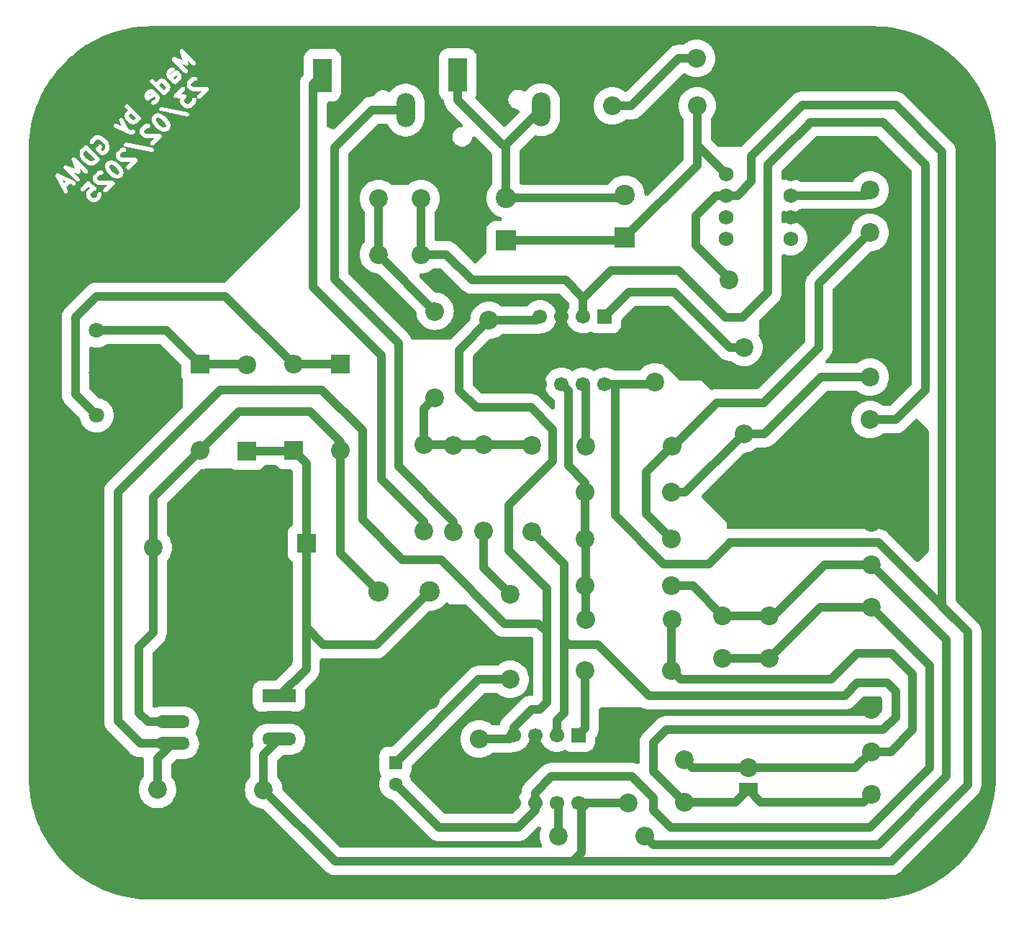
<source format=gtl>
%TF.GenerationSoftware,KiCad,Pcbnew,8.0.8*%
%TF.CreationDate,2025-03-09T10:58:12-03:00*%
%TF.ProjectId,equalizador,65717561-6c69-47a6-9164-6f722e6b6963,rev?*%
%TF.SameCoordinates,Original*%
%TF.FileFunction,Copper,L1,Top*%
%TF.FilePolarity,Positive*%
%FSLAX46Y46*%
G04 Gerber Fmt 4.6, Leading zero omitted, Abs format (unit mm)*
G04 Created by KiCad (PCBNEW 8.0.8) date 2025-03-09 10:58:12*
%MOMM*%
%LPD*%
G01*
G04 APERTURE LIST*
%ADD10C,0.500000*%
%TA.AperFunction,ComponentPad*%
%ADD11R,1.700000X1.700000*%
%TD*%
%TA.AperFunction,ComponentPad*%
%ADD12C,1.700000*%
%TD*%
%TA.AperFunction,ComponentPad*%
%ADD13C,2.200000*%
%TD*%
%TA.AperFunction,ComponentPad*%
%ADD14O,2.200000X2.200000*%
%TD*%
%TA.AperFunction,ComponentPad*%
%ADD15R,2.200000X2.200000*%
%TD*%
%TA.AperFunction,ComponentPad*%
%ADD16R,1.600000X1.600000*%
%TD*%
%TA.AperFunction,ComponentPad*%
%ADD17C,1.600000*%
%TD*%
%TA.AperFunction,ComponentPad*%
%ADD18O,2.200000X4.000000*%
%TD*%
%TA.AperFunction,ComponentPad*%
%ADD19O,0.100000X0.100000*%
%TD*%
%TA.AperFunction,ComponentPad*%
%ADD20O,4.000000X2.200000*%
%TD*%
%TA.AperFunction,ComponentPad*%
%ADD21R,2.200000X4.000000*%
%TD*%
%TA.AperFunction,ComponentPad*%
%ADD22R,4.000000X1.500000*%
%TD*%
%TA.AperFunction,ComponentPad*%
%ADD23O,4.000000X1.500000*%
%TD*%
%TA.AperFunction,ComponentPad*%
%ADD24R,2.400000X2.400000*%
%TD*%
%TA.AperFunction,ComponentPad*%
%ADD25C,2.400000*%
%TD*%
%TA.AperFunction,ComponentPad*%
%ADD26C,1.727200*%
%TD*%
%TA.AperFunction,ComponentPad*%
%ADD27O,2.400000X2.400000*%
%TD*%
%TA.AperFunction,ComponentPad*%
%ADD28R,2.200000X1.600000*%
%TD*%
%TA.AperFunction,ComponentPad*%
%ADD29C,1.803400*%
%TD*%
%TA.AperFunction,Conductor*%
%ADD30C,1.000000*%
%TD*%
G04 APERTURE END LIST*
D10*
G36*
X53175985Y-63417247D02*
G01*
X52993079Y-63600153D01*
X52810174Y-63234342D01*
X53175985Y-63417247D01*
G37*
G36*
X58699183Y-61443056D02*
G01*
X58985977Y-61615133D01*
X59279172Y-61908328D01*
X59451247Y-62195120D01*
X59497084Y-62332629D01*
X59497084Y-62386178D01*
X59461233Y-62493731D01*
X59410007Y-62544957D01*
X59302454Y-62580808D01*
X59248905Y-62580808D01*
X59111398Y-62534973D01*
X58824601Y-62362894D01*
X58531409Y-62069703D01*
X58359333Y-61782908D01*
X58313496Y-61645397D01*
X58313496Y-61591852D01*
X58349348Y-61484296D01*
X58400573Y-61433072D01*
X58508126Y-61397221D01*
X58561675Y-61397221D01*
X58699183Y-61443056D01*
G37*
G36*
X56611648Y-60789706D02*
G01*
X56480394Y-60920960D01*
X56300094Y-61011111D01*
X56130306Y-61011111D01*
X55992799Y-60965276D01*
X55706002Y-60793197D01*
X55547497Y-60634693D01*
X55375421Y-60347898D01*
X55329584Y-60210387D01*
X55329584Y-60040602D01*
X55419734Y-59860301D01*
X55550988Y-59729047D01*
X56611648Y-60789706D01*
G37*
G36*
X64221351Y-55920890D02*
G01*
X64508146Y-56092966D01*
X64801337Y-56386158D01*
X64973416Y-56672955D01*
X65019251Y-56810461D01*
X65019251Y-56864011D01*
X64983400Y-56971564D01*
X64932175Y-57022788D01*
X64824620Y-57058641D01*
X64771072Y-57058641D01*
X64633562Y-57012803D01*
X64346771Y-56840729D01*
X64053576Y-56547534D01*
X63881499Y-56260740D01*
X63835664Y-56123232D01*
X63835664Y-56069683D01*
X63871515Y-55962129D01*
X63922740Y-55910904D01*
X64030295Y-55875053D01*
X64083841Y-55875053D01*
X64221351Y-55920890D01*
G37*
G36*
X61460381Y-55940974D02*
G01*
X61274828Y-56126526D01*
X61167274Y-56162378D01*
X61113726Y-56162378D01*
X61006170Y-56126526D01*
X60685572Y-55805927D01*
X60649722Y-55698374D01*
X60649722Y-55644825D01*
X60685573Y-55537271D01*
X60871125Y-55351718D01*
X61460381Y-55940974D01*
G37*
G36*
X63295133Y-53061679D02*
G01*
X63307143Y-53073689D01*
X62954956Y-53308481D01*
X62975253Y-53247591D01*
X63161163Y-53061680D01*
X63228149Y-53039351D01*
X63295133Y-53061679D01*
G37*
G36*
X64642004Y-51849496D02*
G01*
X64962602Y-52170094D01*
X64998455Y-52277648D01*
X64998455Y-52331196D01*
X64962602Y-52438753D01*
X64777050Y-52624305D01*
X64187795Y-52035049D01*
X64373346Y-51849497D01*
X64480903Y-51813645D01*
X64534449Y-51813645D01*
X64642004Y-51849496D01*
G37*
G36*
X66258247Y-50906687D02*
G01*
X66309473Y-50957913D01*
X66331801Y-51024896D01*
X66309473Y-51091881D01*
X66056576Y-51344778D01*
X65871382Y-51159584D01*
X66124279Y-50906687D01*
X66191263Y-50884359D01*
X66258247Y-50906687D01*
G37*
G36*
X71599542Y-52089519D02*
G01*
X55808876Y-67880184D01*
X51074034Y-63145341D01*
X51575319Y-62644056D01*
X52003120Y-62644056D01*
X52005342Y-62675325D01*
X52003120Y-62706594D01*
X52008768Y-62723540D01*
X52010035Y-62741356D01*
X52027550Y-62787128D01*
X52970359Y-64672746D01*
X52996468Y-64714222D01*
X53070159Y-64778134D01*
X53162697Y-64808980D01*
X53259997Y-64802065D01*
X53347245Y-64758441D01*
X53411157Y-64684750D01*
X53442003Y-64592212D01*
X53435088Y-64494912D01*
X53417573Y-64449140D01*
X53324800Y-64263594D01*
X54922530Y-64263594D01*
X54922530Y-64361138D01*
X54959859Y-64451258D01*
X55028834Y-64520233D01*
X55118954Y-64557562D01*
X55216498Y-64557562D01*
X55306618Y-64520233D01*
X55344503Y-64489143D01*
X55857957Y-63975688D01*
X56061670Y-64142363D01*
X55731728Y-64472306D01*
X55700637Y-64510191D01*
X55697199Y-64518489D01*
X55691314Y-64525276D01*
X55671333Y-64570027D01*
X55603990Y-64772058D01*
X55598491Y-64796242D01*
X55595965Y-64802341D01*
X55595094Y-64811182D01*
X55593124Y-64819847D01*
X55593592Y-64826432D01*
X55591161Y-64851114D01*
X55591161Y-64985801D01*
X55593592Y-65010482D01*
X55593124Y-65017068D01*
X55595094Y-65025733D01*
X55595965Y-65034574D01*
X55598490Y-65040671D01*
X55603990Y-65064858D01*
X55671333Y-65266887D01*
X55691314Y-65311638D01*
X55697199Y-65318423D01*
X55700637Y-65326723D01*
X55731727Y-65364608D01*
X56068445Y-65701326D01*
X56106330Y-65732416D01*
X56114627Y-65735852D01*
X56121414Y-65741739D01*
X56166165Y-65761720D01*
X56368195Y-65829063D01*
X56392381Y-65834562D01*
X56398479Y-65837088D01*
X56407319Y-65837958D01*
X56415985Y-65839929D01*
X56422570Y-65839460D01*
X56447252Y-65841892D01*
X56581939Y-65841892D01*
X56606620Y-65839460D01*
X56613206Y-65839929D01*
X56621870Y-65837958D01*
X56630712Y-65837088D01*
X56636810Y-65834561D01*
X56660995Y-65829063D01*
X56863026Y-65761720D01*
X56907777Y-65741739D01*
X56914563Y-65735853D01*
X56922862Y-65732416D01*
X56960747Y-65701325D01*
X57297464Y-65364608D01*
X57328554Y-65326723D01*
X57331990Y-65318427D01*
X57337877Y-65311640D01*
X57357858Y-65266889D01*
X57425202Y-65064858D01*
X57430701Y-65040671D01*
X57433227Y-65034574D01*
X57434097Y-65025734D01*
X57436068Y-65017069D01*
X57435599Y-65010482D01*
X57438031Y-64985801D01*
X57438031Y-64851114D01*
X57433227Y-64802341D01*
X57395898Y-64712221D01*
X57326924Y-64643247D01*
X57236804Y-64605918D01*
X57139258Y-64605918D01*
X57049138Y-64643247D01*
X56980164Y-64712221D01*
X56942835Y-64802341D01*
X56938031Y-64851114D01*
X56938031Y-64945232D01*
X56902178Y-65052786D01*
X56648925Y-65306040D01*
X56541370Y-65341892D01*
X56487821Y-65341892D01*
X56380268Y-65306041D01*
X56127012Y-65052785D01*
X56091161Y-64945231D01*
X56091161Y-64891682D01*
X56127012Y-64784127D01*
X56380266Y-64530874D01*
X56487821Y-64495022D01*
X56581939Y-64495022D01*
X56630712Y-64490218D01*
X56642342Y-64485400D01*
X56654867Y-64484148D01*
X56687065Y-64466875D01*
X56720832Y-64452889D01*
X56729734Y-64443986D01*
X56740825Y-64438037D01*
X56763960Y-64409760D01*
X56789806Y-64383915D01*
X56794624Y-64372283D01*
X56802595Y-64362541D01*
X56813149Y-64327558D01*
X56827135Y-64293795D01*
X56827135Y-64281205D01*
X56830771Y-64269154D01*
X56827135Y-64232794D01*
X56827135Y-64196249D01*
X56822317Y-64184618D01*
X56821065Y-64172094D01*
X56803791Y-64139893D01*
X56789806Y-64106129D01*
X56780904Y-64097227D01*
X56774954Y-64086135D01*
X56740248Y-64051532D01*
X55999470Y-63445442D01*
X55984385Y-63435395D01*
X55980053Y-63431063D01*
X55974307Y-63428683D01*
X55958680Y-63418275D01*
X55923697Y-63407720D01*
X55889933Y-63393735D01*
X55877344Y-63393735D01*
X55865293Y-63390099D01*
X55828933Y-63393735D01*
X55792389Y-63393735D01*
X55780758Y-63398552D01*
X55768233Y-63399805D01*
X55736033Y-63417077D01*
X55702269Y-63431063D01*
X55687750Y-63442977D01*
X55682275Y-63445915D01*
X55678399Y-63450652D01*
X55664384Y-63462154D01*
X54990949Y-64135589D01*
X54959859Y-64173474D01*
X54922530Y-64263594D01*
X53324800Y-64263594D01*
X53228782Y-64071558D01*
X53647390Y-63652950D01*
X54024972Y-63841741D01*
X54070744Y-63859256D01*
X54168044Y-63866171D01*
X54260582Y-63835325D01*
X54334273Y-63771413D01*
X54377897Y-63684165D01*
X54384812Y-63586865D01*
X54353966Y-63494327D01*
X54290054Y-63420636D01*
X54248578Y-63394527D01*
X52362960Y-62451718D01*
X52317188Y-62434203D01*
X52299372Y-62432936D01*
X52282426Y-62427288D01*
X52251157Y-62429510D01*
X52219888Y-62427288D01*
X52202941Y-62432936D01*
X52185126Y-62434203D01*
X52157092Y-62448220D01*
X52127350Y-62458134D01*
X52113854Y-62469838D01*
X52097878Y-62477827D01*
X52077339Y-62501507D01*
X52053659Y-62522046D01*
X52045670Y-62538022D01*
X52033966Y-62551518D01*
X52024052Y-62581260D01*
X52010035Y-62609294D01*
X52008768Y-62627109D01*
X52003120Y-62644056D01*
X51575319Y-62644056D01*
X52524816Y-61694559D01*
X52946865Y-61694559D01*
X52948770Y-61737903D01*
X52948770Y-61781288D01*
X52950903Y-61786437D01*
X52951148Y-61792010D01*
X52969502Y-61831341D01*
X52986099Y-61871408D01*
X52990971Y-61877345D01*
X52992398Y-61880402D01*
X52996752Y-61884389D01*
X53017189Y-61909293D01*
X54431403Y-63323506D01*
X54469288Y-63354597D01*
X54559408Y-63391925D01*
X54656952Y-63391925D01*
X54747072Y-63354596D01*
X54816048Y-63285621D01*
X54853376Y-63195501D01*
X54853376Y-63097957D01*
X54816047Y-63007837D01*
X54784957Y-62969952D01*
X54780500Y-62965495D01*
X56399283Y-62965495D01*
X56399283Y-63100182D01*
X56401714Y-63124863D01*
X56401246Y-63131449D01*
X56403216Y-63140113D01*
X56404087Y-63148955D01*
X56406613Y-63155053D01*
X56412112Y-63179238D01*
X56479455Y-63381269D01*
X56499436Y-63426020D01*
X56505321Y-63432806D01*
X56508759Y-63441105D01*
X56539849Y-63478990D01*
X56674536Y-63613677D01*
X56693708Y-63629410D01*
X56698034Y-63634398D01*
X56705554Y-63639132D01*
X56712421Y-63644767D01*
X56718517Y-63647292D01*
X56739510Y-63660507D01*
X57008883Y-63795194D01*
X57054656Y-63812709D01*
X57063615Y-63813345D01*
X57071914Y-63816783D01*
X57120687Y-63821587D01*
X58133378Y-63821587D01*
X57684689Y-64270275D01*
X57653599Y-64308160D01*
X57616270Y-64398280D01*
X57616270Y-64495824D01*
X57653599Y-64585944D01*
X57722574Y-64654919D01*
X57812694Y-64692248D01*
X57910238Y-64692248D01*
X58000358Y-64654919D01*
X58038243Y-64623829D01*
X58913707Y-63748364D01*
X58944793Y-63710484D01*
X58944798Y-63710480D01*
X58982127Y-63620360D01*
X58982127Y-63522814D01*
X58944798Y-63432694D01*
X58875824Y-63363720D01*
X58785704Y-63326391D01*
X58736931Y-63321587D01*
X57179704Y-63321587D01*
X56999404Y-63231437D01*
X56935133Y-63167166D01*
X56899283Y-63059613D01*
X56899283Y-63006064D01*
X56935134Y-62898510D01*
X57188390Y-62645255D01*
X57295943Y-62609404D01*
X57390061Y-62609404D01*
X57438834Y-62604600D01*
X57528954Y-62567271D01*
X57597928Y-62498297D01*
X57635257Y-62408177D01*
X57635257Y-62310631D01*
X57597928Y-62220511D01*
X57528954Y-62151537D01*
X57438834Y-62114208D01*
X57390061Y-62109404D01*
X57255374Y-62109404D01*
X57230692Y-62111835D01*
X57224107Y-62111367D01*
X57215441Y-62113337D01*
X57206601Y-62114208D01*
X57200503Y-62116733D01*
X57176317Y-62122233D01*
X56974287Y-62189576D01*
X56929536Y-62209557D01*
X56922749Y-62215443D01*
X56914452Y-62218880D01*
X56876567Y-62249970D01*
X56539849Y-62586688D01*
X56508759Y-62624573D01*
X56505321Y-62632872D01*
X56499436Y-62639658D01*
X56479455Y-62684409D01*
X56412112Y-62886438D01*
X56406612Y-62910624D01*
X56404087Y-62916722D01*
X56403216Y-62925562D01*
X56401246Y-62934228D01*
X56401714Y-62940813D01*
X56399283Y-62965495D01*
X54780500Y-62965495D01*
X54167576Y-62352571D01*
X54590087Y-62506212D01*
X54610192Y-62511358D01*
X54616029Y-62514082D01*
X54621829Y-62514336D01*
X54637566Y-62518365D01*
X54675516Y-62516697D01*
X54713481Y-62518366D01*
X54723920Y-62514569D01*
X54735017Y-62514082D01*
X54769447Y-62498014D01*
X54805154Y-62485030D01*
X54813345Y-62477528D01*
X54823409Y-62472832D01*
X54849070Y-62444811D01*
X54877091Y-62419150D01*
X54881787Y-62409086D01*
X54889289Y-62400895D01*
X54902273Y-62365188D01*
X54918341Y-62330758D01*
X54918828Y-62319661D01*
X54922625Y-62309222D01*
X54920956Y-62271257D01*
X54922624Y-62233307D01*
X54918595Y-62217570D01*
X54918341Y-62211770D01*
X54915617Y-62205933D01*
X54910471Y-62185828D01*
X54756830Y-61763315D01*
X55374212Y-62380697D01*
X55412097Y-62411788D01*
X55502217Y-62449116D01*
X55599761Y-62449116D01*
X55689881Y-62411787D01*
X55758857Y-62342812D01*
X55796185Y-62252692D01*
X55796185Y-62155148D01*
X55758856Y-62065028D01*
X55727766Y-62027143D01*
X55251905Y-61551282D01*
X57813496Y-61551282D01*
X57813496Y-61685969D01*
X57815927Y-61710650D01*
X57815459Y-61717237D01*
X57817429Y-61725902D01*
X57818300Y-61734742D01*
X57820825Y-61740838D01*
X57826325Y-61765027D01*
X57893670Y-61967057D01*
X57895227Y-61970546D01*
X57895493Y-61972328D01*
X57904790Y-61991964D01*
X57913651Y-62011808D01*
X57914831Y-62013169D01*
X57916467Y-62016623D01*
X58118497Y-62353341D01*
X58123593Y-62360206D01*
X58125003Y-62363609D01*
X58136700Y-62377862D01*
X58147709Y-62392692D01*
X58150672Y-62394887D01*
X58156094Y-62401494D01*
X58492811Y-62738211D01*
X58499420Y-62743635D01*
X58501613Y-62746594D01*
X58516429Y-62757593D01*
X58530696Y-62769301D01*
X58534098Y-62770710D01*
X58540964Y-62775807D01*
X58877681Y-62977838D01*
X58881136Y-62979474D01*
X58882498Y-62980655D01*
X58902333Y-62989511D01*
X58921975Y-62998812D01*
X58923758Y-62999077D01*
X58927249Y-63000636D01*
X59129280Y-63067979D01*
X59153464Y-63073477D01*
X59159563Y-63076004D01*
X59168404Y-63076874D01*
X59177069Y-63078845D01*
X59183654Y-63078376D01*
X59208336Y-63080808D01*
X59343023Y-63080808D01*
X59367704Y-63078376D01*
X59374290Y-63078845D01*
X59382954Y-63076874D01*
X59391796Y-63076004D01*
X59397894Y-63073477D01*
X59422079Y-63067979D01*
X59624110Y-63000636D01*
X59668861Y-62980655D01*
X59675647Y-62974769D01*
X59683946Y-62971332D01*
X59721831Y-62940242D01*
X59856518Y-62805555D01*
X59887608Y-62767670D01*
X59891045Y-62759371D01*
X59896931Y-62752585D01*
X59916912Y-62707834D01*
X59984255Y-62505803D01*
X59989753Y-62481618D01*
X59992280Y-62475520D01*
X59993150Y-62466678D01*
X59995121Y-62458014D01*
X59994652Y-62451428D01*
X59997084Y-62426747D01*
X59997084Y-62292060D01*
X59994652Y-62267378D01*
X59995121Y-62260793D01*
X59993150Y-62252127D01*
X59992280Y-62243287D01*
X59989754Y-62237189D01*
X59984255Y-62213003D01*
X59916912Y-62010973D01*
X59915353Y-62007481D01*
X59915088Y-62005700D01*
X59905795Y-61986075D01*
X59896931Y-61966222D01*
X59895749Y-61964859D01*
X59894114Y-61961406D01*
X59692083Y-61624688D01*
X59686987Y-61617824D01*
X59685577Y-61614419D01*
X59673868Y-61600151D01*
X59662870Y-61585337D01*
X59659909Y-61583143D01*
X59654486Y-61576535D01*
X59317768Y-61239818D01*
X59311162Y-61234397D01*
X59308968Y-61231435D01*
X59294144Y-61220430D01*
X59279884Y-61208727D01*
X59276480Y-61207317D01*
X59269617Y-61202222D01*
X58932899Y-61000191D01*
X58929443Y-60998554D01*
X58928082Y-60997374D01*
X58908246Y-60988517D01*
X58888605Y-60979217D01*
X58886821Y-60978951D01*
X58883331Y-60977393D01*
X58681300Y-60910050D01*
X58657115Y-60904551D01*
X58651017Y-60902025D01*
X58642175Y-60901154D01*
X58633511Y-60899184D01*
X58626925Y-60899652D01*
X58602244Y-60897221D01*
X58467557Y-60897221D01*
X58442875Y-60899652D01*
X58436290Y-60899184D01*
X58427624Y-60901154D01*
X58418784Y-60902025D01*
X58412686Y-60904550D01*
X58388500Y-60910050D01*
X58186470Y-60977393D01*
X58141719Y-60997374D01*
X58134932Y-61003260D01*
X58126635Y-61006697D01*
X58088750Y-61037787D01*
X57954063Y-61172474D01*
X57922973Y-61210359D01*
X57919536Y-61218656D01*
X57913650Y-61225443D01*
X57893669Y-61270194D01*
X57826325Y-61472225D01*
X57820825Y-61496411D01*
X57818300Y-61502509D01*
X57817429Y-61511348D01*
X57815459Y-61520014D01*
X57815927Y-61526600D01*
X57813496Y-61551282D01*
X55251905Y-61551282D01*
X54313552Y-60612930D01*
X54288646Y-60592490D01*
X54284661Y-60588139D01*
X54281607Y-60586713D01*
X54275667Y-60581839D01*
X54235589Y-60565238D01*
X54196269Y-60546889D01*
X54190696Y-60546644D01*
X54185547Y-60544511D01*
X54142162Y-60544511D01*
X54098818Y-60542606D01*
X54093579Y-60544511D01*
X54088003Y-60544511D01*
X54047922Y-60561112D01*
X54007144Y-60575941D01*
X54003031Y-60579707D01*
X53997883Y-60581840D01*
X53967209Y-60612513D01*
X53935207Y-60641821D01*
X53932849Y-60646872D01*
X53928907Y-60650815D01*
X53912306Y-60690892D01*
X53893957Y-60730213D01*
X53893712Y-60735785D01*
X53891579Y-60740935D01*
X53891579Y-60784319D01*
X53889674Y-60827664D01*
X53891579Y-60835106D01*
X53891579Y-60838479D01*
X53893838Y-60843934D01*
X53901827Y-60875143D01*
X54257498Y-61853239D01*
X53279402Y-61497568D01*
X53248193Y-61489579D01*
X53242738Y-61487320D01*
X53239365Y-61487320D01*
X53231923Y-61485415D01*
X53188579Y-61487320D01*
X53145194Y-61487320D01*
X53140044Y-61489453D01*
X53134472Y-61489698D01*
X53095140Y-61508052D01*
X53055074Y-61524649D01*
X53051133Y-61528589D01*
X53046080Y-61530948D01*
X53016773Y-61562949D01*
X52986098Y-61593624D01*
X52983964Y-61598774D01*
X52980200Y-61602885D01*
X52965374Y-61643655D01*
X52948770Y-61683744D01*
X52948770Y-61689320D01*
X52946865Y-61694559D01*
X52524816Y-61694559D01*
X54237790Y-59981585D01*
X54829584Y-59981585D01*
X54829584Y-60250959D01*
X54832015Y-60275640D01*
X54831547Y-60282227D01*
X54833517Y-60290892D01*
X54834388Y-60299732D01*
X54836913Y-60305828D01*
X54842413Y-60330017D01*
X54909758Y-60532047D01*
X54911315Y-60535536D01*
X54911581Y-60537318D01*
X54920878Y-60556954D01*
X54929739Y-60576798D01*
X54930919Y-60578159D01*
X54932555Y-60581613D01*
X55134585Y-60918331D01*
X55139680Y-60925195D01*
X55141091Y-60928600D01*
X55152793Y-60942859D01*
X55163797Y-60957682D01*
X55166760Y-60959877D01*
X55172182Y-60966484D01*
X55374213Y-61168514D01*
X55380820Y-61173936D01*
X55383014Y-61176897D01*
X55397826Y-61187893D01*
X55412097Y-61199605D01*
X55415502Y-61201015D01*
X55422365Y-61206110D01*
X55759082Y-61408141D01*
X55762537Y-61409777D01*
X55763899Y-61410958D01*
X55783734Y-61419814D01*
X55803376Y-61429115D01*
X55805159Y-61429380D01*
X55808650Y-61430939D01*
X56010681Y-61498282D01*
X56034865Y-61503780D01*
X56040964Y-61506307D01*
X56049805Y-61507177D01*
X56058470Y-61509148D01*
X56065055Y-61508679D01*
X56089737Y-61511111D01*
X56359111Y-61511111D01*
X56407884Y-61506307D01*
X56416182Y-61502869D01*
X56425142Y-61502233D01*
X56470914Y-61484718D01*
X56740288Y-61350031D01*
X56761280Y-61336816D01*
X56767377Y-61334291D01*
X56774243Y-61328656D01*
X56781764Y-61323922D01*
X56786089Y-61318935D01*
X56805262Y-61303201D01*
X57141979Y-60966484D01*
X57173070Y-60928599D01*
X57210399Y-60838479D01*
X57210399Y-60740935D01*
X57173070Y-60650815D01*
X57141979Y-60612930D01*
X55727766Y-59198716D01*
X55689881Y-59167626D01*
X55599761Y-59130297D01*
X55502217Y-59130297D01*
X55412097Y-59167625D01*
X55412091Y-59167630D01*
X55374212Y-59198716D01*
X55037494Y-59535434D01*
X55021759Y-59554606D01*
X55016773Y-59558932D01*
X55012038Y-59566452D01*
X55006404Y-59573319D01*
X55003878Y-59579415D01*
X54990664Y-59600408D01*
X54855977Y-59869782D01*
X54838462Y-59915554D01*
X54837825Y-59924513D01*
X54834388Y-59932812D01*
X54829584Y-59981585D01*
X54237790Y-59981585D01*
X55481241Y-58738134D01*
X56043730Y-58738134D01*
X56050645Y-58835434D01*
X56094268Y-58922680D01*
X56167959Y-58986592D01*
X56260499Y-59017439D01*
X56357799Y-59010524D01*
X56445045Y-58966901D01*
X56508957Y-58893210D01*
X56528938Y-58848459D01*
X56577619Y-58702416D01*
X56709230Y-58570804D01*
X56889532Y-58480654D01*
X57059320Y-58480654D01*
X57196828Y-58526489D01*
X57483623Y-58698567D01*
X57642129Y-58857072D01*
X57814204Y-59143865D01*
X57860042Y-59281374D01*
X57860042Y-59451163D01*
X57769892Y-59631463D01*
X57692577Y-59708777D01*
X57530866Y-59789633D01*
X57318755Y-59577523D01*
X57411352Y-59484927D01*
X57442443Y-59447042D01*
X57479772Y-59356922D01*
X57479772Y-59259378D01*
X57442443Y-59169258D01*
X57373468Y-59100283D01*
X57283348Y-59062954D01*
X57185804Y-59062954D01*
X57095684Y-59100283D01*
X57057799Y-59131374D01*
X56788425Y-59400747D01*
X56757339Y-59438626D01*
X56757334Y-59438632D01*
X56720006Y-59528752D01*
X56720006Y-59626296D01*
X56757335Y-59716416D01*
X56788425Y-59754301D01*
X57259831Y-60225705D01*
X57297715Y-60256796D01*
X57387836Y-60294125D01*
X57387844Y-60294125D01*
X57436607Y-60298928D01*
X57571294Y-60298928D01*
X57620067Y-60294124D01*
X57628365Y-60290686D01*
X57637325Y-60290050D01*
X57683097Y-60272535D01*
X57684657Y-60271755D01*
X59093023Y-60271755D01*
X59093023Y-60406442D01*
X59095454Y-60431123D01*
X59094986Y-60437710D01*
X59096956Y-60446375D01*
X59097827Y-60455215D01*
X59100352Y-60461312D01*
X59105852Y-60485499D01*
X59173196Y-60687530D01*
X59193177Y-60732281D01*
X59199063Y-60739067D01*
X59202500Y-60747365D01*
X59233590Y-60785250D01*
X59368277Y-60919937D01*
X59387449Y-60935670D01*
X59391775Y-60940658D01*
X59399295Y-60945392D01*
X59406162Y-60951027D01*
X59412258Y-60953552D01*
X59433251Y-60966767D01*
X59702624Y-61101454D01*
X59748397Y-61118969D01*
X59757356Y-61119605D01*
X59765655Y-61123043D01*
X59814428Y-61127847D01*
X60827118Y-61127847D01*
X60378429Y-61576535D01*
X60347339Y-61614420D01*
X60310010Y-61704540D01*
X60310010Y-61802084D01*
X60347338Y-61892204D01*
X60416314Y-61961179D01*
X60506434Y-61998508D01*
X60603978Y-61998508D01*
X60694098Y-61961180D01*
X60731983Y-61930089D01*
X61607448Y-61054624D01*
X61638534Y-61016744D01*
X61638539Y-61016740D01*
X61675868Y-60926620D01*
X61675868Y-60829074D01*
X61638539Y-60738954D01*
X61569565Y-60669980D01*
X61479445Y-60632651D01*
X61430672Y-60627847D01*
X59873445Y-60627847D01*
X59693145Y-60537697D01*
X59628875Y-60473427D01*
X59593023Y-60365871D01*
X59593023Y-60312326D01*
X59628875Y-60204769D01*
X59882130Y-59951514D01*
X59989684Y-59915664D01*
X60083802Y-59915664D01*
X60132575Y-59910860D01*
X60222695Y-59873531D01*
X60291669Y-59804557D01*
X60328998Y-59714437D01*
X60328998Y-59616891D01*
X60291669Y-59526771D01*
X60222695Y-59457797D01*
X60132575Y-59420468D01*
X60083802Y-59415664D01*
X59949115Y-59415664D01*
X59924433Y-59418095D01*
X59917848Y-59417627D01*
X59909183Y-59419597D01*
X59900342Y-59420468D01*
X59894243Y-59422994D01*
X59870059Y-59428493D01*
X59668028Y-59495836D01*
X59623277Y-59515817D01*
X59616491Y-59521701D01*
X59608191Y-59525140D01*
X59570307Y-59556231D01*
X59233590Y-59892949D01*
X59202499Y-59930833D01*
X59199061Y-59939132D01*
X59193178Y-59945916D01*
X59173197Y-59990667D01*
X59105852Y-60192697D01*
X59100352Y-60216885D01*
X59097827Y-60222982D01*
X59096956Y-60231821D01*
X59094986Y-60240487D01*
X59095454Y-60247073D01*
X59093023Y-60271755D01*
X57684657Y-60271755D01*
X57952471Y-60137848D01*
X57973463Y-60124633D01*
X57979560Y-60122108D01*
X57986426Y-60116473D01*
X57993947Y-60111739D01*
X57998272Y-60106752D01*
X58017445Y-60091018D01*
X58152132Y-59956331D01*
X58167865Y-59937158D01*
X58172853Y-59932833D01*
X58177587Y-59925312D01*
X58183222Y-59918446D01*
X58185747Y-59912349D01*
X58198962Y-59891357D01*
X58333649Y-59621984D01*
X58351164Y-59576211D01*
X58351800Y-59567251D01*
X58355238Y-59558953D01*
X58360042Y-59510180D01*
X58360042Y-59240806D01*
X58357610Y-59216124D01*
X58358079Y-59209538D01*
X58356108Y-59200872D01*
X58355238Y-59192033D01*
X58352712Y-59185935D01*
X58347213Y-59161749D01*
X58313067Y-59059311D01*
X60035832Y-59059311D01*
X60054762Y-59155002D01*
X60108870Y-59236163D01*
X60189919Y-59290441D01*
X60236803Y-59304717D01*
X63267261Y-59910809D01*
X63316029Y-59915664D01*
X63411720Y-59896734D01*
X63492881Y-59842626D01*
X63547159Y-59761577D01*
X63566290Y-59665925D01*
X63547360Y-59570234D01*
X63493252Y-59489073D01*
X63412203Y-59434795D01*
X63365319Y-59420519D01*
X60334861Y-58814427D01*
X60286093Y-58809572D01*
X60190402Y-58828502D01*
X60109241Y-58882610D01*
X60054963Y-58963659D01*
X60035832Y-59059311D01*
X58313067Y-59059311D01*
X58279869Y-58959718D01*
X58278311Y-58956228D01*
X58278046Y-58954447D01*
X58268751Y-58934818D01*
X58259888Y-58914967D01*
X58258706Y-58913604D01*
X58257072Y-58910153D01*
X58055041Y-58573434D01*
X58049945Y-58566569D01*
X58048535Y-58563165D01*
X58036827Y-58548899D01*
X58025829Y-58534084D01*
X58022867Y-58531890D01*
X58017444Y-58525281D01*
X57815413Y-58323251D01*
X57808807Y-58317830D01*
X57806613Y-58314868D01*
X57791789Y-58303863D01*
X57777529Y-58292160D01*
X57774125Y-58290750D01*
X57767262Y-58285655D01*
X57430544Y-58083624D01*
X57427088Y-58081987D01*
X57425727Y-58080807D01*
X57405891Y-58071950D01*
X57386250Y-58062650D01*
X57384466Y-58062384D01*
X57380976Y-58060826D01*
X57178945Y-57993483D01*
X57154760Y-57987984D01*
X57148662Y-57985458D01*
X57139820Y-57984587D01*
X57131156Y-57982617D01*
X57124570Y-57983085D01*
X57099889Y-57980654D01*
X56830515Y-57980654D01*
X56781742Y-57985458D01*
X56773443Y-57988895D01*
X56764484Y-57989532D01*
X56718711Y-58007047D01*
X56449338Y-58141734D01*
X56428349Y-58154945D01*
X56422249Y-58157473D01*
X56415379Y-58163110D01*
X56407862Y-58167843D01*
X56403537Y-58172829D01*
X56384365Y-58188564D01*
X56182334Y-58390594D01*
X56151244Y-58428479D01*
X56147807Y-58436776D01*
X56141921Y-58443563D01*
X56121940Y-58488314D01*
X56054596Y-58690345D01*
X56043730Y-58738134D01*
X55481241Y-58738134D01*
X57366398Y-56852977D01*
X58805537Y-56852977D01*
X58838344Y-56944838D01*
X58903809Y-57017153D01*
X58945830Y-57042373D01*
X60225357Y-57648466D01*
X60229782Y-57650052D01*
X60233898Y-57652317D01*
X60705303Y-57854347D01*
X60752025Y-57869144D01*
X60753575Y-57869162D01*
X60755010Y-57869757D01*
X60803783Y-57874561D01*
X60938470Y-57874561D01*
X60963151Y-57872129D01*
X60969737Y-57872598D01*
X60978402Y-57870627D01*
X60987243Y-57869757D01*
X60993340Y-57867231D01*
X61017527Y-57861732D01*
X61219556Y-57794389D01*
X61264307Y-57774408D01*
X61337998Y-57710496D01*
X61381621Y-57623251D01*
X61388537Y-57525951D01*
X61360996Y-57443328D01*
X61921450Y-57443328D01*
X61921450Y-57578015D01*
X61923881Y-57602696D01*
X61923413Y-57609283D01*
X61925383Y-57617948D01*
X61926254Y-57626788D01*
X61928779Y-57632885D01*
X61934279Y-57657072D01*
X62001623Y-57859103D01*
X62021604Y-57903854D01*
X62027490Y-57910640D01*
X62030927Y-57918938D01*
X62062017Y-57956823D01*
X62196704Y-58091510D01*
X62215876Y-58107243D01*
X62220202Y-58112231D01*
X62227722Y-58116965D01*
X62234589Y-58122600D01*
X62240685Y-58125125D01*
X62261678Y-58138340D01*
X62531051Y-58273027D01*
X62576824Y-58290542D01*
X62585783Y-58291178D01*
X62594082Y-58294616D01*
X62642855Y-58299420D01*
X63655545Y-58299420D01*
X63206856Y-58748108D01*
X63175766Y-58785993D01*
X63138437Y-58876113D01*
X63138437Y-58973657D01*
X63175765Y-59063777D01*
X63244741Y-59132752D01*
X63334861Y-59170081D01*
X63432405Y-59170081D01*
X63522525Y-59132753D01*
X63560410Y-59101662D01*
X64435875Y-58226197D01*
X64466961Y-58188317D01*
X64466966Y-58188313D01*
X64504295Y-58098193D01*
X64504295Y-58000647D01*
X64466966Y-57910527D01*
X64397992Y-57841553D01*
X64307872Y-57804224D01*
X64259099Y-57799420D01*
X62701872Y-57799420D01*
X62521572Y-57709270D01*
X62457302Y-57645000D01*
X62421450Y-57537444D01*
X62421450Y-57483899D01*
X62457302Y-57376342D01*
X62710557Y-57123087D01*
X62818111Y-57087237D01*
X62912229Y-57087237D01*
X62961002Y-57082433D01*
X63051122Y-57045104D01*
X63120096Y-56976130D01*
X63157425Y-56886010D01*
X63157425Y-56788464D01*
X63120096Y-56698344D01*
X63051122Y-56629370D01*
X62961002Y-56592041D01*
X62912229Y-56587237D01*
X62777542Y-56587237D01*
X62752860Y-56589668D01*
X62746275Y-56589200D01*
X62737610Y-56591170D01*
X62728769Y-56592041D01*
X62722670Y-56594567D01*
X62698486Y-56600066D01*
X62496455Y-56667409D01*
X62451704Y-56687390D01*
X62444918Y-56693274D01*
X62436618Y-56696713D01*
X62398734Y-56727804D01*
X62062017Y-57064522D01*
X62030926Y-57102406D01*
X62027488Y-57110705D01*
X62021605Y-57117489D01*
X62001624Y-57162240D01*
X61934279Y-57364270D01*
X61928779Y-57388458D01*
X61926254Y-57394555D01*
X61925383Y-57403394D01*
X61923413Y-57412060D01*
X61923881Y-57418646D01*
X61921450Y-57443328D01*
X61360996Y-57443328D01*
X61357690Y-57433410D01*
X61293778Y-57359720D01*
X61206532Y-57316096D01*
X61109233Y-57309181D01*
X61061443Y-57320047D01*
X60897900Y-57374561D01*
X60855096Y-57374561D01*
X60517813Y-57230011D01*
X59952222Y-56035983D01*
X59927001Y-55993961D01*
X59854686Y-55928496D01*
X59762825Y-55895689D01*
X59665400Y-55900532D01*
X59577244Y-55942290D01*
X59511779Y-56014605D01*
X59478972Y-56106466D01*
X59483815Y-56203891D01*
X59500352Y-56250025D01*
X59806783Y-56896936D01*
X59159874Y-56590505D01*
X59113739Y-56573967D01*
X59016314Y-56569124D01*
X58924453Y-56601931D01*
X58852138Y-56667396D01*
X58810380Y-56755552D01*
X58805537Y-56852977D01*
X57366398Y-56852977D01*
X58615119Y-55604256D01*
X60149722Y-55604256D01*
X60149722Y-55738943D01*
X60152153Y-55763624D01*
X60151685Y-55770210D01*
X60153655Y-55778874D01*
X60154526Y-55787716D01*
X60157052Y-55793814D01*
X60162551Y-55817999D01*
X60229894Y-56020030D01*
X60249875Y-56064781D01*
X60255760Y-56071567D01*
X60259198Y-56079866D01*
X60290288Y-56117751D01*
X60694350Y-56521812D01*
X60732234Y-56552903D01*
X60740535Y-56556341D01*
X60747319Y-56562225D01*
X60792070Y-56582206D01*
X60994101Y-56649549D01*
X61018285Y-56655047D01*
X61024384Y-56657574D01*
X61033225Y-56658444D01*
X61041890Y-56660415D01*
X61048475Y-56659946D01*
X61073157Y-56662378D01*
X61207844Y-56662378D01*
X61232525Y-56659946D01*
X61239111Y-56660415D01*
X61247776Y-56658444D01*
X61256617Y-56657574D01*
X61262714Y-56655048D01*
X61286901Y-56649549D01*
X61488930Y-56582206D01*
X61533681Y-56562225D01*
X61540466Y-56556339D01*
X61548766Y-56552902D01*
X61586651Y-56521812D01*
X61856024Y-56252438D01*
X61887115Y-56214553D01*
X61890551Y-56206255D01*
X61896438Y-56199469D01*
X61911376Y-56166010D01*
X61952827Y-56148842D01*
X62021802Y-56079866D01*
X62042824Y-56029114D01*
X63335664Y-56029114D01*
X63335664Y-56163801D01*
X63338095Y-56188482D01*
X63337627Y-56195068D01*
X63339597Y-56203732D01*
X63340468Y-56212574D01*
X63342994Y-56218672D01*
X63348493Y-56242857D01*
X63415836Y-56444888D01*
X63417394Y-56448378D01*
X63417660Y-56450162D01*
X63426960Y-56469803D01*
X63435817Y-56489639D01*
X63436997Y-56491000D01*
X63438634Y-56494456D01*
X63640665Y-56831174D01*
X63645760Y-56838037D01*
X63647170Y-56841441D01*
X63658873Y-56855701D01*
X63669878Y-56870525D01*
X63672840Y-56872719D01*
X63678261Y-56879325D01*
X64014978Y-57216043D01*
X64021587Y-57221466D01*
X64023781Y-57224428D01*
X64038596Y-57235426D01*
X64052862Y-57247134D01*
X64056266Y-57248544D01*
X64063131Y-57253640D01*
X64399850Y-57455671D01*
X64403301Y-57457305D01*
X64404664Y-57458487D01*
X64424515Y-57467350D01*
X64444144Y-57476645D01*
X64445925Y-57476910D01*
X64449415Y-57478468D01*
X64651446Y-57545812D01*
X64675632Y-57551311D01*
X64681730Y-57553837D01*
X64690569Y-57554707D01*
X64699235Y-57556678D01*
X64705821Y-57556209D01*
X64730503Y-57558641D01*
X64865190Y-57558641D01*
X64889871Y-57556209D01*
X64896458Y-57556678D01*
X64905123Y-57554707D01*
X64913963Y-57553837D01*
X64920060Y-57551311D01*
X64944247Y-57545812D01*
X65146278Y-57478468D01*
X65191029Y-57458487D01*
X65197815Y-57452600D01*
X65206113Y-57449164D01*
X65243998Y-57418074D01*
X65378685Y-57283387D01*
X65409775Y-57245502D01*
X65413211Y-57237204D01*
X65419098Y-57230418D01*
X65439079Y-57185667D01*
X65506422Y-56983637D01*
X65511921Y-56959450D01*
X65514447Y-56953353D01*
X65515317Y-56944512D01*
X65517288Y-56935847D01*
X65516819Y-56929261D01*
X65519251Y-56904580D01*
X65519251Y-56769893D01*
X65516819Y-56745211D01*
X65517288Y-56738626D01*
X65515317Y-56729961D01*
X65514447Y-56721120D01*
X65511920Y-56715021D01*
X65506422Y-56690837D01*
X65439079Y-56488806D01*
X65437520Y-56485315D01*
X65437255Y-56483532D01*
X65427954Y-56463890D01*
X65419098Y-56444055D01*
X65417917Y-56442693D01*
X65416281Y-56439238D01*
X65214250Y-56102521D01*
X65209153Y-56095655D01*
X65207744Y-56092253D01*
X65196036Y-56077986D01*
X65185037Y-56063170D01*
X65182078Y-56060977D01*
X65176654Y-56054368D01*
X64839937Y-55717651D01*
X64833330Y-55712229D01*
X64831135Y-55709266D01*
X64816305Y-55698257D01*
X64802052Y-55686560D01*
X64798649Y-55685150D01*
X64791784Y-55680054D01*
X64455066Y-55478024D01*
X64451612Y-55476388D01*
X64450251Y-55475208D01*
X64430407Y-55466347D01*
X64410771Y-55457050D01*
X64408989Y-55456784D01*
X64405500Y-55455227D01*
X64203470Y-55387882D01*
X64179281Y-55382382D01*
X64173185Y-55379857D01*
X64164345Y-55378986D01*
X64155680Y-55377016D01*
X64149093Y-55377484D01*
X64124412Y-55375053D01*
X63989725Y-55375053D01*
X63965043Y-55377484D01*
X63958457Y-55377016D01*
X63949791Y-55378986D01*
X63940952Y-55379857D01*
X63934855Y-55382382D01*
X63910667Y-55387882D01*
X63708637Y-55455226D01*
X63663886Y-55475207D01*
X63657099Y-55481093D01*
X63648802Y-55484530D01*
X63610917Y-55515620D01*
X63476230Y-55650307D01*
X63445140Y-55688192D01*
X63441702Y-55696491D01*
X63435817Y-55703277D01*
X63415836Y-55748028D01*
X63348493Y-55950057D01*
X63342993Y-55974243D01*
X63340468Y-55980341D01*
X63339597Y-55989181D01*
X63337627Y-55997847D01*
X63338095Y-56004432D01*
X63335664Y-56029114D01*
X62042824Y-56029114D01*
X62059131Y-55989746D01*
X62059131Y-55892202D01*
X62021803Y-55802082D01*
X61990712Y-55764197D01*
X61110530Y-54884014D01*
X64211129Y-54884014D01*
X64230059Y-54979705D01*
X64284167Y-55060866D01*
X64365216Y-55115144D01*
X64412100Y-55129420D01*
X67442558Y-55735511D01*
X67491326Y-55740366D01*
X67587017Y-55721436D01*
X67668178Y-55667328D01*
X67722457Y-55586279D01*
X67741587Y-55490627D01*
X67722657Y-55394936D01*
X67668549Y-55313775D01*
X67587500Y-55259497D01*
X67540616Y-55245221D01*
X64510158Y-54639130D01*
X64461390Y-54634275D01*
X64365699Y-54653205D01*
X64284538Y-54707313D01*
X64230260Y-54788362D01*
X64211129Y-54884014D01*
X61110530Y-54884014D01*
X60576499Y-54349983D01*
X60538614Y-54318893D01*
X60448494Y-54281564D01*
X60350950Y-54281564D01*
X60260830Y-54318892D01*
X60191855Y-54387868D01*
X60154526Y-54477988D01*
X60154526Y-54575532D01*
X60191854Y-54665652D01*
X60222945Y-54703537D01*
X60517572Y-54998165D01*
X60290288Y-55225449D01*
X60259198Y-55263334D01*
X60255760Y-55271633D01*
X60249875Y-55278419D01*
X60229894Y-55323170D01*
X60162551Y-55525199D01*
X60157051Y-55549385D01*
X60154526Y-55555483D01*
X60153655Y-55564323D01*
X60151685Y-55572989D01*
X60152153Y-55579574D01*
X60149722Y-55604256D01*
X58615119Y-55604256D01*
X60936066Y-53283309D01*
X62441365Y-53283309D01*
X62443587Y-53314576D01*
X62441365Y-53345843D01*
X62447829Y-53374275D01*
X62448280Y-53380609D01*
X62450095Y-53384239D01*
X62452231Y-53393632D01*
X62519574Y-53595663D01*
X62539555Y-53640414D01*
X62545440Y-53647200D01*
X62548878Y-53655499D01*
X62579968Y-53693384D01*
X62714655Y-53828071D01*
X62752540Y-53859161D01*
X62775165Y-53868532D01*
X62795520Y-53882164D01*
X62819795Y-53887019D01*
X62842660Y-53896490D01*
X62867150Y-53896490D01*
X62891170Y-53901294D01*
X62915454Y-53896490D01*
X62940204Y-53896490D01*
X62962830Y-53887117D01*
X62986861Y-53882364D01*
X63030107Y-53859307D01*
X63667698Y-53434244D01*
X63750420Y-53516966D01*
X63772748Y-53583949D01*
X63750419Y-53650936D01*
X63564508Y-53836847D01*
X63418466Y-53885528D01*
X63373715Y-53905509D01*
X63300025Y-53969421D01*
X63256402Y-54056668D01*
X63249487Y-54153967D01*
X63280334Y-54246508D01*
X63344246Y-54320198D01*
X63431493Y-54363821D01*
X63528792Y-54370736D01*
X63576582Y-54359870D01*
X63778612Y-54292525D01*
X63823363Y-54272544D01*
X63830148Y-54266658D01*
X63838446Y-54263222D01*
X63876331Y-54232132D01*
X64145704Y-53962758D01*
X64176795Y-53924873D01*
X64180231Y-53916575D01*
X64186118Y-53909789D01*
X64206099Y-53865038D01*
X64273443Y-53663008D01*
X64275579Y-53653610D01*
X64277394Y-53649982D01*
X64277843Y-53643652D01*
X64284309Y-53615218D01*
X64282086Y-53583950D01*
X64284309Y-53552682D01*
X64277843Y-53524247D01*
X64277394Y-53517919D01*
X64275579Y-53514290D01*
X64273443Y-53504893D01*
X64227721Y-53367729D01*
X65896820Y-53367729D01*
X65899521Y-53375715D01*
X65899521Y-53384146D01*
X65915058Y-53421657D01*
X65928071Y-53460132D01*
X65933624Y-53466478D01*
X65936850Y-53474266D01*
X65965552Y-53502968D01*
X65992304Y-53533542D01*
X65999865Y-53537281D01*
X66005825Y-53543241D01*
X66043330Y-53558776D01*
X66079742Y-53576783D01*
X66091535Y-53578743D01*
X66095945Y-53580570D01*
X66102522Y-53580570D01*
X66128087Y-53584820D01*
X66683613Y-53621855D01*
X66648324Y-53727722D01*
X66642824Y-53751908D01*
X66640299Y-53758006D01*
X66639428Y-53766845D01*
X66637458Y-53775511D01*
X66637926Y-53782097D01*
X66635495Y-53806779D01*
X66635495Y-53941466D01*
X66637926Y-53966147D01*
X66637458Y-53972734D01*
X66639428Y-53981399D01*
X66640299Y-53990239D01*
X66642824Y-53996335D01*
X66648324Y-54020524D01*
X66715669Y-54222554D01*
X66735650Y-54267305D01*
X66741533Y-54274088D01*
X66744971Y-54282388D01*
X66776062Y-54320272D01*
X67112779Y-54656990D01*
X67150663Y-54688081D01*
X67158963Y-54691519D01*
X67165749Y-54697404D01*
X67210500Y-54717385D01*
X67412531Y-54784728D01*
X67436715Y-54790226D01*
X67442814Y-54792753D01*
X67451655Y-54793623D01*
X67460320Y-54795594D01*
X67466905Y-54795125D01*
X67491587Y-54797557D01*
X67626274Y-54797557D01*
X67650955Y-54795125D01*
X67657541Y-54795594D01*
X67666205Y-54793623D01*
X67675047Y-54792753D01*
X67681145Y-54790226D01*
X67705330Y-54784728D01*
X67907361Y-54717385D01*
X67952112Y-54697404D01*
X67958898Y-54691518D01*
X67967197Y-54688081D01*
X68005082Y-54656991D01*
X68409143Y-54252929D01*
X68440234Y-54215045D01*
X68443672Y-54206743D01*
X68449556Y-54199960D01*
X68469537Y-54155209D01*
X68536880Y-53953178D01*
X68542378Y-53928993D01*
X68544905Y-53922895D01*
X68545775Y-53914053D01*
X68547746Y-53905389D01*
X68547277Y-53898803D01*
X68549709Y-53874122D01*
X68549709Y-53739435D01*
X68544905Y-53690662D01*
X68507576Y-53600542D01*
X68438602Y-53531568D01*
X68348482Y-53494239D01*
X68250936Y-53494239D01*
X68160816Y-53531568D01*
X68091842Y-53600542D01*
X68054513Y-53690662D01*
X68049709Y-53739435D01*
X68049709Y-53833553D01*
X68013857Y-53941108D01*
X67693258Y-54261706D01*
X67585705Y-54297557D01*
X67532156Y-54297557D01*
X67424602Y-54261706D01*
X67171347Y-54008451D01*
X67135495Y-53900894D01*
X67135495Y-53847349D01*
X67171347Y-53739793D01*
X67331646Y-53579494D01*
X67348085Y-53559462D01*
X67353036Y-53555131D01*
X67355151Y-53550852D01*
X67362737Y-53541610D01*
X67378282Y-53504079D01*
X67396277Y-53467693D01*
X67396837Y-53459283D01*
X67400066Y-53451490D01*
X67400066Y-53410860D01*
X67402766Y-53370363D01*
X67400066Y-53362379D01*
X67400066Y-53353946D01*
X67384519Y-53316413D01*
X67371514Y-53277960D01*
X67365964Y-53271617D01*
X67362737Y-53263826D01*
X67334018Y-53235107D01*
X67307281Y-53204550D01*
X67299723Y-53200812D01*
X67293761Y-53194850D01*
X67256240Y-53179308D01*
X67219844Y-53161309D01*
X67208054Y-53159349D01*
X67203641Y-53157521D01*
X67197058Y-53157521D01*
X67171499Y-53153272D01*
X66711068Y-53122576D01*
X67196958Y-52636686D01*
X67228049Y-52598801D01*
X67265378Y-52508681D01*
X67265378Y-52411137D01*
X67228049Y-52321017D01*
X67159074Y-52252042D01*
X67068954Y-52214713D01*
X66971410Y-52214713D01*
X66881290Y-52252042D01*
X66843405Y-52283133D01*
X65967940Y-53158597D01*
X65951503Y-53178625D01*
X65946549Y-53182961D01*
X65944430Y-53187244D01*
X65936850Y-53196482D01*
X65921314Y-53233987D01*
X65903308Y-53270399D01*
X65902747Y-53278813D01*
X65899521Y-53286602D01*
X65899521Y-53327209D01*
X65896820Y-53367729D01*
X64227721Y-53367729D01*
X64206099Y-53302862D01*
X64186118Y-53258111D01*
X64180233Y-53251325D01*
X64176796Y-53243028D01*
X64145705Y-53205143D01*
X63606957Y-52666395D01*
X63569072Y-52635305D01*
X63560774Y-52631868D01*
X63553989Y-52625983D01*
X63509238Y-52606002D01*
X63307208Y-52538657D01*
X63297808Y-52536519D01*
X63294181Y-52534706D01*
X63287853Y-52534256D01*
X63259418Y-52527791D01*
X63228150Y-52530013D01*
X63196882Y-52527791D01*
X63168446Y-52534256D01*
X63162119Y-52534706D01*
X63158491Y-52536519D01*
X63149092Y-52538657D01*
X62947062Y-52606001D01*
X62902311Y-52625982D01*
X62895524Y-52631868D01*
X62887227Y-52635305D01*
X62849342Y-52666396D01*
X62579968Y-52935769D01*
X62548878Y-52973654D01*
X62545440Y-52981953D01*
X62539555Y-52988739D01*
X62519574Y-53033490D01*
X62452231Y-53235519D01*
X62450095Y-53244912D01*
X62448280Y-53248543D01*
X62447829Y-53254875D01*
X62441365Y-53283309D01*
X60936066Y-53283309D01*
X62704502Y-51514873D01*
X63117641Y-51514873D01*
X63117641Y-51612417D01*
X63154969Y-51702537D01*
X63186060Y-51740422D01*
X64600273Y-53154636D01*
X64638158Y-53185726D01*
X64728278Y-53223055D01*
X64825822Y-53223055D01*
X64915942Y-53185727D01*
X64984917Y-53116751D01*
X65002086Y-53075300D01*
X65035544Y-53060362D01*
X65042329Y-53054476D01*
X65050629Y-53051039D01*
X65088514Y-53019949D01*
X65357887Y-52750575D01*
X65388978Y-52712690D01*
X65392414Y-52704392D01*
X65398301Y-52697606D01*
X65418282Y-52652855D01*
X65485626Y-52450825D01*
X65491125Y-52426636D01*
X65493651Y-52420540D01*
X65494521Y-52411700D01*
X65496492Y-52403035D01*
X65496023Y-52396448D01*
X65498455Y-52371767D01*
X65498455Y-52237080D01*
X65496023Y-52212398D01*
X65496492Y-52205812D01*
X65494521Y-52197146D01*
X65493651Y-52188307D01*
X65491125Y-52182209D01*
X65485626Y-52158023D01*
X65418282Y-51955992D01*
X65398301Y-51911241D01*
X65392416Y-51904455D01*
X65388979Y-51896158D01*
X65357888Y-51858274D01*
X64953827Y-51454212D01*
X64915942Y-51423122D01*
X64907644Y-51419685D01*
X64900859Y-51413800D01*
X64856108Y-51393819D01*
X64654078Y-51326474D01*
X64629889Y-51320974D01*
X64623793Y-51318449D01*
X64614953Y-51317578D01*
X64606288Y-51315608D01*
X64599701Y-51316076D01*
X64575020Y-51313645D01*
X64440333Y-51313645D01*
X64415651Y-51316076D01*
X64409065Y-51315608D01*
X64400399Y-51317578D01*
X64391560Y-51318449D01*
X64385463Y-51320974D01*
X64361275Y-51326474D01*
X64159245Y-51393818D01*
X64114494Y-51413799D01*
X64107707Y-51419685D01*
X64099410Y-51423122D01*
X64061525Y-51454213D01*
X63834241Y-51681495D01*
X63539614Y-51386868D01*
X63501729Y-51355778D01*
X63411609Y-51318449D01*
X63314065Y-51318449D01*
X63223945Y-51355777D01*
X63154970Y-51424753D01*
X63117641Y-51514873D01*
X62704502Y-51514873D01*
X63495119Y-50724256D01*
X65000418Y-50724256D01*
X65002640Y-50755523D01*
X65000418Y-50786790D01*
X65006882Y-50815222D01*
X65007333Y-50821556D01*
X65009148Y-50825186D01*
X65011284Y-50834579D01*
X65078627Y-51036610D01*
X65098608Y-51081361D01*
X65104493Y-51088147D01*
X65107931Y-51096446D01*
X65139021Y-51134331D01*
X65879800Y-51875109D01*
X65917685Y-51906200D01*
X66007805Y-51943528D01*
X66105349Y-51943528D01*
X66159348Y-51921161D01*
X67443618Y-51921161D01*
X67443618Y-52055848D01*
X67446049Y-52080529D01*
X67445581Y-52087115D01*
X67447551Y-52095780D01*
X67448422Y-52104621D01*
X67450947Y-52110718D01*
X67456447Y-52134905D01*
X67523790Y-52336934D01*
X67543771Y-52381685D01*
X67549656Y-52388470D01*
X67553094Y-52396770D01*
X67584184Y-52434655D01*
X67718871Y-52569342D01*
X67738043Y-52585075D01*
X67742369Y-52590063D01*
X67749889Y-52594797D01*
X67756756Y-52600432D01*
X67762852Y-52602957D01*
X67783845Y-52616172D01*
X68053218Y-52750859D01*
X68098991Y-52768374D01*
X68107950Y-52769010D01*
X68116249Y-52772448D01*
X68165022Y-52777252D01*
X69177713Y-52777252D01*
X68729024Y-53225941D01*
X68697933Y-53263826D01*
X68660605Y-53353946D01*
X68660605Y-53451490D01*
X68697934Y-53541610D01*
X68766909Y-53610586D01*
X68857029Y-53647914D01*
X68954573Y-53647914D01*
X69044693Y-53610585D01*
X69082578Y-53579495D01*
X69958043Y-52704029D01*
X69989128Y-52666149D01*
X69989133Y-52666145D01*
X70026462Y-52576025D01*
X70026462Y-52478479D01*
X69989133Y-52388359D01*
X69920159Y-52319385D01*
X69830039Y-52282056D01*
X69781266Y-52277252D01*
X68224039Y-52277252D01*
X68043739Y-52187102D01*
X67979469Y-52122832D01*
X67943618Y-52015278D01*
X67943618Y-51961729D01*
X67979469Y-51854174D01*
X68232723Y-51600921D01*
X68340278Y-51565069D01*
X68434396Y-51565069D01*
X68483169Y-51560265D01*
X68573289Y-51522936D01*
X68642263Y-51453962D01*
X68679592Y-51363842D01*
X68679592Y-51266296D01*
X68642263Y-51176176D01*
X68573289Y-51107202D01*
X68483169Y-51069873D01*
X68434396Y-51065069D01*
X68299709Y-51065069D01*
X68275027Y-51067500D01*
X68268441Y-51067032D01*
X68259775Y-51069002D01*
X68250936Y-51069873D01*
X68244838Y-51072398D01*
X68220652Y-51077898D01*
X68018621Y-51145242D01*
X67973870Y-51165223D01*
X67967082Y-51171109D01*
X67958787Y-51174546D01*
X67920902Y-51205636D01*
X67584185Y-51542353D01*
X67553094Y-51580238D01*
X67549656Y-51588536D01*
X67543771Y-51595323D01*
X67523790Y-51640074D01*
X67456447Y-51842105D01*
X67450948Y-51866289D01*
X67448422Y-51872388D01*
X67447551Y-51881229D01*
X67445581Y-51889894D01*
X67446049Y-51896479D01*
X67443618Y-51921161D01*
X66159348Y-51921161D01*
X66195469Y-51906199D01*
X66264445Y-51837224D01*
X66281613Y-51795773D01*
X66315072Y-51780835D01*
X66321858Y-51774948D01*
X66330156Y-51771512D01*
X66368041Y-51740422D01*
X66704758Y-51403705D01*
X66735849Y-51365820D01*
X66739286Y-51357520D01*
X66745171Y-51350736D01*
X66765152Y-51305985D01*
X66832496Y-51103955D01*
X66834632Y-51094557D01*
X66836447Y-51090929D01*
X66836896Y-51084599D01*
X66843362Y-51056165D01*
X66841139Y-51024897D01*
X66843362Y-50993629D01*
X66836896Y-50965194D01*
X66836447Y-50958866D01*
X66834632Y-50955237D01*
X66832496Y-50945840D01*
X66765152Y-50743809D01*
X66745171Y-50699058D01*
X66739284Y-50692270D01*
X66735848Y-50683975D01*
X66704758Y-50646090D01*
X66570071Y-50511403D01*
X66532186Y-50480313D01*
X66523888Y-50476876D01*
X66517103Y-50470991D01*
X66472352Y-50451010D01*
X66270322Y-50383665D01*
X66260922Y-50381527D01*
X66257295Y-50379714D01*
X66250967Y-50379264D01*
X66222532Y-50372799D01*
X66191264Y-50375021D01*
X66159996Y-50372799D01*
X66131560Y-50379264D01*
X66125233Y-50379714D01*
X66121605Y-50381527D01*
X66112206Y-50383665D01*
X65910176Y-50451009D01*
X65865425Y-50470990D01*
X65858640Y-50476874D01*
X65850341Y-50480312D01*
X65812456Y-50511403D01*
X65526067Y-50797791D01*
X65511977Y-50755523D01*
X65534306Y-50688538D01*
X65720216Y-50502627D01*
X65866260Y-50453946D01*
X65911011Y-50433965D01*
X65984702Y-50370053D01*
X66028324Y-50282807D01*
X66035239Y-50185507D01*
X66004392Y-50092967D01*
X65940480Y-50019276D01*
X65853234Y-49975653D01*
X65755935Y-49968738D01*
X65708145Y-49979604D01*
X65506115Y-50046948D01*
X65461364Y-50066929D01*
X65454577Y-50072815D01*
X65446280Y-50076252D01*
X65408395Y-50107343D01*
X65139021Y-50376716D01*
X65107931Y-50414601D01*
X65104493Y-50422900D01*
X65098608Y-50429686D01*
X65078627Y-50474437D01*
X65011284Y-50676466D01*
X65009148Y-50685859D01*
X65007333Y-50689490D01*
X65006882Y-50695822D01*
X65000418Y-50724256D01*
X63495119Y-50724256D01*
X65252740Y-48966635D01*
X65674789Y-48966635D01*
X65676694Y-49009979D01*
X65676694Y-49053364D01*
X65678827Y-49058513D01*
X65679072Y-49064086D01*
X65697421Y-49103406D01*
X65714022Y-49143484D01*
X65718896Y-49149424D01*
X65720322Y-49152478D01*
X65724673Y-49156463D01*
X65745113Y-49181369D01*
X67159326Y-50595583D01*
X67197211Y-50626673D01*
X67287331Y-50664002D01*
X67384875Y-50664002D01*
X67474995Y-50626674D01*
X67543970Y-50557698D01*
X67581299Y-50467578D01*
X67581299Y-50370034D01*
X67543971Y-50279914D01*
X67512880Y-50242029D01*
X66895498Y-49624647D01*
X67318011Y-49778288D01*
X67338116Y-49783434D01*
X67343953Y-49786158D01*
X67349753Y-49786412D01*
X67365490Y-49790441D01*
X67403440Y-49788773D01*
X67441405Y-49790442D01*
X67451844Y-49786645D01*
X67462941Y-49786158D01*
X67497371Y-49770090D01*
X67533078Y-49757106D01*
X67541269Y-49749604D01*
X67551333Y-49744908D01*
X67576994Y-49716887D01*
X67605015Y-49691226D01*
X67609711Y-49681162D01*
X67617213Y-49672971D01*
X67630197Y-49637264D01*
X67646265Y-49602834D01*
X67646752Y-49591737D01*
X67650549Y-49581298D01*
X67648880Y-49543333D01*
X67650548Y-49505383D01*
X67646519Y-49489646D01*
X67646265Y-49483846D01*
X67643541Y-49478009D01*
X67638395Y-49457904D01*
X67484754Y-49035393D01*
X68102135Y-49652774D01*
X68140020Y-49683864D01*
X68230140Y-49721193D01*
X68327684Y-49721193D01*
X68417804Y-49683865D01*
X68486779Y-49614889D01*
X68524108Y-49524769D01*
X68524108Y-49427225D01*
X68486780Y-49337105D01*
X68455689Y-49299220D01*
X67041476Y-47885006D01*
X67016572Y-47864569D01*
X67012585Y-47860215D01*
X67009528Y-47858788D01*
X67003591Y-47853916D01*
X66963524Y-47837319D01*
X66924193Y-47818965D01*
X66918620Y-47818720D01*
X66913471Y-47816587D01*
X66870086Y-47816587D01*
X66826742Y-47814682D01*
X66821503Y-47816587D01*
X66815927Y-47816587D01*
X66775838Y-47833191D01*
X66735068Y-47848017D01*
X66730957Y-47851781D01*
X66725807Y-47853915D01*
X66695132Y-47884590D01*
X66663131Y-47913897D01*
X66660772Y-47918950D01*
X66656832Y-47922891D01*
X66640235Y-47962957D01*
X66621881Y-48002289D01*
X66621636Y-48007861D01*
X66619503Y-48013011D01*
X66619503Y-48056395D01*
X66617598Y-48099740D01*
X66619503Y-48107182D01*
X66619503Y-48110555D01*
X66621762Y-48116010D01*
X66629751Y-48147219D01*
X66985422Y-49125315D01*
X66007326Y-48769644D01*
X65976117Y-48761655D01*
X65970662Y-48759396D01*
X65967289Y-48759396D01*
X65959847Y-48757491D01*
X65916503Y-48759396D01*
X65873118Y-48759396D01*
X65867968Y-48761529D01*
X65862396Y-48761774D01*
X65823075Y-48780123D01*
X65782998Y-48796724D01*
X65779055Y-48800666D01*
X65774004Y-48803024D01*
X65744696Y-48835026D01*
X65714023Y-48865700D01*
X65711890Y-48870848D01*
X65708124Y-48874961D01*
X65693295Y-48915739D01*
X65676694Y-48955820D01*
X65676694Y-48961396D01*
X65674789Y-48966635D01*
X65252740Y-48966635D01*
X66864699Y-47354676D01*
X71599542Y-52089519D01*
G37*
D11*
%TO.P,U1,1,1OUT*%
%TO.N,Net-(U1A-1OUT)*%
X113500000Y-128560000D03*
D12*
%TO.P,U1,2,1IN-*%
%TO.N,Net-(U1A-1IN-)*%
X110960000Y-128560000D03*
%TO.P,U1,3,1IN+*%
%TO.N,GND*%
X108420000Y-128560000D03*
%TO.P,U1,4*%
%TO.N,-VCC*%
X105880000Y-128560000D03*
%TO.P,U1,5,2IN+*%
%TO.N,GND*%
X105880000Y-136500000D03*
%TO.P,U1,6,2IN-*%
%TO.N,Net-(U1B-2IN-)*%
X108420000Y-136500000D03*
%TO.P,U1,7,2OUT*%
%TO.N,Net-(U1B-2OUT)*%
X110960000Y-136500000D03*
%TO.P,U1,8*%
%TO.N,VCC*%
X113500000Y-136500000D03*
%TD*%
D13*
%TO.P,R6,1*%
%TO.N,Net-(R1-Pad1)*%
X102340000Y-94340000D03*
D14*
%TO.P,R6,2*%
%TO.N,Net-(C5-Pad1)*%
X102340000Y-104500000D03*
%TD*%
D13*
%TO.P,RV2,1,1*%
%TO.N,Net-(U3A-1IN-)*%
X147840000Y-91420000D03*
%TO.P,RV2,2,2*%
%TO.N,Net-(R15-Pad2)*%
X147840000Y-86420000D03*
%TO.P,RV2,3,3*%
%TO.N,GND*%
X147840000Y-81420000D03*
%TD*%
D15*
%TO.P,D2,1,K*%
%TO.N,Net-(D1-K)*%
X80000000Y-95080000D03*
D14*
%TO.P,D2,2,A*%
%TO.N,Net-(D2-A)*%
X80000000Y-84920000D03*
%TD*%
D13*
%TO.P,R17,1*%
%TO.N,Net-(U3B-2OUT)*%
X114420000Y-94500000D03*
D14*
%TO.P,R17,2*%
%TO.N,Net-(R17-Pad2)*%
X124580000Y-94500000D03*
%TD*%
D13*
%TO.P,R2,1*%
%TO.N,Net-(C7-Pad2)*%
X124500000Y-111000000D03*
D14*
%TO.P,R2,2*%
%TO.N,Net-(U3B-2IN-)*%
X114340000Y-111000000D03*
%TD*%
D13*
%TO.P,R13,1*%
%TO.N,Net-(U1B-2OUT)*%
X111180000Y-140420000D03*
D14*
%TO.P,R13,2*%
%TO.N,Net-(C7-Pad2)*%
X121340000Y-140420000D03*
%TD*%
D16*
%TO.P,C6,1*%
%TO.N,Net-(C5-Pad2)*%
X92000000Y-131794888D03*
D17*
%TO.P,C6,2*%
%TO.N,Net-(U1B-2IN-)*%
X92000000Y-134294888D03*
%TD*%
D13*
%TO.P,C13,1*%
%TO.N,VCC*%
X76500000Y-135000000D03*
%TO.P,C13,2*%
%TO.N,GND*%
X81500000Y-135000000D03*
%TD*%
D18*
%TO.P,J2,R*%
%TO.N,Net-(J2-PadR)*%
X93200000Y-55000000D03*
D19*
%TO.P,J2,RN*%
%TO.N,unconnected-(J2-PadRN)*%
X90500000Y-53800000D03*
D20*
%TO.P,J2,S*%
%TO.N,GND*%
X88000000Y-47000000D03*
D21*
%TO.P,J2,T*%
%TO.N,Net-(J2-PadT)*%
X83400000Y-50900000D03*
D19*
%TO.P,J2,TN*%
%TO.N,unconnected-(J2-PadTN)*%
X83900000Y-58200000D03*
%TD*%
D15*
%TO.P,D1,1,K*%
%TO.N,Net-(D1-K)*%
X74500000Y-95160000D03*
D14*
%TO.P,D1,2,A*%
%TO.N,Net-(D1-A)*%
X74500000Y-85000000D03*
%TD*%
D13*
%TO.P,C15,1*%
%TO.N,-VCC*%
X101840000Y-129000000D03*
%TO.P,C15,2*%
%TO.N,GND*%
X101840000Y-136500000D03*
%TD*%
D22*
%TO.P,U2,1,VI*%
%TO.N,Net-(D1-K)*%
X78287500Y-123960000D03*
D23*
%TO.P,U2,2,GND*%
%TO.N,GND*%
X78287500Y-126500000D03*
%TO.P,U2,3,VO*%
%TO.N,VCC*%
X78287500Y-129040000D03*
%TD*%
D24*
%TO.P,C20,1*%
%TO.N,Net-(C20-Pad1)*%
X105000000Y-70367677D03*
D25*
%TO.P,C20,2*%
%TO.N,Net-(C20-Pad2)*%
X105000000Y-65367677D03*
%TD*%
D26*
%TO.P,U5,1,GAIN*%
%TO.N,unconnected-(U5-GAIN-Pad1)*%
X138500000Y-70120000D03*
%TO.P,U5,2,-*%
%TO.N,GND*%
X138500000Y-67580000D03*
%TO.P,U5,3,+*%
%TO.N,Net-(U5-+)*%
X138500000Y-65040000D03*
%TO.P,U5,4,GND*%
%TO.N,GND*%
X138500000Y-62500000D03*
%TO.P,U5,5*%
%TO.N,Net-(C20-Pad1)*%
X130880000Y-62500000D03*
%TO.P,U5,6,V+*%
%TO.N,VCC*%
X130880000Y-65040000D03*
%TO.P,U5,7,BYPASS*%
%TO.N,unconnected-(U5-BYPASS-Pad7)*%
X130880000Y-67580000D03*
%TO.P,U5,8,GAIN*%
%TO.N,unconnected-(U5-GAIN-Pad8)*%
X130880000Y-70120000D03*
%TD*%
D13*
%TO.P,C14,1*%
%TO.N,GND*%
X69000000Y-134960000D03*
%TO.P,C14,2*%
%TO.N,-VCC*%
X64000000Y-134960000D03*
%TD*%
%TO.P,C2,1*%
%TO.N,Net-(U1A-1IN-)*%
X125960000Y-136420000D03*
%TO.P,C2,2*%
%TO.N,Net-(C1-Pad2)*%
X125960000Y-131420000D03*
%TD*%
D11*
%TO.P,U3,1,1OUT*%
%TO.N,Net-(U3A-1OUT)*%
X116620000Y-79310000D03*
D12*
%TO.P,U3,2,1IN-*%
%TO.N,Net-(U3A-1IN-)*%
X114080000Y-79310000D03*
%TO.P,U3,3,1IN+*%
%TO.N,GND*%
X111540000Y-79310000D03*
%TO.P,U3,4*%
%TO.N,-VCC*%
X109000000Y-79310000D03*
%TO.P,U3,5,2IN+*%
%TO.N,GND*%
X109000000Y-87250000D03*
%TO.P,U3,6,2IN-*%
%TO.N,Net-(U3B-2IN-)*%
X111540000Y-87250000D03*
%TO.P,U3,7,2OUT*%
%TO.N,Net-(U3B-2OUT)*%
X114080000Y-87250000D03*
%TO.P,U3,8*%
%TO.N,VCC*%
X116620000Y-87250000D03*
%TD*%
D15*
%TO.P,D4,1,K*%
%TO.N,Net-(D1-A)*%
X69000000Y-84920000D03*
D14*
%TO.P,D4,2,A*%
%TO.N,Net-(D3-A)*%
X69000000Y-95080000D03*
%TD*%
D13*
%TO.P,R3,1*%
%TO.N,Net-(C1-Pad2)*%
X124580000Y-114920000D03*
D14*
%TO.P,R3,2*%
%TO.N,Net-(U3B-2IN-)*%
X114420000Y-114920000D03*
%TD*%
D22*
%TO.P,U4,1,GND*%
%TO.N,GND*%
X65787500Y-124460000D03*
D23*
%TO.P,U4,2,VI*%
%TO.N,Net-(D3-A)*%
X65787500Y-127000000D03*
%TO.P,U4,3,VO*%
%TO.N,-VCC*%
X65787500Y-129540000D03*
%TD*%
D25*
%TO.P,R8,1*%
%TO.N,Net-(D1-K)*%
X96000000Y-111650000D03*
D27*
%TO.P,R8,2*%
%TO.N,GND*%
X96000000Y-124350000D03*
%TD*%
D13*
%TO.P,C10,1*%
%TO.N,VCC*%
X122500000Y-87000000D03*
%TO.P,C10,2*%
%TO.N,GND*%
X122500000Y-79500000D03*
%TD*%
%TO.P,C19,1*%
%TO.N,VCC*%
X131250000Y-75000000D03*
%TO.P,C19,2*%
%TO.N,GND*%
X138750000Y-75000000D03*
%TD*%
%TO.P,R11,1*%
%TO.N,Net-(J2-PadT)*%
X95340000Y-104500000D03*
D14*
%TO.P,R11,2*%
%TO.N,Net-(R1-Pad1)*%
X95340000Y-94340000D03*
%TD*%
D13*
%TO.P,C22,1*%
%TO.N,Net-(C22-Pad1)*%
X117500000Y-54500000D03*
%TO.P,C22,2*%
%TO.N,Net-(C20-Pad1)*%
X127500000Y-54500000D03*
%TD*%
%TO.P,RV3,1,1*%
%TO.N,Net-(U1B-2IN-)*%
X148000000Y-113500000D03*
%TO.P,RV3,2,2*%
%TO.N,Net-(C7-Pad2)*%
X148000000Y-108500000D03*
%TO.P,RV3,3,3*%
%TO.N,GND*%
X148000000Y-103500000D03*
%TD*%
%TO.P,R10,1*%
%TO.N,Net-(J2-PadR)*%
X98840000Y-104580000D03*
D14*
%TO.P,R10,2*%
%TO.N,Net-(R1-Pad1)*%
X98840000Y-94420000D03*
%TD*%
D13*
%TO.P,R7,1*%
%TO.N,Net-(R15-Pad2)*%
X124500000Y-100000000D03*
D14*
%TO.P,R7,2*%
%TO.N,Net-(U3B-2IN-)*%
X114340000Y-100000000D03*
%TD*%
D13*
%TO.P,R19,1*%
%TO.N,GND*%
X117260000Y-48920000D03*
D14*
%TO.P,R19,2*%
%TO.N,Net-(C22-Pad1)*%
X127420000Y-48920000D03*
%TD*%
D28*
%TO.P,C1,1*%
%TO.N,Net-(U1A-1IN-)*%
X133500000Y-134920000D03*
D13*
%TO.P,C1,2*%
%TO.N,Net-(C1-Pad2)*%
X133500000Y-132420000D03*
%TD*%
%TO.P,R16,1*%
%TO.N,Net-(U1A-1OUT)*%
X114340000Y-120920000D03*
D14*
%TO.P,R16,2*%
%TO.N,Net-(C1-Pad2)*%
X124500000Y-120920000D03*
%TD*%
D24*
%TO.P,C21,1*%
%TO.N,Net-(C20-Pad1)*%
X119000000Y-70000000D03*
D25*
%TO.P,C21,2*%
%TO.N,Net-(C20-Pad2)*%
X119000000Y-65000000D03*
%TD*%
D13*
%TO.P,RV4,1,1*%
%TO.N,Net-(R17-Pad2)*%
X147840000Y-69420000D03*
%TO.P,RV4,2,2*%
%TO.N,Net-(U5-+)*%
X147840000Y-64420000D03*
%TO.P,RV4,3,3*%
%TO.N,GND*%
X147840000Y-59420000D03*
%TD*%
%TO.P,C8,1*%
%TO.N,Net-(U1B-2IN-)*%
X130500000Y-119500000D03*
%TO.P,C8,2*%
%TO.N,Net-(C7-Pad2)*%
X130500000Y-114500000D03*
%TD*%
%TO.P,C4,1*%
%TO.N,Net-(C3-Pad1)*%
X90000000Y-65420000D03*
%TO.P,C4,2*%
%TO.N,Net-(U3A-1IN-)*%
X95000000Y-65420000D03*
%TD*%
%TO.P,C3,1*%
%TO.N,Net-(C3-Pad1)*%
X90000000Y-72000000D03*
%TO.P,C3,2*%
%TO.N,Net-(U3A-1IN-)*%
X95000000Y-72000000D03*
%TD*%
%TO.P,R1,1*%
%TO.N,Net-(R1-Pad1)*%
X108000000Y-94420000D03*
D14*
%TO.P,R1,2*%
%TO.N,Net-(U1A-1IN-)*%
X108000000Y-104580000D03*
%TD*%
D29*
%TO.P,J4,1,1*%
%TO.N,Net-(D2-A)*%
X56840000Y-90920000D03*
%TO.P,J4,2,2*%
%TO.N,GND*%
X56840000Y-85920000D03*
%TO.P,J4,3,3*%
%TO.N,Net-(D1-A)*%
X56840000Y-80920000D03*
%TD*%
D15*
%TO.P,D3,1,K*%
%TO.N,Net-(D2-A)*%
X85500000Y-84920000D03*
D14*
%TO.P,D3,2,A*%
%TO.N,Net-(D3-A)*%
X85500000Y-95080000D03*
%TD*%
D15*
%TO.P,C12,1*%
%TO.N,GND*%
X68500000Y-106500000D03*
D13*
%TO.P,C12,2*%
%TO.N,Net-(D3-A)*%
X63500000Y-106500000D03*
%TD*%
%TO.P,R4,1*%
%TO.N,Net-(U3B-2IN-)*%
X114340000Y-105500000D03*
D14*
%TO.P,R4,2*%
%TO.N,Net-(R17-Pad2)*%
X124500000Y-105500000D03*
%TD*%
D15*
%TO.P,C11,1*%
%TO.N,Net-(D1-K)*%
X81500000Y-106000000D03*
D13*
%TO.P,C11,2*%
%TO.N,GND*%
X76500000Y-106000000D03*
%TD*%
%TO.P,R5,1*%
%TO.N,Net-(R1-Pad1)*%
X96650000Y-88830000D03*
D14*
%TO.P,R5,2*%
%TO.N,Net-(C3-Pad1)*%
X96650000Y-78670000D03*
%TD*%
D18*
%TO.P,J3,R*%
%TO.N,Net-(C20-Pad2)*%
X109142500Y-54950000D03*
D19*
%TO.P,J3,RN*%
%TO.N,unconnected-(J3-PadRN)*%
X106442500Y-53750000D03*
D20*
%TO.P,J3,S*%
%TO.N,GND*%
X103942500Y-46950000D03*
D21*
%TO.P,J3,T*%
%TO.N,Net-(C20-Pad2)*%
X99342500Y-50850000D03*
D19*
%TO.P,J3,TN*%
%TO.N,unconnected-(J3-PadTN)*%
X99842500Y-58150000D03*
%TD*%
D13*
%TO.P,C5,1*%
%TO.N,Net-(C5-Pad1)*%
X105500000Y-112000000D03*
%TO.P,C5,2*%
%TO.N,Net-(C5-Pad2)*%
X105500000Y-122000000D03*
%TD*%
%TO.P,RV1,1,1*%
%TO.N,Net-(U1A-1IN-)*%
X148000000Y-135500000D03*
%TO.P,RV1,2,2*%
%TO.N,Net-(C1-Pad2)*%
X148000000Y-130500000D03*
%TO.P,RV1,3,3*%
%TO.N,GND*%
X148000000Y-125500000D03*
%TD*%
%TO.P,C16,1*%
%TO.N,VCC*%
X119380000Y-136500000D03*
%TO.P,C16,2*%
%TO.N,GND*%
X119380000Y-129000000D03*
%TD*%
%TO.P,C9,1*%
%TO.N,-VCC*%
X103000000Y-79750000D03*
%TO.P,C9,2*%
%TO.N,GND*%
X103000000Y-87250000D03*
%TD*%
D25*
%TO.P,R9,1*%
%TO.N,GND*%
X90000000Y-124350000D03*
D27*
%TO.P,R9,2*%
%TO.N,Net-(D3-A)*%
X90000000Y-111650000D03*
%TD*%
D13*
%TO.P,R15,1*%
%TO.N,Net-(U3A-1OUT)*%
X133000000Y-82920000D03*
D14*
%TO.P,R15,2*%
%TO.N,Net-(R15-Pad2)*%
X133000000Y-93080000D03*
%TD*%
D13*
%TO.P,C7,1*%
%TO.N,Net-(U1B-2IN-)*%
X136000000Y-119500000D03*
%TO.P,C7,2*%
%TO.N,Net-(C7-Pad2)*%
X136000000Y-114500000D03*
%TD*%
D30*
%TO.N,Net-(C1-Pad2)*%
X133500000Y-132420000D02*
X146080000Y-132420000D01*
X150340000Y-118920000D02*
X152840000Y-121420000D01*
X126960000Y-132420000D02*
X133500000Y-132420000D01*
X146340000Y-118920000D02*
X150340000Y-118920000D01*
X124500000Y-120920000D02*
X125580000Y-122000000D01*
X146080000Y-132420000D02*
X148000000Y-130500000D01*
X152840000Y-121420000D02*
X152840000Y-127920000D01*
X125960000Y-131420000D02*
X126960000Y-132420000D01*
X124500000Y-120920000D02*
X124500000Y-115000000D01*
X143260000Y-122000000D02*
X146340000Y-118920000D01*
X124500000Y-115000000D02*
X124580000Y-114920000D01*
X152840000Y-127920000D02*
X150260000Y-130500000D01*
X125580000Y-122000000D02*
X143260000Y-122000000D01*
X150260000Y-130500000D02*
X148000000Y-130500000D01*
%TO.N,Net-(U1A-1IN-)*%
X111840000Y-116920000D02*
X111840000Y-108420000D01*
X111840000Y-108420000D02*
X108000000Y-104580000D01*
X149840000Y-122420000D02*
X150840000Y-123420000D01*
X150840000Y-126420000D02*
X149340000Y-127920000D01*
X150840000Y-123420000D02*
X150840000Y-126420000D01*
X149340000Y-127920000D02*
X123840000Y-127920000D01*
X132000000Y-136420000D02*
X133500000Y-134920000D01*
X125960000Y-136420000D02*
X132000000Y-136420000D01*
X146340000Y-122420000D02*
X149840000Y-122420000D01*
X111840000Y-116920000D02*
X111840000Y-117420000D01*
X135000000Y-136420000D02*
X133500000Y-134920000D01*
X110960000Y-126800000D02*
X111840000Y-125920000D01*
X123840000Y-127920000D02*
X122340000Y-129420000D01*
X111840000Y-117420000D02*
X112340000Y-117920000D01*
X144840000Y-123920000D02*
X146340000Y-122420000D01*
X122340000Y-132800000D02*
X125960000Y-136420000D01*
X122340000Y-129420000D02*
X122340000Y-132800000D01*
X112340000Y-117920000D02*
X115840000Y-117920000D01*
X148000000Y-135500000D02*
X147080000Y-136420000D01*
X147080000Y-136420000D02*
X135000000Y-136420000D01*
X110960000Y-128560000D02*
X110960000Y-126800000D01*
X134000000Y-134920000D02*
X133500000Y-134920000D01*
X115840000Y-117920000D02*
X121840000Y-123920000D01*
X121840000Y-123920000D02*
X144840000Y-123920000D01*
X111840000Y-125920000D02*
X111840000Y-116920000D01*
X111840000Y-117420000D02*
X111840000Y-119420000D01*
%TO.N,Net-(C3-Pad1)*%
X90000000Y-72000000D02*
X90000000Y-72020000D01*
X90000000Y-72020000D02*
X96650000Y-78670000D01*
X90000000Y-65420000D02*
X90000000Y-72000000D01*
%TO.N,Net-(U3A-1IN-)*%
X135840000Y-76420000D02*
X135840000Y-61420000D01*
X95000000Y-72000000D02*
X98000000Y-72000000D01*
X140840000Y-56420000D02*
X140340000Y-56920000D01*
X154340000Y-61420000D02*
X149340000Y-56420000D01*
X132840000Y-79420000D02*
X135840000Y-76420000D01*
X137840000Y-59420000D02*
X140340000Y-56920000D01*
X130840000Y-79420000D02*
X132840000Y-79420000D01*
X150840000Y-91420000D02*
X154340000Y-87920000D01*
X112000000Y-75000000D02*
X113920000Y-76920000D01*
X98000000Y-72000000D02*
X101000000Y-75000000D01*
X117340000Y-73920000D02*
X125340000Y-73920000D01*
X114080000Y-77080000D02*
X114080000Y-79310000D01*
X135840000Y-61420000D02*
X137840000Y-59420000D01*
X113920000Y-76920000D02*
X114080000Y-77080000D01*
X95000000Y-65420000D02*
X95000000Y-72000000D01*
X114340000Y-76920000D02*
X117340000Y-73920000D01*
X149340000Y-56420000D02*
X140840000Y-56420000D01*
X113920000Y-76920000D02*
X114340000Y-76920000D01*
X125340000Y-73920000D02*
X130840000Y-79420000D01*
X154340000Y-87920000D02*
X154340000Y-61420000D01*
X147840000Y-91420000D02*
X150840000Y-91420000D01*
X101000000Y-75000000D02*
X112000000Y-75000000D01*
%TO.N,Net-(C5-Pad1)*%
X105500000Y-112000000D02*
X102340000Y-108840000D01*
X102340000Y-108840000D02*
X102340000Y-104500000D01*
%TO.N,Net-(C5-Pad2)*%
X92000000Y-131794888D02*
X101794888Y-122000000D01*
X101794888Y-122000000D02*
X105500000Y-122000000D01*
%TO.N,Net-(U1B-2IN-)*%
X122340000Y-135920000D02*
X122340000Y-137420000D01*
X154840000Y-120340000D02*
X148000000Y-113500000D01*
X124340000Y-139420000D02*
X147840000Y-139420000D01*
X142000000Y-113500000D02*
X148000000Y-113500000D01*
X154840000Y-132420000D02*
X154840000Y-120340000D01*
X147840000Y-139420000D02*
X154840000Y-132420000D01*
X108420000Y-135340000D02*
X110340000Y-133420000D01*
X110340000Y-133420000D02*
X119840000Y-133420000D01*
X108420000Y-137400000D02*
X108420000Y-136500000D01*
X119840000Y-133420000D02*
X122340000Y-135920000D01*
X92000000Y-134294888D02*
X97125112Y-139420000D01*
X108420000Y-136500000D02*
X108420000Y-135340000D01*
X122340000Y-137420000D02*
X124340000Y-139420000D01*
X106400000Y-139420000D02*
X108420000Y-137400000D01*
X97125112Y-139420000D02*
X106400000Y-139420000D01*
X136000000Y-119500000D02*
X142000000Y-113500000D01*
X130500000Y-119500000D02*
X136000000Y-119500000D01*
%TO.N,Net-(C7-Pad2)*%
X127000000Y-111000000D02*
X130500000Y-114500000D01*
X142500000Y-108500000D02*
X148000000Y-108500000D01*
X156840000Y-117340000D02*
X148000000Y-108500000D01*
X148840000Y-141420000D02*
X156840000Y-133420000D01*
X122340000Y-141420000D02*
X148840000Y-141420000D01*
X130500000Y-114500000D02*
X136000000Y-114500000D01*
X136000000Y-114500000D02*
X136500000Y-114500000D01*
X124500000Y-111000000D02*
X127000000Y-111000000D01*
X156840000Y-133420000D02*
X156840000Y-117340000D01*
X136500000Y-114500000D02*
X142500000Y-108500000D01*
X121340000Y-140420000D02*
X122340000Y-141420000D01*
%TO.N,Net-(C20-Pad1)*%
X127500000Y-54500000D02*
X127500000Y-59120000D01*
X119000000Y-70000000D02*
X127500000Y-61500000D01*
X127500000Y-61500000D02*
X127500000Y-54500000D01*
X105000000Y-70367677D02*
X118632323Y-70367677D01*
X127500000Y-59120000D02*
X130880000Y-62500000D01*
X118632323Y-70367677D02*
X119000000Y-70000000D01*
%TO.N,Net-(C20-Pad2)*%
X118632323Y-65367677D02*
X119000000Y-65000000D01*
X105000000Y-59092500D02*
X104592500Y-59092500D01*
X99342500Y-53842500D02*
X99342500Y-50850000D01*
X104592500Y-59092500D02*
X99342500Y-53842500D01*
X105000000Y-65367677D02*
X118632323Y-65367677D01*
X105000000Y-65367677D02*
X105000000Y-59092500D01*
X105000000Y-59092500D02*
X109142500Y-54950000D01*
%TO.N,Net-(J2-PadR)*%
X89260000Y-55000000D02*
X84840000Y-59420000D01*
X98840000Y-103420000D02*
X98840000Y-104580000D01*
X84840000Y-74920000D02*
X92340000Y-82420000D01*
X92340000Y-96920000D02*
X98840000Y-103420000D01*
X84840000Y-59420000D02*
X84840000Y-74920000D01*
X93200000Y-55000000D02*
X89260000Y-55000000D01*
X92340000Y-82420000D02*
X92340000Y-96920000D01*
%TO.N,Net-(J2-PadT)*%
X90340000Y-98420000D02*
X95340000Y-103420000D01*
X95340000Y-103420000D02*
X95340000Y-104500000D01*
X90340000Y-83840000D02*
X90340000Y-98420000D01*
X83400000Y-50900000D02*
X82340000Y-51960000D01*
X82340000Y-51960000D02*
X82340000Y-75840000D01*
X82340000Y-75840000D02*
X90340000Y-83840000D01*
%TO.N,Net-(R1-Pad1)*%
X95340000Y-94340000D02*
X95340000Y-90140000D01*
X97000000Y-89180000D02*
X96650000Y-88830000D01*
X107920000Y-94340000D02*
X108000000Y-94420000D01*
X95340000Y-90140000D02*
X96650000Y-88830000D01*
X95340000Y-94340000D02*
X107920000Y-94340000D01*
%TO.N,Net-(C22-Pad1)*%
X127420000Y-48920000D02*
X125340000Y-48920000D01*
X125340000Y-48920000D02*
X119760000Y-54500000D01*
X119760000Y-54500000D02*
X117500000Y-54500000D01*
%TO.N,Net-(U3B-2IN-)*%
X112340000Y-96840000D02*
X112340000Y-88050000D01*
X114420000Y-114920000D02*
X114420000Y-105580000D01*
X114340000Y-98840000D02*
X112340000Y-96840000D01*
X112340000Y-88050000D02*
X111540000Y-87250000D01*
X114340000Y-100000000D02*
X114340000Y-98840000D01*
X114420000Y-105580000D02*
X114340000Y-105500000D01*
X114340000Y-105500000D02*
X114340000Y-100000000D01*
%TO.N,Net-(U1B-2OUT)*%
X111180000Y-140420000D02*
X111180000Y-136720000D01*
X111180000Y-136720000D02*
X110960000Y-136500000D01*
%TO.N,Net-(U5-+)*%
X147220000Y-65040000D02*
X147840000Y-64420000D01*
X138500000Y-65040000D02*
X147220000Y-65040000D01*
%TO.N,Net-(R15-Pad2)*%
X124500000Y-100000000D02*
X126080000Y-100000000D01*
X135420000Y-93080000D02*
X142080000Y-86420000D01*
X142080000Y-86420000D02*
X147840000Y-86420000D01*
X133000000Y-93080000D02*
X135420000Y-93080000D01*
X126080000Y-100000000D02*
X133000000Y-93080000D01*
%TO.N,Net-(R17-Pad2)*%
X141840000Y-82920000D02*
X141840000Y-75420000D01*
X141840000Y-75420000D02*
X147840000Y-69420000D01*
X124760000Y-94500000D02*
X129840000Y-89420000D01*
X129840000Y-89420000D02*
X135340000Y-89420000D01*
X121500000Y-97580000D02*
X121500000Y-102500000D01*
X124580000Y-94500000D02*
X121500000Y-97580000D01*
X135340000Y-89420000D02*
X141840000Y-82920000D01*
X124580000Y-94500000D02*
X124760000Y-94500000D01*
X121500000Y-102500000D02*
X124500000Y-105500000D01*
%TO.N,VCC*%
X116620000Y-87250000D02*
X122250000Y-87250000D01*
X159340000Y-116420000D02*
X158840000Y-115920000D01*
X127340000Y-70920000D02*
X127340000Y-67420000D01*
X113840000Y-136840000D02*
X113500000Y-136500000D01*
X113840000Y-143420000D02*
X150340000Y-143420000D01*
X156340000Y-59920000D02*
X150840000Y-54420000D01*
X111840000Y-143420000D02*
X112840000Y-143420000D01*
X159340000Y-116420000D02*
X156340000Y-113420000D01*
X150340000Y-143420000D02*
X159340000Y-134420000D01*
X133840000Y-63420000D02*
X132220000Y-65040000D01*
X76500000Y-135000000D02*
X84920000Y-143420000D01*
X158840000Y-115920000D02*
X148840000Y-105920000D01*
X112840000Y-143420000D02*
X113840000Y-142420000D01*
X113840000Y-137250000D02*
X113840000Y-136840000D01*
X131250000Y-75000000D02*
X131250000Y-74830000D01*
X123569340Y-108420000D02*
X117840000Y-102690660D01*
X113840000Y-142420000D02*
X113840000Y-137250000D01*
X133840000Y-60420000D02*
X133840000Y-63420000D01*
X131250000Y-74830000D02*
X127340000Y-70920000D01*
X129720000Y-65040000D02*
X130880000Y-65040000D01*
X131340000Y-105957056D02*
X128877056Y-108420000D01*
X113500000Y-136500000D02*
X119380000Y-136500000D01*
X148840000Y-105920000D02*
X131340000Y-105920000D01*
X132220000Y-65040000D02*
X130880000Y-65040000D01*
X117840000Y-87250000D02*
X116620000Y-87250000D01*
X128877056Y-108420000D02*
X123569340Y-108420000D01*
X159340000Y-134420000D02*
X159340000Y-116420000D01*
X150840000Y-54420000D02*
X139840000Y-54420000D01*
X111840000Y-143420000D02*
X113840000Y-143420000D01*
X76500000Y-130827500D02*
X78287500Y-129040000D01*
X113840000Y-137250000D02*
X114590000Y-136500000D01*
X131340000Y-105920000D02*
X131340000Y-105957056D01*
X127340000Y-67420000D02*
X129720000Y-65040000D01*
X76500000Y-135000000D02*
X76500000Y-130827500D01*
X114590000Y-136500000D02*
X119380000Y-136500000D01*
X130880000Y-65040000D02*
X131000000Y-64920000D01*
X117840000Y-102690660D02*
X117840000Y-87250000D01*
X156340000Y-113420000D02*
X156340000Y-59920000D01*
X84920000Y-143420000D02*
X111840000Y-143420000D01*
X122250000Y-87250000D02*
X122500000Y-87000000D01*
X139840000Y-54420000D02*
X133840000Y-60420000D01*
%TO.N,Net-(U3B-2OUT)*%
X114420000Y-87590000D02*
X114080000Y-87250000D01*
X114420000Y-94500000D02*
X114420000Y-87590000D01*
%TO.N,-VCC*%
X64000000Y-131327500D02*
X65787500Y-129540000D01*
X71340000Y-87920000D02*
X83340000Y-87920000D01*
X105340000Y-106840000D02*
X105340000Y-101462944D01*
X108840000Y-115420000D02*
X109840000Y-116420000D01*
X88140000Y-92720000D02*
X88140000Y-103220000D01*
X59340000Y-99920000D02*
X71340000Y-87920000D01*
X61960000Y-129540000D02*
X59340000Y-126920000D01*
X105880000Y-128560000D02*
X105880000Y-127620000D01*
X88140000Y-103220000D02*
X92840000Y-107920000D01*
X108560000Y-79750000D02*
X109000000Y-79310000D01*
X99500000Y-83250000D02*
X103000000Y-79750000D01*
X105440000Y-129000000D02*
X105880000Y-128560000D01*
X105340000Y-101462944D02*
X110500000Y-96302944D01*
X109840000Y-116420000D02*
X109840000Y-111340000D01*
X97340000Y-107920000D02*
X104840000Y-115420000D01*
X110500000Y-92580000D02*
X107920000Y-90000000D01*
X103000000Y-79750000D02*
X108560000Y-79750000D01*
X104840000Y-115420000D02*
X108840000Y-115420000D01*
X107920000Y-90000000D02*
X101500000Y-90000000D01*
X105880000Y-127620000D02*
X108000000Y-125500000D01*
X109840000Y-111340000D02*
X105340000Y-106840000D01*
X92840000Y-107920000D02*
X97340000Y-107920000D01*
X108000000Y-125500000D02*
X109000000Y-125500000D01*
X109840000Y-124660000D02*
X109840000Y-116420000D01*
X64000000Y-134960000D02*
X64000000Y-131327500D01*
X99500000Y-88000000D02*
X99500000Y-83250000D01*
X109000000Y-125500000D02*
X109840000Y-124660000D01*
X65787500Y-129540000D02*
X61960000Y-129540000D01*
X101500000Y-90000000D02*
X99500000Y-88000000D01*
X101840000Y-129000000D02*
X105440000Y-129000000D01*
X110500000Y-96302944D02*
X110500000Y-92580000D01*
X83340000Y-87920000D02*
X88140000Y-92720000D01*
X59340000Y-126920000D02*
X59340000Y-99920000D01*
%TO.N,Net-(U3A-1OUT)*%
X124840000Y-76420000D02*
X131340000Y-82920000D01*
X119510000Y-76420000D02*
X124840000Y-76420000D01*
X131340000Y-82920000D02*
X133000000Y-82920000D01*
X116620000Y-79310000D02*
X119510000Y-76420000D01*
%TO.N,Net-(U1A-1OUT)*%
X114340000Y-127720000D02*
X113500000Y-128560000D01*
X114340000Y-127720000D02*
X114340000Y-120920000D01*
%TO.N,Net-(D3-A)*%
X61840000Y-118160000D02*
X61840000Y-125920000D01*
X85500000Y-95080000D02*
X85500000Y-107150000D01*
X61840000Y-125920000D02*
X62920000Y-127000000D01*
X73580000Y-90500000D02*
X69000000Y-95080000D01*
X85500000Y-94000000D02*
X82000000Y-90500000D01*
X85500000Y-107150000D02*
X90000000Y-111650000D01*
X62920000Y-127000000D02*
X65787500Y-127000000D01*
X63500000Y-106500000D02*
X63500000Y-116500000D01*
X63500000Y-116500000D02*
X61840000Y-118160000D01*
X85500000Y-95080000D02*
X85500000Y-94000000D01*
X82000000Y-90500000D02*
X73580000Y-90500000D01*
X63500000Y-100580000D02*
X69000000Y-95080000D01*
X63500000Y-106500000D02*
X63500000Y-100580000D01*
%TO.N,Net-(D1-A)*%
X56840000Y-80920000D02*
X65000000Y-80920000D01*
X65000000Y-80920000D02*
X69000000Y-84920000D01*
X74420000Y-84920000D02*
X74500000Y-85000000D01*
X69000000Y-84920000D02*
X74420000Y-84920000D01*
%TO.N,Net-(D2-A)*%
X54340000Y-79420000D02*
X56840000Y-76920000D01*
X80000000Y-84920000D02*
X85500000Y-84920000D01*
X56840000Y-90920000D02*
X54340000Y-88420000D01*
X72000000Y-76920000D02*
X80000000Y-84920000D01*
X56840000Y-76920000D02*
X72000000Y-76920000D01*
X54340000Y-88420000D02*
X54340000Y-79420000D01*
%TO.N,Net-(D1-K)*%
X89730000Y-117920000D02*
X96000000Y-111650000D01*
X81500000Y-106000000D02*
X81500000Y-115000000D01*
X81500000Y-120747500D02*
X78287500Y-123960000D01*
X81500000Y-115000000D02*
X81500000Y-120747500D01*
X81500000Y-115920000D02*
X83500000Y-117920000D01*
X81500000Y-96580000D02*
X80000000Y-95080000D01*
X74500000Y-95160000D02*
X79920000Y-95160000D01*
X79920000Y-95160000D02*
X80000000Y-95080000D01*
X83500000Y-117920000D02*
X89730000Y-117920000D01*
X81500000Y-115000000D02*
X81500000Y-115920000D01*
X81500000Y-106000000D02*
X81500000Y-96580000D01*
%TD*%
%TA.AperFunction,Conductor*%
%TO.N,GND*%
G36*
X148134006Y-45129729D02*
G01*
X148858937Y-45148100D01*
X148871523Y-45148738D01*
X149591445Y-45203562D01*
X149603989Y-45204837D01*
X150320256Y-45296061D01*
X150332668Y-45297963D01*
X151043379Y-45425345D01*
X151055696Y-45427875D01*
X151759068Y-45591096D01*
X151771218Y-45594242D01*
X152418858Y-45779555D01*
X152465406Y-45792874D01*
X152477443Y-45796651D01*
X153160626Y-46030170D01*
X153172456Y-46034551D01*
X153842970Y-46302387D01*
X153854517Y-46307341D01*
X154510642Y-46608813D01*
X154521917Y-46614343D01*
X155161913Y-46948650D01*
X155172912Y-46954755D01*
X155547284Y-47175135D01*
X155795124Y-47321031D01*
X155805830Y-47327704D01*
X155891559Y-47384204D01*
X156408700Y-47725028D01*
X156419033Y-47732220D01*
X157001008Y-48159572D01*
X157010939Y-48167258D01*
X157570541Y-48623555D01*
X157580103Y-48631764D01*
X158115843Y-49115787D01*
X158124987Y-49124478D01*
X158635521Y-49635012D01*
X158644212Y-49644156D01*
X159128235Y-50179896D01*
X159136447Y-50189461D01*
X159592737Y-50749055D01*
X159600431Y-50758996D01*
X160022606Y-51333921D01*
X160027771Y-51340955D01*
X160034978Y-51351309D01*
X160432295Y-51954169D01*
X160438968Y-51964875D01*
X160805235Y-52587071D01*
X160811358Y-52598102D01*
X161145651Y-53238073D01*
X161151194Y-53249373D01*
X161452649Y-53905463D01*
X161457615Y-53917036D01*
X161725448Y-54587543D01*
X161729829Y-54599373D01*
X161963348Y-55282556D01*
X161967125Y-55294593D01*
X162165749Y-55988750D01*
X162168911Y-56000963D01*
X162332120Y-56704287D01*
X162334659Y-56716644D01*
X162462030Y-57427296D01*
X162463941Y-57439767D01*
X162555161Y-58156009D01*
X162556437Y-58168560D01*
X162611260Y-58888469D01*
X162611899Y-58901068D01*
X162630270Y-59625993D01*
X162630350Y-59632301D01*
X162630350Y-133416848D01*
X162630270Y-133423156D01*
X162611899Y-134148081D01*
X162611260Y-134160680D01*
X162556437Y-134880589D01*
X162555161Y-134893140D01*
X162463941Y-135609382D01*
X162462030Y-135621853D01*
X162334659Y-136332505D01*
X162332120Y-136344862D01*
X162168911Y-137048186D01*
X162165749Y-137060399D01*
X161967125Y-137754556D01*
X161963348Y-137766593D01*
X161729829Y-138449776D01*
X161725448Y-138461606D01*
X161457615Y-139132113D01*
X161452642Y-139143700D01*
X161253969Y-139576098D01*
X161151207Y-139799750D01*
X161145651Y-139811076D01*
X160811358Y-140451047D01*
X160805235Y-140462078D01*
X160438968Y-141084274D01*
X160432295Y-141094980D01*
X160034978Y-141697840D01*
X160027771Y-141708194D01*
X159600445Y-142290135D01*
X159592723Y-142300112D01*
X159136453Y-142859681D01*
X159128235Y-142869253D01*
X158644212Y-143404993D01*
X158635521Y-143414137D01*
X158124987Y-143924671D01*
X158115843Y-143933362D01*
X157580103Y-144417385D01*
X157570531Y-144425603D01*
X157010962Y-144881873D01*
X157000985Y-144889595D01*
X156419044Y-145316921D01*
X156408690Y-145324128D01*
X155805830Y-145721445D01*
X155795124Y-145728118D01*
X155172928Y-146094385D01*
X155161897Y-146100508D01*
X154521926Y-146434801D01*
X154510610Y-146440351D01*
X153854557Y-146741790D01*
X153842963Y-146746765D01*
X153172456Y-147014598D01*
X153160626Y-147018979D01*
X152477443Y-147252498D01*
X152465406Y-147256275D01*
X151771249Y-147454899D01*
X151759036Y-147458061D01*
X151055712Y-147621270D01*
X151043355Y-147623809D01*
X150332703Y-147751180D01*
X150320232Y-147753091D01*
X149603990Y-147844311D01*
X149591439Y-147845587D01*
X148871530Y-147900410D01*
X148858931Y-147901049D01*
X148134007Y-147919420D01*
X148127699Y-147919500D01*
X63343151Y-147919500D01*
X63336843Y-147919420D01*
X62611918Y-147901049D01*
X62599319Y-147900410D01*
X61879410Y-147845587D01*
X61866859Y-147844311D01*
X61150617Y-147753091D01*
X61138146Y-147751180D01*
X60427494Y-147623809D01*
X60415137Y-147621270D01*
X59711813Y-147458061D01*
X59699600Y-147454899D01*
X59005443Y-147256275D01*
X58993406Y-147252498D01*
X58310223Y-147018979D01*
X58298393Y-147014598D01*
X57627886Y-146746765D01*
X57616313Y-146741799D01*
X56960223Y-146440344D01*
X56948923Y-146434801D01*
X56308952Y-146100508D01*
X56297921Y-146094385D01*
X55675725Y-145728118D01*
X55665019Y-145721445D01*
X55062159Y-145324128D01*
X55051805Y-145316921D01*
X54838995Y-145160652D01*
X54469846Y-144889581D01*
X54459905Y-144881887D01*
X53900311Y-144425597D01*
X53890746Y-144417385D01*
X53355006Y-143933362D01*
X53345862Y-143924671D01*
X52835328Y-143414137D01*
X52826637Y-143404993D01*
X52342614Y-142869253D01*
X52334396Y-142859681D01*
X51878108Y-142300089D01*
X51870422Y-142290158D01*
X51443070Y-141708183D01*
X51435871Y-141697840D01*
X51404696Y-141650538D01*
X51149891Y-141263915D01*
X51038554Y-141094980D01*
X51031881Y-141084274D01*
X50770816Y-140640790D01*
X50665605Y-140462062D01*
X50659500Y-140451063D01*
X50325193Y-139811067D01*
X50319663Y-139799792D01*
X50018191Y-139143667D01*
X50013234Y-139132113D01*
X49980238Y-139049510D01*
X49745401Y-138461606D01*
X49741020Y-138449776D01*
X49507501Y-137766593D01*
X49503724Y-137754556D01*
X49364332Y-137267404D01*
X49305092Y-137060368D01*
X49301946Y-137048218D01*
X49138725Y-136344846D01*
X49136195Y-136332529D01*
X49008813Y-135621818D01*
X49006911Y-135609406D01*
X48915687Y-134893139D01*
X48914412Y-134880589D01*
X48911638Y-134844168D01*
X48859588Y-134160673D01*
X48858950Y-134148081D01*
X48854718Y-133981091D01*
X48840580Y-133423156D01*
X48840500Y-133416848D01*
X48840500Y-79294028D01*
X52739500Y-79294028D01*
X52739500Y-88545971D01*
X52778909Y-88794782D01*
X52854273Y-89026730D01*
X52856759Y-89034379D01*
X52971130Y-89258845D01*
X53036430Y-89348723D01*
X53119207Y-89462656D01*
X53973933Y-90317382D01*
X54798888Y-91142337D01*
X54852864Y-91223119D01*
X54866128Y-91265478D01*
X54913996Y-91485526D01*
X54963949Y-91619454D01*
X55014082Y-91753866D01*
X55014084Y-91753870D01*
X55143435Y-91990760D01*
X55151340Y-92005236D01*
X55322973Y-92234511D01*
X55525489Y-92437027D01*
X55754764Y-92608660D01*
X56006132Y-92745917D01*
X56274474Y-92846004D01*
X56554329Y-92906882D01*
X56840000Y-92927314D01*
X57125671Y-92906882D01*
X57405526Y-92846004D01*
X57673868Y-92745917D01*
X57925236Y-92608660D01*
X58154511Y-92437027D01*
X58357027Y-92234511D01*
X58528660Y-92005236D01*
X58665917Y-91753868D01*
X58766004Y-91485526D01*
X58826882Y-91205671D01*
X58847314Y-90920000D01*
X58826882Y-90634329D01*
X58766004Y-90354474D01*
X58665917Y-90086132D01*
X58528660Y-89834764D01*
X58357027Y-89605489D01*
X58154511Y-89402973D01*
X57928314Y-89233644D01*
X57925235Y-89231339D01*
X57673870Y-89094084D01*
X57673866Y-89094082D01*
X57619507Y-89073807D01*
X57405526Y-88993996D01*
X57185478Y-88946128D01*
X57096396Y-88907352D01*
X57062337Y-88878888D01*
X56013430Y-87829981D01*
X55959454Y-87749199D01*
X55940500Y-87653911D01*
X55940500Y-83080065D01*
X55959454Y-82984777D01*
X56013430Y-82903995D01*
X56094212Y-82850019D01*
X56189500Y-82831065D01*
X56265560Y-82844792D01*
X56265941Y-82843498D01*
X56274467Y-82846001D01*
X56274474Y-82846004D01*
X56554329Y-82906882D01*
X56840000Y-82927314D01*
X57125671Y-82906882D01*
X57405526Y-82846004D01*
X57673868Y-82745917D01*
X57925236Y-82608660D01*
X57976659Y-82570164D01*
X58064300Y-82528235D01*
X58125879Y-82520500D01*
X64233911Y-82520500D01*
X64329199Y-82539454D01*
X64409981Y-82593430D01*
X66726570Y-84910019D01*
X66780546Y-84990801D01*
X66799500Y-85086089D01*
X66799500Y-86104046D01*
X66802311Y-86151241D01*
X66802314Y-86151259D01*
X66846986Y-86356610D01*
X66846988Y-86356617D01*
X66929718Y-86549807D01*
X66929721Y-86549813D01*
X66957209Y-86590426D01*
X66994921Y-86679957D01*
X67000000Y-86729991D01*
X67000000Y-89893411D01*
X66981046Y-89988699D01*
X66927070Y-90069481D01*
X58297344Y-98699207D01*
X58297343Y-98699206D01*
X58119209Y-98877341D01*
X58119206Y-98877345D01*
X57971134Y-99081148D01*
X57971131Y-99081153D01*
X57971130Y-99081155D01*
X57933258Y-99155483D01*
X57856757Y-99305625D01*
X57778909Y-99545217D01*
X57739500Y-99794028D01*
X57739500Y-127045971D01*
X57778909Y-127294782D01*
X57844959Y-127498064D01*
X57856759Y-127534379D01*
X57919516Y-127657546D01*
X57971134Y-127758852D01*
X58015719Y-127820217D01*
X58048293Y-127865051D01*
X58119207Y-127962656D01*
X59444389Y-129287837D01*
X60739204Y-130582652D01*
X60739204Y-130582653D01*
X60917337Y-130760787D01*
X60917348Y-130760796D01*
X61015989Y-130832463D01*
X61015990Y-130832463D01*
X61121156Y-130908871D01*
X61121160Y-130908873D01*
X61121159Y-130908873D01*
X61171004Y-130934270D01*
X61345622Y-131023242D01*
X61585216Y-131101091D01*
X61834038Y-131140500D01*
X62150500Y-131140500D01*
X62245788Y-131159454D01*
X62326570Y-131213430D01*
X62380546Y-131294212D01*
X62399500Y-131389500D01*
X62399500Y-133353904D01*
X62380546Y-133449192D01*
X62337710Y-133518078D01*
X62250480Y-133617546D01*
X62250478Y-133617548D01*
X62250477Y-133617550D01*
X62090226Y-133857382D01*
X62090216Y-133857399D01*
X61962646Y-134116084D01*
X61962639Y-134116103D01*
X61869920Y-134389239D01*
X61869919Y-134389246D01*
X61813645Y-134672150D01*
X61813643Y-134672162D01*
X61794778Y-134960000D01*
X61813643Y-135247837D01*
X61813645Y-135247849D01*
X61869919Y-135530753D01*
X61869920Y-135530760D01*
X61962639Y-135803896D01*
X61962646Y-135803915D01*
X62090216Y-136062600D01*
X62090219Y-136062606D01*
X62090222Y-136062611D01*
X62250480Y-136302454D01*
X62440673Y-136519327D01*
X62657546Y-136709520D01*
X62897389Y-136869778D01*
X62897398Y-136869782D01*
X62897399Y-136869783D01*
X63156084Y-136997353D01*
X63156091Y-136997355D01*
X63156098Y-136997359D01*
X63273916Y-137037353D01*
X63429239Y-137090079D01*
X63429242Y-137090079D01*
X63429247Y-137090081D01*
X63630331Y-137130079D01*
X63712150Y-137146354D01*
X63712155Y-137146354D01*
X63712161Y-137146356D01*
X64000000Y-137165222D01*
X64287839Y-137146356D01*
X64570753Y-137090081D01*
X64570758Y-137090079D01*
X64570760Y-137090079D01*
X64658193Y-137060399D01*
X64843902Y-136997359D01*
X64843911Y-136997354D01*
X64843915Y-136997353D01*
X64971134Y-136934614D01*
X65102611Y-136869778D01*
X65342454Y-136709520D01*
X65559327Y-136519327D01*
X65749520Y-136302454D01*
X65909778Y-136062611D01*
X66037359Y-135803902D01*
X66105392Y-135603482D01*
X66130079Y-135530760D01*
X66130079Y-135530758D01*
X66130081Y-135530753D01*
X66186356Y-135247839D01*
X66205222Y-134960000D01*
X66186356Y-134672161D01*
X66184657Y-134663622D01*
X66164171Y-134560631D01*
X66130081Y-134389247D01*
X66130079Y-134389242D01*
X66130079Y-134389239D01*
X66057086Y-134174212D01*
X66037359Y-134116098D01*
X66037355Y-134116091D01*
X66037353Y-134116084D01*
X65909783Y-133857399D01*
X65909782Y-133857398D01*
X65909778Y-133857389D01*
X65749520Y-133617546D01*
X65662289Y-133518078D01*
X65613714Y-133433942D01*
X65600500Y-133353904D01*
X65600500Y-132093589D01*
X65619454Y-131998301D01*
X65673430Y-131917519D01*
X66127519Y-131463430D01*
X66208301Y-131409454D01*
X66303589Y-131390500D01*
X67158788Y-131390500D01*
X67399289Y-131358838D01*
X67560775Y-131315567D01*
X67633582Y-131296059D01*
X67633584Y-131296058D01*
X67633600Y-131296054D01*
X67785266Y-131233231D01*
X67857701Y-131203229D01*
X67857706Y-131203226D01*
X67857712Y-131203224D01*
X68067789Y-131081936D01*
X68260238Y-130934265D01*
X68431765Y-130762738D01*
X68579436Y-130570289D01*
X68700724Y-130360212D01*
X68793554Y-130136100D01*
X68802528Y-130102611D01*
X68833065Y-129988645D01*
X68856338Y-129901789D01*
X68888000Y-129661288D01*
X68888000Y-129418712D01*
X68856338Y-129178211D01*
X68793554Y-128943900D01*
X68736277Y-128805621D01*
X68700729Y-128719798D01*
X68700721Y-128719782D01*
X68607806Y-128558849D01*
X68579436Y-128509711D01*
X68511808Y-128421576D01*
X68468841Y-128334446D01*
X68462486Y-128237499D01*
X68493716Y-128145500D01*
X68511801Y-128118431D01*
X68579436Y-128030289D01*
X68700724Y-127820212D01*
X68701944Y-127817268D01*
X68768102Y-127657546D01*
X68793554Y-127596100D01*
X68856338Y-127361789D01*
X68888000Y-127121288D01*
X68888000Y-126878712D01*
X68856338Y-126638211D01*
X68793554Y-126403900D01*
X68758594Y-126319500D01*
X68700729Y-126179798D01*
X68700721Y-126179782D01*
X68579441Y-125969720D01*
X68579435Y-125969710D01*
X68431770Y-125777268D01*
X68431761Y-125777258D01*
X68260241Y-125605738D01*
X68260231Y-125605729D01*
X68067789Y-125458064D01*
X68067779Y-125458058D01*
X67857717Y-125336778D01*
X67857701Y-125336770D01*
X67633605Y-125243948D01*
X67633603Y-125243947D01*
X67633600Y-125243946D01*
X67633596Y-125243945D01*
X67633582Y-125243940D01*
X67399295Y-125181163D01*
X67399290Y-125181162D01*
X67158788Y-125149500D01*
X64416212Y-125149500D01*
X64175709Y-125181162D01*
X64175704Y-125181163D01*
X63941417Y-125243940D01*
X63941407Y-125243943D01*
X63784787Y-125308817D01*
X63689498Y-125327770D01*
X63594210Y-125308815D01*
X63513429Y-125254838D01*
X63459453Y-125174057D01*
X63440500Y-125078770D01*
X63440500Y-118926087D01*
X63459454Y-118830799D01*
X63513428Y-118750019D01*
X64528463Y-117734983D01*
X64528468Y-117734980D01*
X64542654Y-117720793D01*
X64542656Y-117720793D01*
X64720793Y-117542656D01*
X64778927Y-117462641D01*
X64828376Y-117394581D01*
X64828377Y-117394579D01*
X64868870Y-117338845D01*
X64878727Y-117319500D01*
X64983242Y-117114378D01*
X65061091Y-116874784D01*
X65100500Y-116625962D01*
X65100500Y-116374038D01*
X65100500Y-108106095D01*
X65119454Y-108010807D01*
X65162292Y-107941918D01*
X65249520Y-107842454D01*
X65409778Y-107602611D01*
X65537359Y-107343902D01*
X65622401Y-107093377D01*
X65630079Y-107070760D01*
X65630079Y-107070758D01*
X65630081Y-107070753D01*
X65686356Y-106787839D01*
X65705222Y-106500000D01*
X65686356Y-106212161D01*
X65630081Y-105929247D01*
X65630079Y-105929242D01*
X65630079Y-105929239D01*
X65574715Y-105766144D01*
X65537359Y-105656098D01*
X65537355Y-105656091D01*
X65537353Y-105656084D01*
X65409783Y-105397399D01*
X65409782Y-105397398D01*
X65409778Y-105397389D01*
X65249520Y-105157546D01*
X65162289Y-105058078D01*
X65113714Y-104973942D01*
X65100500Y-104893904D01*
X65100500Y-101346088D01*
X65119454Y-101250800D01*
X65173428Y-101170020D01*
X68996046Y-97347401D01*
X69076825Y-97293428D01*
X69155825Y-97275008D01*
X69287839Y-97266356D01*
X69570753Y-97210081D01*
X69570758Y-97210079D01*
X69570769Y-97210077D01*
X69578638Y-97207969D01*
X69579149Y-97209878D01*
X69650471Y-97200484D01*
X69650471Y-97200000D01*
X69654146Y-97200000D01*
X69662724Y-97198870D01*
X69667572Y-97200000D01*
X69700000Y-97200000D01*
X72751182Y-97200000D01*
X72846470Y-97218954D01*
X72869758Y-97230095D01*
X72870185Y-97230278D01*
X72870187Y-97230279D01*
X72935151Y-97258098D01*
X73063382Y-97313011D01*
X73063385Y-97313012D01*
X73063388Y-97313013D01*
X73156338Y-97333233D01*
X73268740Y-97357685D01*
X73268745Y-97357685D01*
X73268755Y-97357688D01*
X73281629Y-97358454D01*
X73315954Y-97360500D01*
X73315962Y-97360500D01*
X75684046Y-97360500D01*
X75715509Y-97358625D01*
X75731245Y-97357688D01*
X75936612Y-97313013D01*
X76129813Y-97230279D01*
X76303865Y-97112477D01*
X76452477Y-96963865D01*
X76516052Y-96869932D01*
X76585159Y-96801644D01*
X76675138Y-96765000D01*
X76722261Y-96760500D01*
X77831885Y-96760500D01*
X77927173Y-96779454D01*
X78007955Y-96833430D01*
X78038094Y-96869934D01*
X78047523Y-96883865D01*
X78196135Y-97032477D01*
X78196138Y-97032479D01*
X78196140Y-97032481D01*
X78370179Y-97150274D01*
X78370181Y-97150275D01*
X78370187Y-97150279D01*
X78370192Y-97150281D01*
X78563382Y-97233011D01*
X78563385Y-97233012D01*
X78563388Y-97233013D01*
X78656338Y-97253233D01*
X78768740Y-97277685D01*
X78768745Y-97277685D01*
X78768755Y-97277688D01*
X78781629Y-97278454D01*
X78815954Y-97280500D01*
X78815962Y-97280500D01*
X79650500Y-97280500D01*
X79745788Y-97299454D01*
X79826570Y-97353430D01*
X79880546Y-97434212D01*
X79899500Y-97529500D01*
X79899500Y-103777739D01*
X79880546Y-103873027D01*
X79826570Y-103953809D01*
X79790067Y-103983948D01*
X79696137Y-104047521D01*
X79547518Y-104196140D01*
X79429725Y-104370179D01*
X79429718Y-104370192D01*
X79346988Y-104563382D01*
X79346986Y-104563389D01*
X79302314Y-104768740D01*
X79302311Y-104768758D01*
X79299500Y-104815953D01*
X79299500Y-107184046D01*
X79302311Y-107231241D01*
X79302314Y-107231259D01*
X79346986Y-107436610D01*
X79346988Y-107436617D01*
X79429718Y-107629807D01*
X79429725Y-107629820D01*
X79547518Y-107803859D01*
X79547520Y-107803861D01*
X79547523Y-107803865D01*
X79696135Y-107952477D01*
X79790067Y-108016052D01*
X79858355Y-108085156D01*
X79895000Y-108175135D01*
X79899500Y-108222260D01*
X79899500Y-119981411D01*
X79880546Y-120076699D01*
X79826570Y-120157481D01*
X77947481Y-122036570D01*
X77866699Y-122090546D01*
X77771411Y-122109500D01*
X76203454Y-122109500D01*
X76156258Y-122112311D01*
X76156240Y-122112314D01*
X75950889Y-122156986D01*
X75950882Y-122156988D01*
X75757692Y-122239718D01*
X75757679Y-122239725D01*
X75583640Y-122357518D01*
X75435018Y-122506140D01*
X75317225Y-122680179D01*
X75317218Y-122680192D01*
X75234488Y-122873382D01*
X75234486Y-122873389D01*
X75189814Y-123078740D01*
X75189811Y-123078758D01*
X75187000Y-123125953D01*
X75187000Y-124794046D01*
X75189811Y-124841241D01*
X75189814Y-124841259D01*
X75234486Y-125046610D01*
X75234488Y-125046617D01*
X75317218Y-125239807D01*
X75317225Y-125239820D01*
X75435018Y-125413859D01*
X75435020Y-125413861D01*
X75435023Y-125413865D01*
X75583635Y-125562477D01*
X75583638Y-125562479D01*
X75583640Y-125562481D01*
X75757679Y-125680274D01*
X75757681Y-125680275D01*
X75757687Y-125680279D01*
X75757692Y-125680281D01*
X75950882Y-125763011D01*
X75950885Y-125763012D01*
X75950888Y-125763013D01*
X76016417Y-125777268D01*
X76156240Y-125807685D01*
X76156245Y-125807685D01*
X76156255Y-125807688D01*
X76169129Y-125808454D01*
X76203454Y-125810500D01*
X76203462Y-125810500D01*
X80371546Y-125810500D01*
X80403009Y-125808625D01*
X80418745Y-125807688D01*
X80624112Y-125763013D01*
X80817313Y-125680279D01*
X80991365Y-125562477D01*
X81139977Y-125413865D01*
X81257779Y-125239813D01*
X81340513Y-125046612D01*
X81385188Y-124841245D01*
X81388000Y-124794038D01*
X81388000Y-123226088D01*
X81406954Y-123130800D01*
X81460930Y-123050018D01*
X82004813Y-122506135D01*
X82720793Y-121790156D01*
X82743542Y-121758844D01*
X82868870Y-121586345D01*
X82983241Y-121361879D01*
X83061090Y-121122285D01*
X83096709Y-120897399D01*
X83100499Y-120873471D01*
X83100500Y-120873459D01*
X83100500Y-119768338D01*
X83119454Y-119673050D01*
X83173430Y-119592268D01*
X83254212Y-119538292D01*
X83349500Y-119519338D01*
X83369049Y-119520107D01*
X83374037Y-119520499D01*
X83374038Y-119520500D01*
X83374039Y-119520500D01*
X89855959Y-119520500D01*
X89855962Y-119520500D01*
X89855965Y-119520499D01*
X89855971Y-119520499D01*
X89985393Y-119500000D01*
X90104785Y-119481090D01*
X90344379Y-119403241D01*
X90568845Y-119288870D01*
X90772656Y-119140793D01*
X90950793Y-118962656D01*
X95888802Y-114024645D01*
X95969581Y-113970672D01*
X96048581Y-113952251D01*
X96300920Y-113935713D01*
X96596691Y-113876880D01*
X96882252Y-113779945D01*
X96882261Y-113779940D01*
X96882265Y-113779939D01*
X97015267Y-113714349D01*
X97152718Y-113646566D01*
X97403461Y-113479025D01*
X97630189Y-113280189D01*
X97829025Y-113053461D01*
X97830456Y-113051318D01*
X97831371Y-113050403D01*
X97833990Y-113046991D01*
X97834438Y-113047335D01*
X97899145Y-112982618D01*
X97988901Y-112945430D01*
X98086056Y-112945421D01*
X98175819Y-112982592D01*
X98213570Y-113013571D01*
X98326982Y-113126982D01*
X98400000Y-113200000D01*
X100123732Y-113200000D01*
X100132982Y-113193819D01*
X100228270Y-113174863D01*
X100323559Y-113193815D01*
X100404341Y-113247790D01*
X103797344Y-116640793D01*
X103997551Y-116786252D01*
X104001152Y-116788868D01*
X104001151Y-116788868D01*
X104001153Y-116788869D01*
X104001156Y-116788871D01*
X104225622Y-116903242D01*
X104304892Y-116928998D01*
X104387365Y-116955795D01*
X104387369Y-116955795D01*
X104465215Y-116981090D01*
X104518309Y-116989499D01*
X104714028Y-117020499D01*
X104714035Y-117020499D01*
X104714038Y-117020500D01*
X107990500Y-117020500D01*
X108085788Y-117039454D01*
X108166570Y-117093430D01*
X108220546Y-117174212D01*
X108239500Y-117269500D01*
X108239500Y-123650500D01*
X108220546Y-123745788D01*
X108166570Y-123826570D01*
X108085788Y-123880546D01*
X107990500Y-123899500D01*
X107874028Y-123899500D01*
X107625225Y-123938907D01*
X107625216Y-123938909D01*
X107625215Y-123938910D01*
X107547367Y-123964204D01*
X107547364Y-123964204D01*
X107385629Y-124016755D01*
X107385621Y-124016758D01*
X107161146Y-124131134D01*
X107161135Y-124131141D01*
X107160364Y-124131702D01*
X107159786Y-124131968D01*
X107152805Y-124136246D01*
X107152298Y-124135419D01*
X107122301Y-124149244D01*
X107090049Y-124182791D01*
X106957344Y-124279207D01*
X104837344Y-126399207D01*
X104837343Y-126399206D01*
X104659209Y-126577341D01*
X104659206Y-126577345D01*
X104511134Y-126781148D01*
X104511131Y-126781153D01*
X104511130Y-126781155D01*
X104418658Y-126962641D01*
X104396757Y-127005625D01*
X104324684Y-127227445D01*
X104277212Y-127312212D01*
X104200915Y-127372360D01*
X104107408Y-127398732D01*
X104087871Y-127399500D01*
X103446096Y-127399500D01*
X103350808Y-127380546D01*
X103281919Y-127337709D01*
X103182454Y-127250480D01*
X103182452Y-127250478D01*
X103182449Y-127250476D01*
X102942617Y-127090226D01*
X102942616Y-127090225D01*
X102942611Y-127090222D01*
X102942606Y-127090219D01*
X102942600Y-127090216D01*
X102683915Y-126962646D01*
X102683903Y-126962641D01*
X102683902Y-126962641D01*
X102676794Y-126960228D01*
X102410760Y-126869920D01*
X102410753Y-126869919D01*
X102127849Y-126813645D01*
X102127837Y-126813643D01*
X101840000Y-126794778D01*
X101552162Y-126813643D01*
X101552150Y-126813645D01*
X101269246Y-126869919D01*
X101269239Y-126869920D01*
X100996103Y-126962639D01*
X100996084Y-126962646D01*
X100737399Y-127090216D01*
X100737382Y-127090226D01*
X100497545Y-127250480D01*
X100280674Y-127440672D01*
X100280672Y-127440674D01*
X100090480Y-127657545D01*
X99930226Y-127897382D01*
X99930216Y-127897399D01*
X99802646Y-128156084D01*
X99802639Y-128156103D01*
X99709920Y-128429239D01*
X99709919Y-128429246D01*
X99653645Y-128712150D01*
X99653643Y-128712162D01*
X99634778Y-129000000D01*
X99653643Y-129287837D01*
X99653645Y-129287849D01*
X99709919Y-129570753D01*
X99709920Y-129570760D01*
X99802639Y-129843896D01*
X99802646Y-129843915D01*
X99930216Y-130102600D01*
X99930219Y-130102606D01*
X99930222Y-130102611D01*
X100090480Y-130342454D01*
X100280673Y-130559327D01*
X100497546Y-130749520D01*
X100737389Y-130909778D01*
X100737398Y-130909782D01*
X100737399Y-130909783D01*
X100996084Y-131037353D01*
X100996091Y-131037355D01*
X100996098Y-131037359D01*
X101127414Y-131081935D01*
X101269239Y-131130079D01*
X101269242Y-131130079D01*
X101269247Y-131130081D01*
X101498369Y-131175656D01*
X101552150Y-131186354D01*
X101552155Y-131186354D01*
X101552161Y-131186356D01*
X101840000Y-131205222D01*
X102127839Y-131186356D01*
X102410753Y-131130081D01*
X102410758Y-131130079D01*
X102410760Y-131130079D01*
X102496154Y-131101091D01*
X102683902Y-131037359D01*
X102683911Y-131037354D01*
X102683915Y-131037353D01*
X102892964Y-130934261D01*
X102942611Y-130909778D01*
X103182454Y-130749520D01*
X103281919Y-130662290D01*
X103366058Y-130613714D01*
X103446096Y-130600500D01*
X105565959Y-130600500D01*
X105565962Y-130600500D01*
X105565965Y-130600499D01*
X105565971Y-130600499D01*
X105814779Y-130561091D01*
X105814779Y-130561090D01*
X105814785Y-130561090D01*
X105947478Y-130517974D01*
X106006656Y-130506422D01*
X106158294Y-130495578D01*
X106355322Y-130452717D01*
X106430910Y-130436274D01*
X106430911Y-130436273D01*
X106430923Y-130436271D01*
X106692337Y-130338769D01*
X106937213Y-130205056D01*
X107160568Y-130037855D01*
X107357855Y-129840568D01*
X107525056Y-129617213D01*
X107658769Y-129372337D01*
X107756271Y-129110923D01*
X107815578Y-128838294D01*
X107835482Y-128560000D01*
X107827297Y-128445563D01*
X107839405Y-128349168D01*
X107887481Y-128264742D01*
X107964206Y-128205140D01*
X108057899Y-128179436D01*
X108154297Y-128191544D01*
X108238723Y-128239620D01*
X108251718Y-128251718D01*
X108500000Y-128500000D01*
X108500001Y-128500000D01*
X108768400Y-128500000D01*
X108863688Y-128518954D01*
X108944470Y-128572930D01*
X108998446Y-128653712D01*
X109016764Y-128731231D01*
X109024422Y-128838294D01*
X109024423Y-128838301D01*
X109024423Y-128838302D01*
X109083725Y-129110910D01*
X109083727Y-129110918D01*
X109083729Y-129110923D01*
X109181231Y-129372337D01*
X109272484Y-129539454D01*
X109314945Y-129617215D01*
X109482140Y-129840562D01*
X109482142Y-129840564D01*
X109482145Y-129840568D01*
X109679432Y-130037855D01*
X109679435Y-130037857D01*
X109679437Y-130037859D01*
X109810672Y-130136100D01*
X109902787Y-130205056D01*
X110147663Y-130338769D01*
X110409077Y-130436271D01*
X110409086Y-130436273D01*
X110409089Y-130436274D01*
X110541486Y-130465075D01*
X110681706Y-130495578D01*
X110960000Y-130515482D01*
X111238294Y-130495578D01*
X111435322Y-130452717D01*
X111510910Y-130436274D01*
X111510911Y-130436273D01*
X111510923Y-130436271D01*
X111772337Y-130338769D01*
X111797705Y-130324916D01*
X111890419Y-130295883D01*
X111987188Y-130304541D01*
X112056606Y-130337246D01*
X112120187Y-130380279D01*
X112158568Y-130396714D01*
X112313382Y-130463011D01*
X112313385Y-130463012D01*
X112313388Y-130463013D01*
X112406338Y-130483233D01*
X112518740Y-130507685D01*
X112518745Y-130507685D01*
X112518755Y-130507688D01*
X112531629Y-130508454D01*
X112565954Y-130510500D01*
X112565962Y-130510500D01*
X114434046Y-130510500D01*
X114466119Y-130508589D01*
X114481245Y-130507688D01*
X114686612Y-130463013D01*
X114879813Y-130380279D01*
X115053865Y-130262477D01*
X115202477Y-130113865D01*
X115320279Y-129939813D01*
X115403013Y-129746612D01*
X115447688Y-129541245D01*
X115450500Y-129494038D01*
X115450500Y-128976088D01*
X115469454Y-128880800D01*
X115523427Y-128800021D01*
X115560793Y-128762656D01*
X115708870Y-128558845D01*
X115721336Y-128534379D01*
X115823241Y-128334379D01*
X115901090Y-128094785D01*
X115940500Y-127845962D01*
X115940500Y-125549000D01*
X115959454Y-125453712D01*
X116013430Y-125372930D01*
X116094212Y-125318954D01*
X116189500Y-125300000D01*
X120963219Y-125300000D01*
X121058507Y-125318954D01*
X121076262Y-125327139D01*
X121095164Y-125336770D01*
X121225621Y-125403241D01*
X121465215Y-125481090D01*
X121552729Y-125494951D01*
X121714028Y-125520499D01*
X121714035Y-125520499D01*
X121714038Y-125520500D01*
X121714041Y-125520500D01*
X144965959Y-125520500D01*
X144965962Y-125520500D01*
X144965965Y-125520499D01*
X144965971Y-125520499D01*
X145083513Y-125501881D01*
X145214785Y-125481090D01*
X145454379Y-125403241D01*
X145678845Y-125288870D01*
X145882656Y-125140793D01*
X146060793Y-124962656D01*
X146930019Y-124093430D01*
X147010801Y-124039454D01*
X147106089Y-124020500D01*
X148990500Y-124020500D01*
X149085788Y-124039454D01*
X149166570Y-124093430D01*
X149220546Y-124174212D01*
X149239500Y-124269500D01*
X149239500Y-125653911D01*
X149220546Y-125749199D01*
X149166570Y-125829981D01*
X148749981Y-126246570D01*
X148669199Y-126300546D01*
X148573911Y-126319500D01*
X123714028Y-126319500D01*
X123465217Y-126358909D01*
X123225625Y-126436757D01*
X123225620Y-126436759D01*
X123034032Y-126534378D01*
X123001159Y-126551127D01*
X123001151Y-126551132D01*
X122797350Y-126699201D01*
X121297344Y-128199207D01*
X121297343Y-128199206D01*
X121119209Y-128377341D01*
X121119206Y-128377345D01*
X120971134Y-128581148D01*
X120971131Y-128581153D01*
X120971130Y-128581155D01*
X120878654Y-128762649D01*
X120856757Y-128805625D01*
X120778909Y-129045217D01*
X120739500Y-129294028D01*
X120739500Y-131686681D01*
X120720546Y-131781969D01*
X120666570Y-131862751D01*
X120585788Y-131916727D01*
X120490500Y-131935681D01*
X120413555Y-131923494D01*
X120214782Y-131858909D01*
X119965971Y-131819500D01*
X119965962Y-131819500D01*
X110214038Y-131819500D01*
X110214028Y-131819500D01*
X109965217Y-131858909D01*
X109725625Y-131936757D01*
X109725621Y-131936758D01*
X109725621Y-131936759D01*
X109501155Y-132051130D01*
X109501153Y-132051131D01*
X109501148Y-132051134D01*
X109442715Y-132093589D01*
X109370225Y-132146256D01*
X109370224Y-132146257D01*
X109297348Y-132199203D01*
X107377344Y-134119207D01*
X107377343Y-134119206D01*
X107199209Y-134297341D01*
X107199206Y-134297345D01*
X107051134Y-134501148D01*
X107051131Y-134501153D01*
X107051130Y-134501155D01*
X106964857Y-134670476D01*
X106936757Y-134725625D01*
X106858909Y-134965217D01*
X106819500Y-135214028D01*
X106819500Y-135300391D01*
X106800546Y-135395679D01*
X106778481Y-135434483D01*
X106779754Y-135435302D01*
X106774948Y-135442779D01*
X106641230Y-135687665D01*
X106543729Y-135949078D01*
X106543725Y-135949089D01*
X106484423Y-136221697D01*
X106484422Y-136221703D01*
X106484422Y-136221706D01*
X106475786Y-136342454D01*
X106464518Y-136500000D01*
X106484422Y-136778297D01*
X106508020Y-136886773D01*
X106509754Y-136983912D01*
X106474182Y-137074321D01*
X106440780Y-137115770D01*
X105809982Y-137746569D01*
X105729200Y-137800546D01*
X105633912Y-137819500D01*
X97891201Y-137819500D01*
X97795913Y-137800546D01*
X97715131Y-137746570D01*
X93908098Y-133939537D01*
X93854122Y-133858755D01*
X93840859Y-133816399D01*
X93828175Y-133758087D01*
X93733172Y-133503375D01*
X93708034Y-133457337D01*
X93679005Y-133364625D01*
X93687665Y-133267857D01*
X93720367Y-133198444D01*
X93770279Y-133124701D01*
X93853013Y-132931500D01*
X93897688Y-132726133D01*
X93899542Y-132695007D01*
X93900500Y-132678934D01*
X93900500Y-132260977D01*
X93919454Y-132165689D01*
X93973430Y-132084907D01*
X102384907Y-123673430D01*
X102465689Y-123619454D01*
X102560977Y-123600500D01*
X103893904Y-123600500D01*
X103989192Y-123619454D01*
X104058080Y-123662290D01*
X104157546Y-123749520D01*
X104157548Y-123749521D01*
X104157550Y-123749523D01*
X104194647Y-123774310D01*
X104397389Y-123909778D01*
X104397398Y-123909782D01*
X104397399Y-123909783D01*
X104656084Y-124037353D01*
X104656091Y-124037355D01*
X104656098Y-124037359D01*
X104790401Y-124082949D01*
X104929239Y-124130079D01*
X104929242Y-124130079D01*
X104929247Y-124130081D01*
X105151109Y-124174212D01*
X105212150Y-124186354D01*
X105212155Y-124186354D01*
X105212161Y-124186356D01*
X105500000Y-124205222D01*
X105787839Y-124186356D01*
X106070753Y-124130081D01*
X106070758Y-124130079D01*
X106070760Y-124130079D01*
X106143482Y-124105392D01*
X106343902Y-124037359D01*
X106343911Y-124037354D01*
X106343915Y-124037353D01*
X106543543Y-123938907D01*
X106602611Y-123909778D01*
X106805356Y-123774307D01*
X106833213Y-123762769D01*
X106849845Y-123743037D01*
X107059327Y-123559327D01*
X107249520Y-123342454D01*
X107409778Y-123102611D01*
X107537359Y-122843902D01*
X107630081Y-122570753D01*
X107686356Y-122287839D01*
X107705222Y-122000000D01*
X107686356Y-121712161D01*
X107630081Y-121429247D01*
X107630079Y-121429242D01*
X107630079Y-121429239D01*
X107554926Y-121207849D01*
X107537359Y-121156098D01*
X107537355Y-121156091D01*
X107537353Y-121156084D01*
X107409783Y-120897399D01*
X107409782Y-120897398D01*
X107409778Y-120897389D01*
X107249520Y-120657546D01*
X107059327Y-120440673D01*
X106842454Y-120250480D01*
X106602611Y-120090222D01*
X106602606Y-120090219D01*
X106602600Y-120090216D01*
X106343915Y-119962646D01*
X106343903Y-119962641D01*
X106343902Y-119962641D01*
X106336794Y-119960228D01*
X106070760Y-119869920D01*
X106070753Y-119869919D01*
X105787849Y-119813645D01*
X105787837Y-119813643D01*
X105500000Y-119794778D01*
X105212162Y-119813643D01*
X105212150Y-119813645D01*
X104929246Y-119869919D01*
X104929239Y-119869920D01*
X104656103Y-119962639D01*
X104656084Y-119962646D01*
X104397399Y-120090216D01*
X104397382Y-120090226D01*
X104157550Y-120250476D01*
X104058081Y-120337709D01*
X103973942Y-120386286D01*
X103893904Y-120399500D01*
X101668916Y-120399500D01*
X101420105Y-120438909D01*
X101180513Y-120516757D01*
X101180509Y-120516758D01*
X101180509Y-120516759D01*
X100956043Y-120631130D01*
X100956041Y-120631131D01*
X100956036Y-120631134D01*
X100752235Y-120779204D01*
X91709981Y-129821458D01*
X91629199Y-129875434D01*
X91533911Y-129894388D01*
X91115954Y-129894388D01*
X91068758Y-129897199D01*
X91068740Y-129897202D01*
X90863389Y-129941874D01*
X90863382Y-129941876D01*
X90670192Y-130024606D01*
X90670179Y-130024613D01*
X90496140Y-130142406D01*
X90347518Y-130291028D01*
X90229725Y-130465067D01*
X90229718Y-130465080D01*
X90146988Y-130658270D01*
X90146986Y-130658277D01*
X90102314Y-130863628D01*
X90102311Y-130863646D01*
X90099500Y-130910841D01*
X90099500Y-132678934D01*
X90102311Y-132726129D01*
X90102314Y-132726147D01*
X90146986Y-132931498D01*
X90146988Y-132931505D01*
X90229718Y-133124695D01*
X90229725Y-133124708D01*
X90279630Y-133198442D01*
X90317343Y-133287978D01*
X90317921Y-133385132D01*
X90291965Y-133457338D01*
X90266828Y-133503373D01*
X90209325Y-133657546D01*
X90171825Y-133758087D01*
X90150221Y-133857399D01*
X90114039Y-134023726D01*
X90094645Y-134294888D01*
X90113651Y-134560631D01*
X90114039Y-134566048D01*
X90171825Y-134831689D01*
X90205947Y-134923173D01*
X90266827Y-135086399D01*
X90266829Y-135086403D01*
X90354985Y-135247849D01*
X90397113Y-135325001D01*
X90560029Y-135542630D01*
X90752258Y-135734859D01*
X90844505Y-135803915D01*
X90969886Y-135897774D01*
X90969885Y-135897774D01*
X90969887Y-135897775D01*
X91208487Y-136028060D01*
X91463199Y-136123063D01*
X91521508Y-136135747D01*
X91610588Y-136174521D01*
X91644649Y-136202986D01*
X95904319Y-140462656D01*
X95904318Y-140462656D01*
X96082453Y-140640790D01*
X96082456Y-140640793D01*
X96286267Y-140788870D01*
X96510733Y-140903241D01*
X96750327Y-140981090D01*
X96837841Y-140994951D01*
X96999140Y-141020499D01*
X96999147Y-141020499D01*
X96999150Y-141020500D01*
X96999153Y-141020500D01*
X106525959Y-141020500D01*
X106525962Y-141020500D01*
X106525965Y-141020499D01*
X106525971Y-141020499D01*
X106643513Y-141001881D01*
X106774785Y-140981090D01*
X107014379Y-140903241D01*
X107238845Y-140788870D01*
X107442656Y-140640793D01*
X107620793Y-140462656D01*
X108713997Y-139369451D01*
X108794776Y-139315478D01*
X108890064Y-139296524D01*
X108985352Y-139315478D01*
X109066134Y-139369454D01*
X109120110Y-139450236D01*
X109139064Y-139545524D01*
X109125850Y-139625563D01*
X109049918Y-139849249D01*
X108993645Y-140132150D01*
X108993643Y-140132162D01*
X108974778Y-140420000D01*
X108993643Y-140707837D01*
X108993645Y-140707849D01*
X109049919Y-140990753D01*
X109049920Y-140990760D01*
X109142639Y-141263896D01*
X109142646Y-141263915D01*
X109239528Y-141460370D01*
X109264674Y-141554214D01*
X109251993Y-141650538D01*
X109203415Y-141734677D01*
X109126337Y-141793821D01*
X109032493Y-141818967D01*
X109016207Y-141819500D01*
X85686089Y-141819500D01*
X85590801Y-141800546D01*
X85510019Y-141746570D01*
X78767404Y-135003955D01*
X78713428Y-134923173D01*
X78695007Y-134844172D01*
X78686356Y-134712161D01*
X78686354Y-134712150D01*
X78686354Y-134712148D01*
X78658178Y-134570500D01*
X78630081Y-134429247D01*
X78630079Y-134429242D01*
X78630079Y-134429239D01*
X78563682Y-134233644D01*
X78537359Y-134156098D01*
X78537355Y-134156091D01*
X78537353Y-134156084D01*
X78409783Y-133897399D01*
X78409782Y-133897398D01*
X78409778Y-133897389D01*
X78249520Y-133657546D01*
X78162289Y-133558078D01*
X78113714Y-133473942D01*
X78100500Y-133393904D01*
X78100500Y-131593589D01*
X78119454Y-131498301D01*
X78173430Y-131417519D01*
X78627519Y-130963430D01*
X78708301Y-130909454D01*
X78803589Y-130890500D01*
X79658788Y-130890500D01*
X79899289Y-130858838D01*
X80116836Y-130800546D01*
X80133582Y-130796059D01*
X80133584Y-130796058D01*
X80133600Y-130796054D01*
X80285266Y-130733231D01*
X80357701Y-130703229D01*
X80357706Y-130703226D01*
X80357712Y-130703224D01*
X80567789Y-130581936D01*
X80760238Y-130434265D01*
X80931765Y-130262738D01*
X81079436Y-130070289D01*
X81200724Y-129860212D01*
X81205145Y-129849540D01*
X81247776Y-129746617D01*
X81293554Y-129636100D01*
X81304988Y-129593430D01*
X81318967Y-129541259D01*
X81356338Y-129401789D01*
X81388000Y-129161288D01*
X81388000Y-128918712D01*
X81356338Y-128678211D01*
X81306044Y-128490512D01*
X81293559Y-128443917D01*
X81293557Y-128443911D01*
X81293554Y-128443900D01*
X81241099Y-128317262D01*
X81200729Y-128219798D01*
X81200721Y-128219782D01*
X81079441Y-128009720D01*
X81079435Y-128009710D01*
X81078949Y-128009077D01*
X80993256Y-127897399D01*
X80931770Y-127817268D01*
X80931761Y-127817258D01*
X80760241Y-127645738D01*
X80760231Y-127645729D01*
X80567789Y-127498064D01*
X80567779Y-127498058D01*
X80357717Y-127376778D01*
X80357701Y-127376770D01*
X80133605Y-127283948D01*
X80133603Y-127283947D01*
X80133600Y-127283946D01*
X80133596Y-127283945D01*
X80133582Y-127283940D01*
X79899295Y-127221163D01*
X79899290Y-127221162D01*
X79658788Y-127189500D01*
X76916212Y-127189500D01*
X76675709Y-127221162D01*
X76675704Y-127221163D01*
X76441417Y-127283940D01*
X76441394Y-127283948D01*
X76217298Y-127376770D01*
X76217282Y-127376778D01*
X76007220Y-127498058D01*
X76007210Y-127498064D01*
X75814768Y-127645729D01*
X75814758Y-127645738D01*
X75643238Y-127817258D01*
X75643229Y-127817268D01*
X75495564Y-128009710D01*
X75495558Y-128009720D01*
X75374278Y-128219782D01*
X75374270Y-128219798D01*
X75281448Y-128443894D01*
X75281440Y-128443917D01*
X75218663Y-128678204D01*
X75218662Y-128678209D01*
X75187000Y-128918712D01*
X75187000Y-129161287D01*
X75214784Y-129372337D01*
X75218662Y-129401789D01*
X75256033Y-129541259D01*
X75279221Y-129627796D01*
X75285575Y-129724743D01*
X75254345Y-129816742D01*
X75240150Y-129838600D01*
X75131136Y-129988645D01*
X75131135Y-129988645D01*
X75016757Y-130213125D01*
X74938909Y-130452717D01*
X74899500Y-130701528D01*
X74899500Y-133393904D01*
X74880546Y-133489192D01*
X74837710Y-133558078D01*
X74750480Y-133657546D01*
X74750478Y-133657548D01*
X74750477Y-133657550D01*
X74590226Y-133897382D01*
X74590216Y-133897399D01*
X74462646Y-134156084D01*
X74462639Y-134156103D01*
X74369920Y-134429239D01*
X74369919Y-134429246D01*
X74313645Y-134712150D01*
X74313643Y-134712162D01*
X74294778Y-135000000D01*
X74313643Y-135287837D01*
X74313645Y-135287849D01*
X74369919Y-135570753D01*
X74369920Y-135570760D01*
X74462639Y-135843896D01*
X74462646Y-135843915D01*
X74590216Y-136102600D01*
X74590219Y-136102606D01*
X74590222Y-136102611D01*
X74750480Y-136342454D01*
X74940673Y-136559327D01*
X75157546Y-136749520D01*
X75397389Y-136909778D01*
X75397398Y-136909782D01*
X75397399Y-136909783D01*
X75656084Y-137037353D01*
X75656091Y-137037355D01*
X75656098Y-137037359D01*
X75764984Y-137074321D01*
X75929239Y-137130079D01*
X75929242Y-137130079D01*
X75929247Y-137130081D01*
X76092647Y-137162583D01*
X76212148Y-137186354D01*
X76212153Y-137186354D01*
X76212161Y-137186356D01*
X76344171Y-137195007D01*
X76438013Y-137220152D01*
X76503955Y-137267404D01*
X83699207Y-144462656D01*
X83699206Y-144462656D01*
X83877341Y-144640790D01*
X83877344Y-144640793D01*
X84081155Y-144788870D01*
X84305621Y-144903241D01*
X84545215Y-144981090D01*
X84632729Y-144994951D01*
X84794028Y-145020499D01*
X84794035Y-145020499D01*
X84794038Y-145020500D01*
X84794041Y-145020500D01*
X150465959Y-145020500D01*
X150465962Y-145020500D01*
X150465965Y-145020499D01*
X150465971Y-145020499D01*
X150583513Y-145001881D01*
X150714785Y-144981090D01*
X150954379Y-144903241D01*
X151178845Y-144788870D01*
X151382656Y-144640793D01*
X151560793Y-144462656D01*
X160560793Y-135462656D01*
X160622034Y-135378365D01*
X160708870Y-135258845D01*
X160823241Y-135034379D01*
X160901090Y-134794785D01*
X160940500Y-134545962D01*
X160940500Y-116294038D01*
X160940499Y-116294035D01*
X160940499Y-116294028D01*
X160901090Y-116045217D01*
X160901090Y-116045215D01*
X160874265Y-115962656D01*
X160823242Y-115805622D01*
X160708871Y-115581156D01*
X160708869Y-115581153D01*
X160708868Y-115581151D01*
X160560795Y-115377347D01*
X160560793Y-115377344D01*
X158013430Y-112829981D01*
X157959454Y-112749199D01*
X157940500Y-112653911D01*
X157940500Y-59794042D01*
X157940500Y-59794038D01*
X157931051Y-59734378D01*
X157901091Y-59545216D01*
X157823242Y-59305622D01*
X157708871Y-59081156D01*
X157560793Y-58877344D01*
X151882656Y-53199207D01*
X151872394Y-53191751D01*
X151803568Y-53141746D01*
X151803566Y-53141745D01*
X151734004Y-53091205D01*
X151678851Y-53051134D01*
X151678849Y-53051133D01*
X151678845Y-53051130D01*
X151454379Y-52936759D01*
X151454376Y-52936758D01*
X151454374Y-52936757D01*
X151214782Y-52858909D01*
X150965971Y-52819500D01*
X150965962Y-52819500D01*
X139714038Y-52819500D01*
X139714028Y-52819500D01*
X139465217Y-52858909D01*
X139225625Y-52936757D01*
X139225621Y-52936758D01*
X139225621Y-52936759D01*
X139132831Y-52984038D01*
X139001155Y-53051130D01*
X139001153Y-53051131D01*
X139001148Y-53051134D01*
X138797350Y-53199201D01*
X132769481Y-59227070D01*
X132688699Y-59281046D01*
X132593411Y-59300000D01*
X130046589Y-59300000D01*
X129951301Y-59281046D01*
X129870519Y-59227070D01*
X129173430Y-58529981D01*
X129119454Y-58449199D01*
X129100500Y-58353911D01*
X129100500Y-56106095D01*
X129119454Y-56010807D01*
X129162292Y-55941918D01*
X129249520Y-55842454D01*
X129409778Y-55602611D01*
X129537359Y-55343902D01*
X129630081Y-55070753D01*
X129686356Y-54787839D01*
X129705222Y-54500000D01*
X129686356Y-54212161D01*
X129630081Y-53929247D01*
X129630079Y-53929242D01*
X129630079Y-53929239D01*
X129569235Y-53750001D01*
X129537359Y-53656098D01*
X129537355Y-53656091D01*
X129537353Y-53656084D01*
X129409783Y-53397399D01*
X129409782Y-53397398D01*
X129409778Y-53397389D01*
X129249520Y-53157546D01*
X129059327Y-52940673D01*
X128842454Y-52750480D01*
X128602611Y-52590222D01*
X128602606Y-52590219D01*
X128602600Y-52590216D01*
X128343915Y-52462646D01*
X128343903Y-52462641D01*
X128343902Y-52462641D01*
X128336794Y-52460228D01*
X128070760Y-52369920D01*
X128070753Y-52369919D01*
X127787849Y-52313645D01*
X127787837Y-52313643D01*
X127500000Y-52294778D01*
X127212162Y-52313643D01*
X127212150Y-52313645D01*
X126929246Y-52369919D01*
X126929239Y-52369920D01*
X126656103Y-52462639D01*
X126656084Y-52462646D01*
X126397399Y-52590216D01*
X126397382Y-52590226D01*
X126157545Y-52750480D01*
X125940674Y-52940672D01*
X125940672Y-52940674D01*
X125750480Y-53157545D01*
X125590226Y-53397382D01*
X125590216Y-53397399D01*
X125462646Y-53656084D01*
X125462639Y-53656103D01*
X125369920Y-53929239D01*
X125369919Y-53929246D01*
X125313645Y-54212150D01*
X125313643Y-54212162D01*
X125294778Y-54500000D01*
X125313643Y-54787837D01*
X125313645Y-54787849D01*
X125369919Y-55070753D01*
X125369920Y-55070760D01*
X125462639Y-55343896D01*
X125462646Y-55343915D01*
X125590216Y-55602600D01*
X125590226Y-55602617D01*
X125750479Y-55842453D01*
X125837708Y-55941918D01*
X125886285Y-56026056D01*
X125899500Y-56106095D01*
X125899500Y-60733910D01*
X125880546Y-60829198D01*
X125826570Y-60909980D01*
X121720549Y-65016001D01*
X121639767Y-65069977D01*
X121544479Y-65088931D01*
X121449191Y-65069977D01*
X121368409Y-65016001D01*
X121314433Y-64935219D01*
X121296012Y-64856216D01*
X121285713Y-64699081D01*
X121285711Y-64699069D01*
X121226880Y-64403310D01*
X121226878Y-64403302D01*
X121162947Y-64214969D01*
X121129945Y-64117748D01*
X121129941Y-64117741D01*
X121129939Y-64117734D01*
X120996571Y-63847292D01*
X120996570Y-63847291D01*
X120996566Y-63847282D01*
X120829025Y-63596539D01*
X120630189Y-63369811D01*
X120570425Y-63317399D01*
X120403460Y-63170974D01*
X120152724Y-63003438D01*
X120152723Y-63003437D01*
X120152718Y-63003434D01*
X120152713Y-63003431D01*
X120152707Y-63003428D01*
X119882265Y-62870060D01*
X119882253Y-62870055D01*
X119882252Y-62870055D01*
X119872476Y-62866736D01*
X119596697Y-62773121D01*
X119596689Y-62773119D01*
X119300930Y-62714288D01*
X119300918Y-62714286D01*
X119000000Y-62694564D01*
X118699081Y-62714286D01*
X118699069Y-62714288D01*
X118403310Y-62773119D01*
X118403302Y-62773121D01*
X118117753Y-62870053D01*
X118117734Y-62870060D01*
X117847292Y-63003428D01*
X117847275Y-63003438D01*
X117596539Y-63170974D01*
X117369819Y-63369803D01*
X117369803Y-63369819D01*
X117170974Y-63596539D01*
X117130901Y-63656514D01*
X117062202Y-63725213D01*
X116972442Y-63762393D01*
X116923865Y-63767177D01*
X106849500Y-63767177D01*
X106754212Y-63748223D01*
X106673430Y-63694247D01*
X106619454Y-63613465D01*
X106600500Y-63518177D01*
X106600500Y-59858588D01*
X106619454Y-59763300D01*
X106673428Y-59682520D01*
X108319466Y-58036481D01*
X108400245Y-57982508D01*
X108495533Y-57963554D01*
X108559975Y-57972038D01*
X108712283Y-58012849D01*
X108998272Y-58050500D01*
X109286728Y-58050500D01*
X109572717Y-58012849D01*
X109851345Y-57938191D01*
X110117845Y-57827804D01*
X110367656Y-57683575D01*
X110596504Y-57507974D01*
X110800474Y-57304004D01*
X110976075Y-57075156D01*
X111120304Y-56825345D01*
X111230691Y-56558845D01*
X111305349Y-56280217D01*
X111343000Y-55994228D01*
X111343000Y-54500000D01*
X115294778Y-54500000D01*
X115313643Y-54787837D01*
X115313645Y-54787849D01*
X115369919Y-55070753D01*
X115369920Y-55070760D01*
X115462639Y-55343896D01*
X115462646Y-55343915D01*
X115590216Y-55602600D01*
X115590219Y-55602606D01*
X115590222Y-55602611D01*
X115750480Y-55842454D01*
X115940673Y-56059327D01*
X116157546Y-56249520D01*
X116397389Y-56409778D01*
X116397398Y-56409782D01*
X116397399Y-56409783D01*
X116656084Y-56537353D01*
X116656091Y-56537355D01*
X116656098Y-56537359D01*
X116790895Y-56583116D01*
X116929239Y-56630079D01*
X116929242Y-56630079D01*
X116929247Y-56630081D01*
X117147178Y-56673430D01*
X117212150Y-56686354D01*
X117212155Y-56686354D01*
X117212161Y-56686356D01*
X117500000Y-56705222D01*
X117787839Y-56686356D01*
X118070753Y-56630081D01*
X118070758Y-56630079D01*
X118070760Y-56630079D01*
X118157895Y-56600500D01*
X118343902Y-56537359D01*
X118343911Y-56537354D01*
X118343915Y-56537353D01*
X118471134Y-56474614D01*
X118602611Y-56409778D01*
X118842454Y-56249520D01*
X118941919Y-56162290D01*
X119026058Y-56113714D01*
X119106096Y-56100500D01*
X119885959Y-56100500D01*
X119885962Y-56100500D01*
X119885965Y-56100499D01*
X119885971Y-56100499D01*
X120003513Y-56081881D01*
X120134785Y-56061090D01*
X120374379Y-55983241D01*
X120598845Y-55868870D01*
X120802656Y-55720793D01*
X120980793Y-55542656D01*
X125799003Y-50724444D01*
X125879782Y-50670471D01*
X125975070Y-50651517D01*
X126070358Y-50670471D01*
X126113402Y-50693478D01*
X126317389Y-50829778D01*
X126317398Y-50829782D01*
X126317399Y-50829783D01*
X126576084Y-50957353D01*
X126576091Y-50957355D01*
X126576098Y-50957359D01*
X126710895Y-51003116D01*
X126849239Y-51050079D01*
X126849242Y-51050079D01*
X126849247Y-51050081D01*
X127078369Y-51095656D01*
X127132150Y-51106354D01*
X127132155Y-51106354D01*
X127132161Y-51106356D01*
X127420000Y-51125222D01*
X127707839Y-51106356D01*
X127990753Y-51050081D01*
X127990758Y-51050079D01*
X127990760Y-51050079D01*
X128063482Y-51025392D01*
X128263902Y-50957359D01*
X128263911Y-50957354D01*
X128263915Y-50957353D01*
X128391134Y-50894614D01*
X128522611Y-50829778D01*
X128762454Y-50669520D01*
X128979327Y-50479327D01*
X129169520Y-50262454D01*
X129329778Y-50022611D01*
X129457359Y-49763902D01*
X129550081Y-49490753D01*
X129606356Y-49207839D01*
X129625222Y-48920000D01*
X129606356Y-48632161D01*
X129604642Y-48623546D01*
X129582731Y-48513389D01*
X129550081Y-48349247D01*
X129550079Y-48349242D01*
X129550079Y-48349239D01*
X129486959Y-48163297D01*
X129457359Y-48076098D01*
X129457355Y-48076091D01*
X129457353Y-48076084D01*
X129329783Y-47817399D01*
X129329782Y-47817398D01*
X129329778Y-47817389D01*
X129169520Y-47577546D01*
X128979327Y-47360673D01*
X128762454Y-47170480D01*
X128522611Y-47010222D01*
X128522606Y-47010219D01*
X128522600Y-47010216D01*
X128263915Y-46882646D01*
X128263903Y-46882641D01*
X128263902Y-46882641D01*
X128256794Y-46880228D01*
X127990760Y-46789920D01*
X127990753Y-46789919D01*
X127707849Y-46733645D01*
X127707837Y-46733643D01*
X127420000Y-46714778D01*
X127132162Y-46733643D01*
X127132150Y-46733645D01*
X126849246Y-46789919D01*
X126849239Y-46789920D01*
X126576103Y-46882639D01*
X126576084Y-46882646D01*
X126317399Y-47010216D01*
X126317382Y-47010226D01*
X126077550Y-47170476D01*
X125978081Y-47257709D01*
X125893942Y-47306286D01*
X125813904Y-47319500D01*
X125214028Y-47319500D01*
X124965225Y-47358907D01*
X124965216Y-47358909D01*
X124965215Y-47358910D01*
X124887367Y-47384204D01*
X124887364Y-47384204D01*
X124725629Y-47436755D01*
X124725621Y-47436758D01*
X124604314Y-47498567D01*
X124501156Y-47551129D01*
X124501154Y-47551130D01*
X124501149Y-47551133D01*
X124297347Y-47699204D01*
X119222396Y-52774154D01*
X119141614Y-52828130D01*
X119046326Y-52847084D01*
X118951038Y-52828130D01*
X118882148Y-52785291D01*
X118859813Y-52765704D01*
X118842454Y-52750480D01*
X118602611Y-52590222D01*
X118602606Y-52590219D01*
X118602600Y-52590216D01*
X118343915Y-52462646D01*
X118343903Y-52462641D01*
X118343902Y-52462641D01*
X118336794Y-52460228D01*
X118070760Y-52369920D01*
X118070753Y-52369919D01*
X117787849Y-52313645D01*
X117787837Y-52313643D01*
X117500000Y-52294778D01*
X117212162Y-52313643D01*
X117212150Y-52313645D01*
X116929246Y-52369919D01*
X116929239Y-52369920D01*
X116656103Y-52462639D01*
X116656084Y-52462646D01*
X116397399Y-52590216D01*
X116397382Y-52590226D01*
X116157545Y-52750480D01*
X115940674Y-52940672D01*
X115940672Y-52940674D01*
X115750480Y-53157545D01*
X115590226Y-53397382D01*
X115590216Y-53397399D01*
X115462646Y-53656084D01*
X115462639Y-53656103D01*
X115369920Y-53929239D01*
X115369919Y-53929246D01*
X115313645Y-54212150D01*
X115313643Y-54212162D01*
X115294778Y-54500000D01*
X111343000Y-54500000D01*
X111343000Y-53905772D01*
X111305349Y-53619783D01*
X111230691Y-53341155D01*
X111187993Y-53238073D01*
X111120306Y-53074660D01*
X111120304Y-53074656D01*
X111120304Y-53074655D01*
X110976075Y-52824844D01*
X110800474Y-52595996D01*
X110596504Y-52392026D01*
X110367656Y-52216425D01*
X110117845Y-52072196D01*
X110117843Y-52072195D01*
X110117839Y-52072193D01*
X109851352Y-51961811D01*
X109851345Y-51961809D01*
X109572717Y-51887151D01*
X109572710Y-51887150D01*
X109286728Y-51849500D01*
X108998272Y-51849500D01*
X108712289Y-51887150D01*
X108712287Y-51887150D01*
X108712283Y-51887151D01*
X108433655Y-51961809D01*
X108433648Y-51961811D01*
X108433647Y-51961811D01*
X108167160Y-52072193D01*
X108167156Y-52072195D01*
X107917343Y-52216425D01*
X107688496Y-52392026D01*
X107688492Y-52392029D01*
X107484523Y-52595998D01*
X107389635Y-52719659D01*
X107316590Y-52783717D01*
X107224591Y-52814946D01*
X107127644Y-52808591D01*
X107061010Y-52779781D01*
X107038275Y-52765704D01*
X106957519Y-52715702D01*
X106758698Y-52638679D01*
X106758695Y-52638678D01*
X106758694Y-52638678D01*
X106549113Y-52599500D01*
X106549110Y-52599500D01*
X106335890Y-52599500D01*
X106335887Y-52599500D01*
X106126305Y-52638678D01*
X106126302Y-52638678D01*
X106126302Y-52638679D01*
X106098370Y-52649500D01*
X105927480Y-52715702D01*
X105927477Y-52715704D01*
X105746205Y-52827942D01*
X105746199Y-52827947D01*
X105746198Y-52827948D01*
X105622545Y-52940673D01*
X105588629Y-52971592D01*
X105460131Y-53141748D01*
X105365095Y-53332611D01*
X105365091Y-53332620D01*
X105306744Y-53537685D01*
X105306743Y-53537693D01*
X105287071Y-53750000D01*
X105306743Y-53962306D01*
X105306744Y-53962314D01*
X105365091Y-54167379D01*
X105365095Y-54167388D01*
X105460131Y-54358251D01*
X105460133Y-54358254D01*
X105460134Y-54358255D01*
X105588628Y-54528407D01*
X105746198Y-54672052D01*
X105746202Y-54672054D01*
X105746205Y-54672057D01*
X105847700Y-54734900D01*
X105927481Y-54784298D01*
X106126302Y-54861321D01*
X106252054Y-54884828D01*
X106335888Y-54900500D01*
X106347348Y-54901562D01*
X106347083Y-54904413D01*
X106422699Y-54919454D01*
X106503481Y-54973430D01*
X106557457Y-55054212D01*
X106576411Y-55149500D01*
X106557457Y-55244788D01*
X106503481Y-55325570D01*
X104972320Y-56856731D01*
X104891538Y-56910707D01*
X104796250Y-56929661D01*
X104700962Y-56910707D01*
X104620180Y-56856731D01*
X101449368Y-53685919D01*
X101395392Y-53605137D01*
X101376438Y-53509849D01*
X101395392Y-53414561D01*
X101408201Y-53390836D01*
X101407091Y-53390230D01*
X101412774Y-53379820D01*
X101412779Y-53379813D01*
X101483806Y-53213949D01*
X101495511Y-53186617D01*
X101495511Y-53186616D01*
X101495513Y-53186612D01*
X101540188Y-52981245D01*
X101543000Y-52934038D01*
X101543000Y-48765962D01*
X101543000Y-48765953D01*
X101540188Y-48718758D01*
X101540185Y-48718740D01*
X101506390Y-48563388D01*
X101495513Y-48513388D01*
X101495512Y-48513385D01*
X101495511Y-48513382D01*
X101412781Y-48320192D01*
X101412779Y-48320187D01*
X101412774Y-48320179D01*
X101294981Y-48146140D01*
X101294979Y-48146138D01*
X101294977Y-48146135D01*
X101146365Y-47997523D01*
X101146361Y-47997520D01*
X101146359Y-47997518D01*
X100972320Y-47879725D01*
X100972307Y-47879718D01*
X100779117Y-47796988D01*
X100779110Y-47796986D01*
X100573759Y-47752314D01*
X100573741Y-47752311D01*
X100526546Y-47749500D01*
X100526538Y-47749500D01*
X98158462Y-47749500D01*
X98158454Y-47749500D01*
X98111258Y-47752311D01*
X98111240Y-47752314D01*
X97905889Y-47796986D01*
X97905882Y-47796988D01*
X97712692Y-47879718D01*
X97712679Y-47879725D01*
X97538640Y-47997518D01*
X97390018Y-48146140D01*
X97272225Y-48320179D01*
X97272218Y-48320192D01*
X97189488Y-48513382D01*
X97189486Y-48513389D01*
X97144814Y-48718740D01*
X97144811Y-48718758D01*
X97142000Y-48765953D01*
X97142000Y-52934046D01*
X97144811Y-52981241D01*
X97144814Y-52981259D01*
X97189486Y-53186610D01*
X97189488Y-53186617D01*
X97272218Y-53379807D01*
X97272225Y-53379820D01*
X97390018Y-53553859D01*
X97390020Y-53553861D01*
X97390023Y-53553865D01*
X97538635Y-53702477D01*
X97632567Y-53766052D01*
X97700855Y-53835156D01*
X97737500Y-53925135D01*
X97740710Y-53958753D01*
X97741233Y-53958712D01*
X97742000Y-53968471D01*
X97781409Y-54217282D01*
X97781410Y-54217285D01*
X97859259Y-54456879D01*
X97973630Y-54681345D01*
X98056048Y-54794784D01*
X98121707Y-54885156D01*
X99079004Y-55842453D01*
X99823250Y-56586699D01*
X99877226Y-56667481D01*
X99896180Y-56762769D01*
X99877226Y-56858057D01*
X99823250Y-56938839D01*
X99742468Y-56992815D01*
X99692935Y-57007529D01*
X99526304Y-57038678D01*
X99327480Y-57115702D01*
X99327477Y-57115704D01*
X99146205Y-57227942D01*
X98988629Y-57371592D01*
X98860131Y-57541748D01*
X98765095Y-57732611D01*
X98765091Y-57732620D01*
X98706744Y-57937685D01*
X98706743Y-57937693D01*
X98687071Y-58150000D01*
X98706743Y-58362306D01*
X98706744Y-58362314D01*
X98765091Y-58567379D01*
X98765095Y-58567388D01*
X98860131Y-58758251D01*
X98860133Y-58758254D01*
X98860134Y-58758255D01*
X98988628Y-58928407D01*
X99146198Y-59072052D01*
X99146202Y-59072054D01*
X99146205Y-59072057D01*
X99160901Y-59081156D01*
X99327481Y-59184298D01*
X99526302Y-59261321D01*
X99631096Y-59280910D01*
X99735887Y-59300500D01*
X99735890Y-59300500D01*
X99949113Y-59300500D01*
X100053179Y-59281046D01*
X100158698Y-59261321D01*
X100357519Y-59184298D01*
X100538802Y-59072052D01*
X100696372Y-58928407D01*
X100824866Y-58758255D01*
X100919905Y-58567389D01*
X100951300Y-58457051D01*
X100978255Y-58362314D01*
X100978255Y-58362313D01*
X100978256Y-58362310D01*
X100981945Y-58322499D01*
X101009609Y-58229366D01*
X101070809Y-58153909D01*
X101156225Y-58107616D01*
X101252856Y-58097534D01*
X101345989Y-58125198D01*
X101405953Y-58169402D01*
X103326570Y-60090019D01*
X103380546Y-60170801D01*
X103399500Y-60266089D01*
X103399500Y-63609916D01*
X103380546Y-63705204D01*
X103337708Y-63774093D01*
X103170975Y-63964216D01*
X103003438Y-64214952D01*
X103003428Y-64214969D01*
X102870060Y-64485411D01*
X102870053Y-64485430D01*
X102773121Y-64770979D01*
X102773119Y-64770987D01*
X102714288Y-65066746D01*
X102714286Y-65066758D01*
X102694564Y-65367677D01*
X102714286Y-65668595D01*
X102714288Y-65668607D01*
X102773119Y-65964366D01*
X102773121Y-65964374D01*
X102870053Y-66249923D01*
X102870060Y-66249942D01*
X103003428Y-66520384D01*
X103003438Y-66520401D01*
X103170974Y-66771137D01*
X103366294Y-66993856D01*
X103369811Y-66997866D01*
X103596539Y-67196702D01*
X103847282Y-67364243D01*
X103847291Y-67364247D01*
X103847292Y-67364248D01*
X104117734Y-67497616D01*
X104117741Y-67497618D01*
X104117748Y-67497622D01*
X104241128Y-67539504D01*
X104367470Y-67582392D01*
X104451609Y-67630969D01*
X104510753Y-67708048D01*
X104535898Y-67801892D01*
X104523216Y-67898216D01*
X104474639Y-67982355D01*
X104397560Y-68041499D01*
X104303716Y-68066644D01*
X104287431Y-68067177D01*
X103715954Y-68067177D01*
X103668758Y-68069988D01*
X103668740Y-68069991D01*
X103463389Y-68114663D01*
X103463382Y-68114665D01*
X103270192Y-68197395D01*
X103270179Y-68197402D01*
X103096140Y-68315195D01*
X102947518Y-68463817D01*
X102829725Y-68637856D01*
X102829718Y-68637869D01*
X102746988Y-68831059D01*
X102746986Y-68831066D01*
X102702314Y-69036417D01*
X102702311Y-69036435D01*
X102699500Y-69083630D01*
X102699500Y-71651731D01*
X102701208Y-71680404D01*
X102687954Y-71776650D01*
X102638876Y-71860498D01*
X102628719Y-71871279D01*
X101557794Y-72942205D01*
X101477012Y-72996181D01*
X101381724Y-73015135D01*
X101286436Y-72996181D01*
X101205654Y-72942205D01*
X99042658Y-70779209D01*
X99042656Y-70779207D01*
X99007584Y-70753726D01*
X98913471Y-70685349D01*
X98838851Y-70631134D01*
X98838849Y-70631133D01*
X98838845Y-70631130D01*
X98614379Y-70516759D01*
X98614376Y-70516758D01*
X98614374Y-70516757D01*
X98374782Y-70438909D01*
X98125971Y-70399500D01*
X98125962Y-70399500D01*
X96849500Y-70399500D01*
X96754212Y-70380546D01*
X96673430Y-70326570D01*
X96619454Y-70245788D01*
X96600500Y-70150500D01*
X96600500Y-67026095D01*
X96619454Y-66930807D01*
X96662292Y-66861918D01*
X96682511Y-66838863D01*
X96749520Y-66762454D01*
X96909778Y-66522611D01*
X97037359Y-66263902D01*
X97130081Y-65990753D01*
X97186356Y-65707839D01*
X97205222Y-65420000D01*
X97186356Y-65132161D01*
X97130081Y-64849247D01*
X97130079Y-64849242D01*
X97130079Y-64849239D01*
X97079102Y-64699069D01*
X97037359Y-64576098D01*
X97037355Y-64576091D01*
X97037353Y-64576084D01*
X96909783Y-64317399D01*
X96909782Y-64317398D01*
X96909778Y-64317389D01*
X96749520Y-64077546D01*
X96559327Y-63860673D01*
X96342454Y-63670480D01*
X96251814Y-63609916D01*
X96102617Y-63510226D01*
X96102616Y-63510225D01*
X96102611Y-63510222D01*
X96102606Y-63510219D01*
X96102600Y-63510216D01*
X95843915Y-63382646D01*
X95843903Y-63382641D01*
X95843902Y-63382641D01*
X95806130Y-63369819D01*
X95570760Y-63289920D01*
X95570753Y-63289919D01*
X95287849Y-63233645D01*
X95287837Y-63233643D01*
X95000000Y-63214778D01*
X94712162Y-63233643D01*
X94712150Y-63233645D01*
X94429246Y-63289919D01*
X94429239Y-63289920D01*
X94156103Y-63382639D01*
X94156084Y-63382646D01*
X93897399Y-63510216D01*
X93897382Y-63510226D01*
X93657546Y-63670479D01*
X93657544Y-63670481D01*
X93580317Y-63738208D01*
X93496178Y-63786786D01*
X93416140Y-63800000D01*
X91583860Y-63800000D01*
X91488572Y-63781046D01*
X91419682Y-63738207D01*
X91342458Y-63670483D01*
X91342452Y-63670479D01*
X91102611Y-63510222D01*
X91102606Y-63510219D01*
X91102600Y-63510216D01*
X90843915Y-63382646D01*
X90843903Y-63382641D01*
X90843902Y-63382641D01*
X90806130Y-63369819D01*
X90570760Y-63289920D01*
X90570753Y-63289919D01*
X90287849Y-63233645D01*
X90287837Y-63233643D01*
X90000000Y-63214778D01*
X89712162Y-63233643D01*
X89712150Y-63233645D01*
X89429246Y-63289919D01*
X89429239Y-63289920D01*
X89156103Y-63382639D01*
X89156084Y-63382646D01*
X88897399Y-63510216D01*
X88897382Y-63510226D01*
X88657545Y-63670480D01*
X88440674Y-63860672D01*
X88440672Y-63860674D01*
X88250480Y-64077545D01*
X88090226Y-64317382D01*
X88090216Y-64317399D01*
X87962646Y-64576084D01*
X87962639Y-64576103D01*
X87869920Y-64849239D01*
X87869919Y-64849246D01*
X87813645Y-65132150D01*
X87813643Y-65132162D01*
X87794778Y-65420000D01*
X87813643Y-65707837D01*
X87813645Y-65707849D01*
X87869919Y-65990753D01*
X87869920Y-65990760D01*
X87962639Y-66263896D01*
X87962646Y-66263915D01*
X88090216Y-66522600D01*
X88090226Y-66522617D01*
X88250479Y-66762453D01*
X88337708Y-66861918D01*
X88386285Y-66946056D01*
X88399500Y-67026095D01*
X88399500Y-70393904D01*
X88380546Y-70489192D01*
X88337710Y-70558078D01*
X88250480Y-70657546D01*
X88250478Y-70657548D01*
X88250477Y-70657550D01*
X88090226Y-70897382D01*
X88090216Y-70897399D01*
X87962646Y-71156084D01*
X87962639Y-71156103D01*
X87869920Y-71429239D01*
X87869919Y-71429246D01*
X87813645Y-71712150D01*
X87813643Y-71712162D01*
X87794778Y-72000000D01*
X87813643Y-72287837D01*
X87813645Y-72287849D01*
X87869919Y-72570753D01*
X87869920Y-72570760D01*
X87962639Y-72843896D01*
X87962646Y-72843915D01*
X88090216Y-73102600D01*
X88090219Y-73102606D01*
X88090222Y-73102611D01*
X88250480Y-73342454D01*
X88440673Y-73559327D01*
X88657546Y-73749520D01*
X88897389Y-73909778D01*
X88897398Y-73909782D01*
X88897399Y-73909783D01*
X89156084Y-74037353D01*
X89156091Y-74037355D01*
X89156098Y-74037359D01*
X89290895Y-74083116D01*
X89429239Y-74130079D01*
X89429242Y-74130079D01*
X89429247Y-74130081D01*
X89658369Y-74175656D01*
X89712150Y-74186354D01*
X89712154Y-74186354D01*
X89712161Y-74186356D01*
X89822769Y-74193605D01*
X89916612Y-74218750D01*
X89982553Y-74266002D01*
X94382594Y-78666043D01*
X94436570Y-78746825D01*
X94454991Y-78825827D01*
X94463643Y-78957837D01*
X94463645Y-78957849D01*
X94519919Y-79240753D01*
X94519920Y-79240760D01*
X94612639Y-79513896D01*
X94612646Y-79513915D01*
X94740216Y-79772600D01*
X94740219Y-79772606D01*
X94740222Y-79772611D01*
X94900480Y-80012454D01*
X95090673Y-80229327D01*
X95307546Y-80419520D01*
X95547389Y-80579778D01*
X95547398Y-80579782D01*
X95547399Y-80579783D01*
X95806084Y-80707353D01*
X95806091Y-80707355D01*
X95806098Y-80707359D01*
X95940895Y-80753116D01*
X96079239Y-80800079D01*
X96079242Y-80800079D01*
X96079247Y-80800081D01*
X96308369Y-80845656D01*
X96362150Y-80856354D01*
X96362155Y-80856354D01*
X96362161Y-80856356D01*
X96650000Y-80875222D01*
X96937839Y-80856356D01*
X97220753Y-80800081D01*
X97220758Y-80800079D01*
X97220760Y-80800079D01*
X97293482Y-80775392D01*
X97493902Y-80707359D01*
X97493911Y-80707354D01*
X97493915Y-80707353D01*
X97621134Y-80644614D01*
X97752611Y-80579778D01*
X97992454Y-80419520D01*
X98209327Y-80229327D01*
X98399520Y-80012454D01*
X98559778Y-79772611D01*
X98650673Y-79588294D01*
X98687353Y-79513915D01*
X98687354Y-79513911D01*
X98687359Y-79513902D01*
X98761993Y-79294038D01*
X98780079Y-79240760D01*
X98780079Y-79240758D01*
X98780081Y-79240753D01*
X98836356Y-78957839D01*
X98855222Y-78670000D01*
X98836356Y-78382161D01*
X98780081Y-78099247D01*
X98780079Y-78099242D01*
X98780079Y-78099239D01*
X98733116Y-77960895D01*
X98687359Y-77826098D01*
X98687355Y-77826091D01*
X98687353Y-77826084D01*
X98559783Y-77567399D01*
X98559782Y-77567398D01*
X98559778Y-77567389D01*
X98399520Y-77327546D01*
X98209327Y-77110673D01*
X97992454Y-76920480D01*
X97752611Y-76760222D01*
X97752606Y-76760219D01*
X97752600Y-76760216D01*
X97493915Y-76632646D01*
X97493903Y-76632641D01*
X97493902Y-76632641D01*
X97455055Y-76619454D01*
X97220760Y-76539920D01*
X97220753Y-76539919D01*
X96937849Y-76483645D01*
X96937837Y-76483643D01*
X96805827Y-76474991D01*
X96711982Y-76449845D01*
X96646043Y-76402594D01*
X94871178Y-74627729D01*
X94817202Y-74546947D01*
X94798248Y-74451659D01*
X94817202Y-74356371D01*
X94871178Y-74275589D01*
X94951960Y-74221613D01*
X95030959Y-74203192D01*
X95287839Y-74186356D01*
X95570753Y-74130081D01*
X95570758Y-74130079D01*
X95570760Y-74130079D01*
X95643482Y-74105392D01*
X95843902Y-74037359D01*
X95843911Y-74037354D01*
X95843915Y-74037353D01*
X95971134Y-73974614D01*
X96102611Y-73909778D01*
X96342454Y-73749520D01*
X96441919Y-73662290D01*
X96526058Y-73613714D01*
X96606096Y-73600500D01*
X97233911Y-73600500D01*
X97329199Y-73619454D01*
X97409981Y-73673430D01*
X99957344Y-76220793D01*
X99957347Y-76220795D01*
X100161152Y-76368868D01*
X100161151Y-76368868D01*
X100161153Y-76368869D01*
X100161156Y-76368871D01*
X100385622Y-76483242D01*
X100500292Y-76520500D01*
X100625215Y-76561090D01*
X100712729Y-76574951D01*
X100874028Y-76600499D01*
X100874035Y-76600499D01*
X100874038Y-76600500D01*
X111233911Y-76600500D01*
X111329199Y-76619454D01*
X111409981Y-76673430D01*
X112406570Y-77670019D01*
X112460546Y-77750801D01*
X112479500Y-77846089D01*
X112479500Y-78110391D01*
X112460546Y-78205679D01*
X112438481Y-78244483D01*
X112439754Y-78245302D01*
X112434948Y-78252779D01*
X112301230Y-78497665D01*
X112265512Y-78593430D01*
X112223185Y-78706915D01*
X112203729Y-78759078D01*
X112203725Y-78759089D01*
X112144423Y-79031697D01*
X112144422Y-79031703D01*
X112144422Y-79031706D01*
X112124518Y-79310000D01*
X112141764Y-79551134D01*
X112144423Y-79588302D01*
X112203725Y-79860910D01*
X112203727Y-79860918D01*
X112203729Y-79860923D01*
X112301231Y-80122337D01*
X112393460Y-80291241D01*
X112434945Y-80367215D01*
X112602140Y-80590562D01*
X112602142Y-80590564D01*
X112602145Y-80590568D01*
X112799432Y-80787855D01*
X112799435Y-80787857D01*
X112799437Y-80787859D01*
X112916141Y-80875222D01*
X113022787Y-80955056D01*
X113267663Y-81088769D01*
X113529077Y-81186271D01*
X113529086Y-81186273D01*
X113529089Y-81186274D01*
X113775072Y-81239784D01*
X113801706Y-81245578D01*
X114080000Y-81265482D01*
X114358294Y-81245578D01*
X114522291Y-81209902D01*
X114630910Y-81186274D01*
X114630911Y-81186273D01*
X114630923Y-81186271D01*
X114892337Y-81088769D01*
X114917705Y-81074916D01*
X115010419Y-81045883D01*
X115107188Y-81054541D01*
X115176606Y-81087246D01*
X115240187Y-81130279D01*
X115240192Y-81130281D01*
X115433382Y-81213011D01*
X115433385Y-81213012D01*
X115433388Y-81213013D01*
X115526338Y-81233233D01*
X115638740Y-81257685D01*
X115638745Y-81257685D01*
X115638755Y-81257688D01*
X115651629Y-81258454D01*
X115685954Y-81260500D01*
X115685962Y-81260500D01*
X117554046Y-81260500D01*
X117586119Y-81258589D01*
X117601245Y-81257688D01*
X117806612Y-81213013D01*
X117999813Y-81130279D01*
X118173865Y-81012477D01*
X118322477Y-80863865D01*
X118440279Y-80689813D01*
X118523013Y-80496612D01*
X118567688Y-80291245D01*
X118570500Y-80244038D01*
X118570500Y-79726089D01*
X118589454Y-79630801D01*
X118643430Y-79550019D01*
X120100019Y-78093430D01*
X120180801Y-78039454D01*
X120276089Y-78020500D01*
X124073911Y-78020500D01*
X124169199Y-78039454D01*
X124249981Y-78093430D01*
X130119207Y-83962656D01*
X130119206Y-83962656D01*
X130221640Y-84065089D01*
X130297344Y-84140793D01*
X130501155Y-84288870D01*
X130725621Y-84403241D01*
X130965215Y-84481090D01*
X131052729Y-84494951D01*
X131214028Y-84520499D01*
X131214035Y-84520499D01*
X131214038Y-84520500D01*
X131393904Y-84520500D01*
X131489192Y-84539454D01*
X131558080Y-84582290D01*
X131657546Y-84669520D01*
X131657548Y-84669521D01*
X131657550Y-84669523D01*
X131721348Y-84712151D01*
X131897389Y-84829778D01*
X131897398Y-84829782D01*
X131897399Y-84829783D01*
X132156084Y-84957353D01*
X132156091Y-84957355D01*
X132156098Y-84957359D01*
X132254615Y-84990801D01*
X132429239Y-85050079D01*
X132429242Y-85050079D01*
X132429247Y-85050081D01*
X132631020Y-85090216D01*
X132712150Y-85106354D01*
X132712155Y-85106354D01*
X132712161Y-85106356D01*
X133000000Y-85125222D01*
X133287839Y-85106356D01*
X133570753Y-85050081D01*
X133570758Y-85050079D01*
X133570760Y-85050079D01*
X133643482Y-85025392D01*
X133843902Y-84957359D01*
X133843911Y-84957354D01*
X133843915Y-84957353D01*
X134021213Y-84869919D01*
X134102611Y-84829778D01*
X134342454Y-84669520D01*
X134559327Y-84479327D01*
X134749520Y-84262454D01*
X134909778Y-84022611D01*
X135037359Y-83763902D01*
X135130081Y-83490753D01*
X135186356Y-83207839D01*
X135205222Y-82920000D01*
X135186356Y-82632161D01*
X135130081Y-82349247D01*
X135130079Y-82349242D01*
X135130079Y-82349239D01*
X135063773Y-82153911D01*
X135037359Y-82076098D01*
X135037355Y-82076091D01*
X135037353Y-82076084D01*
X134909783Y-81817399D01*
X134909782Y-81817398D01*
X134909778Y-81817389D01*
X134772099Y-81611338D01*
X134734921Y-81521581D01*
X134734920Y-81424426D01*
X134772100Y-81334666D01*
X134799440Y-81301352D01*
X134800000Y-81300001D01*
X134800000Y-79826588D01*
X134818954Y-79731300D01*
X134872927Y-79650521D01*
X137060793Y-77462656D01*
X137208871Y-77258844D01*
X137323242Y-77034378D01*
X137401090Y-76794784D01*
X137406565Y-76760222D01*
X137416103Y-76700000D01*
X137426771Y-76632646D01*
X137440500Y-76545962D01*
X137440500Y-72179725D01*
X137459454Y-72084437D01*
X137513430Y-72003655D01*
X137594212Y-71949679D01*
X137689500Y-71930725D01*
X137776515Y-71946424D01*
X137945236Y-72009354D01*
X138219765Y-72069074D01*
X138500000Y-72089117D01*
X138780235Y-72069074D01*
X139054764Y-72009354D01*
X139318001Y-71911172D01*
X139564585Y-71776527D01*
X139789497Y-71608159D01*
X139988159Y-71409497D01*
X140156527Y-71184585D01*
X140291172Y-70938001D01*
X140389354Y-70674764D01*
X140449074Y-70400235D01*
X140469117Y-70120000D01*
X140449074Y-69839765D01*
X140389354Y-69565236D01*
X140291172Y-69301999D01*
X140156527Y-69055415D01*
X139988159Y-68830503D01*
X139789497Y-68631841D01*
X139564585Y-68463473D01*
X139564586Y-68463473D01*
X139318003Y-68328829D01*
X139317999Y-68328827D01*
X139160791Y-68270192D01*
X139054764Y-68230646D01*
X138839956Y-68183917D01*
X138780236Y-68170926D01*
X138500000Y-68150883D01*
X138219763Y-68170926D01*
X138008336Y-68216919D01*
X137945236Y-68230646D01*
X137945235Y-68230646D01*
X137945232Y-68230647D01*
X137776515Y-68293575D01*
X137680611Y-68309115D01*
X137586061Y-68286772D01*
X137507257Y-68229946D01*
X137456199Y-68147289D01*
X137440500Y-68060274D01*
X137440500Y-67099725D01*
X137459454Y-67004437D01*
X137513430Y-66923655D01*
X137594212Y-66869679D01*
X137689500Y-66850725D01*
X137776515Y-66866424D01*
X137945236Y-66929354D01*
X138219765Y-66989074D01*
X138500000Y-67009117D01*
X138780235Y-66989074D01*
X139054764Y-66929354D01*
X139318001Y-66831172D01*
X139564585Y-66696527D01*
X139573081Y-66690167D01*
X139660721Y-66648235D01*
X139722303Y-66640500D01*
X147345959Y-66640500D01*
X147345962Y-66640500D01*
X147531317Y-66611141D01*
X147586546Y-66608609D01*
X147840000Y-66625222D01*
X148127839Y-66606356D01*
X148410753Y-66550081D01*
X148410758Y-66550079D01*
X148410760Y-66550079D01*
X148498237Y-66520384D01*
X148683902Y-66457359D01*
X148683911Y-66457354D01*
X148683915Y-66457353D01*
X148820768Y-66389864D01*
X148942611Y-66329778D01*
X149182454Y-66169520D01*
X149399327Y-65979327D01*
X149589520Y-65762454D01*
X149749778Y-65522611D01*
X149877359Y-65263902D01*
X149945392Y-65063482D01*
X149970079Y-64990760D01*
X149970079Y-64990758D01*
X149970081Y-64990753D01*
X150026356Y-64707839D01*
X150045222Y-64420000D01*
X150026356Y-64132161D01*
X149970081Y-63849247D01*
X149970079Y-63849242D01*
X149970079Y-63849239D01*
X149909618Y-63671130D01*
X149877359Y-63576098D01*
X149877355Y-63576091D01*
X149877353Y-63576084D01*
X149749783Y-63317399D01*
X149749782Y-63317398D01*
X149749778Y-63317389D01*
X149589520Y-63077546D01*
X149399327Y-62860673D01*
X149182454Y-62670480D01*
X148942611Y-62510222D01*
X148942606Y-62510219D01*
X148942600Y-62510216D01*
X148683915Y-62382646D01*
X148683903Y-62382641D01*
X148683902Y-62382641D01*
X148676794Y-62380228D01*
X148410760Y-62289920D01*
X148410753Y-62289919D01*
X148127849Y-62233645D01*
X148127837Y-62233643D01*
X147840000Y-62214778D01*
X147552162Y-62233643D01*
X147552150Y-62233645D01*
X147269246Y-62289919D01*
X147269239Y-62289920D01*
X146996103Y-62382639D01*
X146996084Y-62382646D01*
X146737399Y-62510216D01*
X146737382Y-62510226D01*
X146497545Y-62670480D01*
X146280674Y-62860672D01*
X146280672Y-62860674D01*
X146090480Y-63077545D01*
X145925693Y-63324167D01*
X145924348Y-63323268D01*
X145867550Y-63388039D01*
X145780416Y-63431013D01*
X145715961Y-63439500D01*
X139722303Y-63439500D01*
X139627015Y-63420546D01*
X139573081Y-63389833D01*
X139564586Y-63383474D01*
X139564586Y-63383473D01*
X139318003Y-63248829D01*
X139317999Y-63248827D01*
X139205244Y-63206772D01*
X139054764Y-63150646D01*
X138839956Y-63103917D01*
X138780236Y-63090926D01*
X138500000Y-63070883D01*
X138219763Y-63090926D01*
X138008336Y-63136919D01*
X137945236Y-63150646D01*
X137945235Y-63150646D01*
X137945232Y-63150647D01*
X137776515Y-63213575D01*
X137680611Y-63229115D01*
X137586061Y-63206772D01*
X137507257Y-63149946D01*
X137456199Y-63067289D01*
X137440500Y-62980274D01*
X137440500Y-62186089D01*
X137459454Y-62090801D01*
X137513430Y-62010019D01*
X141430019Y-58093430D01*
X141510801Y-58039454D01*
X141606089Y-58020500D01*
X148573911Y-58020500D01*
X148669199Y-58039454D01*
X148749981Y-58093430D01*
X152666570Y-62010019D01*
X152720546Y-62090801D01*
X152739500Y-62186089D01*
X152739500Y-87153911D01*
X152720546Y-87249199D01*
X152666570Y-87329981D01*
X150249981Y-89746570D01*
X150169199Y-89800546D01*
X150073911Y-89819500D01*
X149446096Y-89819500D01*
X149350808Y-89800546D01*
X149281919Y-89757709D01*
X149182454Y-89670480D01*
X149182452Y-89670478D01*
X149182449Y-89670476D01*
X148942617Y-89510226D01*
X148942616Y-89510225D01*
X148942611Y-89510222D01*
X148942606Y-89510219D01*
X148942600Y-89510216D01*
X148683915Y-89382646D01*
X148683903Y-89382641D01*
X148683902Y-89382641D01*
X148676794Y-89380228D01*
X148410760Y-89289920D01*
X148410753Y-89289919D01*
X148127849Y-89233645D01*
X148127837Y-89233643D01*
X147840000Y-89214778D01*
X147552162Y-89233643D01*
X147552150Y-89233645D01*
X147269246Y-89289919D01*
X147269239Y-89289920D01*
X146996103Y-89382639D01*
X146996084Y-89382646D01*
X146737399Y-89510216D01*
X146737382Y-89510226D01*
X146497545Y-89670480D01*
X146280674Y-89860672D01*
X146280672Y-89860674D01*
X146090480Y-90077545D01*
X145930226Y-90317382D01*
X145930216Y-90317399D01*
X145802646Y-90576084D01*
X145802639Y-90576103D01*
X145709920Y-90849239D01*
X145709919Y-90849246D01*
X145653645Y-91132150D01*
X145653643Y-91132162D01*
X145634778Y-91420000D01*
X145653643Y-91707837D01*
X145653645Y-91707849D01*
X145709919Y-91990753D01*
X145709920Y-91990760D01*
X145802639Y-92263896D01*
X145802646Y-92263915D01*
X145930216Y-92522600D01*
X145930219Y-92522606D01*
X145930222Y-92522611D01*
X146090480Y-92762454D01*
X146280673Y-92979327D01*
X146497546Y-93169520D01*
X146737389Y-93329778D01*
X146737398Y-93329782D01*
X146737399Y-93329783D01*
X146996084Y-93457353D01*
X146996091Y-93457355D01*
X146996098Y-93457359D01*
X147130895Y-93503116D01*
X147269239Y-93550079D01*
X147269242Y-93550079D01*
X147269247Y-93550081D01*
X147498369Y-93595656D01*
X147552150Y-93606354D01*
X147552155Y-93606354D01*
X147552161Y-93606356D01*
X147840000Y-93625222D01*
X148127839Y-93606356D01*
X148410753Y-93550081D01*
X148410758Y-93550079D01*
X148410760Y-93550079D01*
X148504214Y-93518355D01*
X148683902Y-93457359D01*
X148683911Y-93457354D01*
X148683915Y-93457353D01*
X148811134Y-93394614D01*
X148942611Y-93329778D01*
X149182454Y-93169520D01*
X149281919Y-93082290D01*
X149366058Y-93033714D01*
X149446096Y-93020500D01*
X150965959Y-93020500D01*
X150965962Y-93020500D01*
X150965965Y-93020499D01*
X150965971Y-93020499D01*
X151083513Y-93001881D01*
X151214785Y-92981090D01*
X151454379Y-92903241D01*
X151678845Y-92788870D01*
X151882656Y-92640793D01*
X152060793Y-92462656D01*
X153135654Y-91387793D01*
X153216436Y-91333818D01*
X153311724Y-91314864D01*
X153407012Y-91333818D01*
X153487794Y-91387794D01*
X154666570Y-92566570D01*
X154720546Y-92647352D01*
X154739500Y-92742640D01*
X154739500Y-106857359D01*
X154720546Y-106952647D01*
X154666570Y-107033429D01*
X153617794Y-108082205D01*
X153537012Y-108136181D01*
X153441724Y-108155135D01*
X153346436Y-108136181D01*
X153265654Y-108082205D01*
X149882656Y-104699207D01*
X149823320Y-104656097D01*
X149678851Y-104551134D01*
X149678849Y-104551133D01*
X149678845Y-104551130D01*
X149454379Y-104436759D01*
X149454376Y-104436758D01*
X149454374Y-104436757D01*
X149214782Y-104358909D01*
X148965971Y-104319500D01*
X148965962Y-104319500D01*
X131465962Y-104319500D01*
X131249000Y-104319500D01*
X131153712Y-104300546D01*
X131072930Y-104246570D01*
X131018954Y-104165788D01*
X131000000Y-104070500D01*
X131000000Y-103500001D01*
X131000000Y-103500000D01*
X128097790Y-100597790D01*
X128043817Y-100517012D01*
X128024863Y-100421724D01*
X128043817Y-100326436D01*
X128097790Y-100245657D01*
X132996046Y-95347401D01*
X133076825Y-95293428D01*
X133155825Y-95275008D01*
X133287839Y-95266356D01*
X133287847Y-95266354D01*
X133287851Y-95266354D01*
X133366777Y-95250654D01*
X133570753Y-95210081D01*
X133570758Y-95210079D01*
X133570760Y-95210079D01*
X133643482Y-95185392D01*
X133843902Y-95117359D01*
X133843911Y-95117354D01*
X133843915Y-95117353D01*
X134046015Y-95017688D01*
X134102611Y-94989778D01*
X134342454Y-94829520D01*
X134441919Y-94742290D01*
X134526058Y-94693714D01*
X134606096Y-94680500D01*
X135545959Y-94680500D01*
X135545962Y-94680500D01*
X135545965Y-94680499D01*
X135545971Y-94680499D01*
X135663513Y-94661881D01*
X135794785Y-94641090D01*
X136034379Y-94563241D01*
X136258845Y-94448870D01*
X136462656Y-94300793D01*
X136640793Y-94122656D01*
X142670019Y-88093430D01*
X142750801Y-88039454D01*
X142846089Y-88020500D01*
X146233904Y-88020500D01*
X146329192Y-88039454D01*
X146398080Y-88082290D01*
X146497546Y-88169520D01*
X146737389Y-88329778D01*
X146737398Y-88329782D01*
X146737399Y-88329783D01*
X146996084Y-88457353D01*
X146996091Y-88457355D01*
X146996098Y-88457359D01*
X147130895Y-88503116D01*
X147269239Y-88550079D01*
X147269242Y-88550079D01*
X147269247Y-88550081D01*
X147498369Y-88595656D01*
X147552150Y-88606354D01*
X147552155Y-88606354D01*
X147552161Y-88606356D01*
X147840000Y-88625222D01*
X148127839Y-88606356D01*
X148410753Y-88550081D01*
X148410758Y-88550079D01*
X148410760Y-88550079D01*
X148508922Y-88516757D01*
X148683902Y-88457359D01*
X148683911Y-88457354D01*
X148683915Y-88457353D01*
X148811134Y-88394614D01*
X148942611Y-88329778D01*
X149182454Y-88169520D01*
X149399327Y-87979327D01*
X149589520Y-87762454D01*
X149749778Y-87522611D01*
X149841286Y-87337051D01*
X149877353Y-87263915D01*
X149877354Y-87263911D01*
X149877359Y-87263902D01*
X149970081Y-86990753D01*
X150026356Y-86707839D01*
X150045222Y-86420000D01*
X150026356Y-86132161D01*
X149970081Y-85849247D01*
X149970079Y-85849242D01*
X149970079Y-85849239D01*
X149917538Y-85694460D01*
X149877359Y-85576098D01*
X149877355Y-85576091D01*
X149877353Y-85576084D01*
X149749783Y-85317399D01*
X149749782Y-85317398D01*
X149749778Y-85317389D01*
X149589520Y-85077546D01*
X149399327Y-84860673D01*
X149182454Y-84670480D01*
X148942611Y-84510222D01*
X148942606Y-84510219D01*
X148942600Y-84510216D01*
X148683915Y-84382646D01*
X148683903Y-84382641D01*
X148683902Y-84382641D01*
X148642427Y-84368562D01*
X148410760Y-84289920D01*
X148410753Y-84289919D01*
X148127849Y-84233645D01*
X148127837Y-84233643D01*
X147840000Y-84214778D01*
X147552162Y-84233643D01*
X147552150Y-84233645D01*
X147269246Y-84289919D01*
X147269239Y-84289920D01*
X146996103Y-84382639D01*
X146996084Y-84382646D01*
X146737399Y-84510216D01*
X146737382Y-84510226D01*
X146497550Y-84670476D01*
X146398081Y-84757709D01*
X146313942Y-84806286D01*
X146233904Y-84819500D01*
X142805089Y-84819500D01*
X142709801Y-84800546D01*
X142629019Y-84746570D01*
X142575043Y-84665788D01*
X142556089Y-84570500D01*
X142575043Y-84475212D01*
X142629019Y-84394431D01*
X142882659Y-84140790D01*
X143060793Y-83962656D01*
X143088318Y-83924771D01*
X143208870Y-83758845D01*
X143323241Y-83534379D01*
X143401090Y-83294785D01*
X143440500Y-83045962D01*
X143440500Y-76186088D01*
X143459454Y-76090800D01*
X143513428Y-76010020D01*
X147836046Y-71687401D01*
X147916825Y-71633428D01*
X147995825Y-71615008D01*
X148127839Y-71606356D01*
X148127847Y-71606354D01*
X148127851Y-71606354D01*
X148206777Y-71590654D01*
X148410753Y-71550081D01*
X148410758Y-71550079D01*
X148410760Y-71550079D01*
X148483482Y-71525392D01*
X148683902Y-71457359D01*
X148683911Y-71457354D01*
X148683915Y-71457353D01*
X148811134Y-71394614D01*
X148942611Y-71329778D01*
X149182454Y-71169520D01*
X149399327Y-70979327D01*
X149589520Y-70762454D01*
X149749778Y-70522611D01*
X149877359Y-70263902D01*
X149970081Y-69990753D01*
X150026356Y-69707839D01*
X150045222Y-69420000D01*
X150026356Y-69132161D01*
X149970081Y-68849247D01*
X149970079Y-68849242D01*
X149970079Y-68849239D01*
X149900606Y-68644581D01*
X149877359Y-68576098D01*
X149877355Y-68576091D01*
X149877353Y-68576084D01*
X149749783Y-68317399D01*
X149749782Y-68317398D01*
X149749778Y-68317389D01*
X149589520Y-68077546D01*
X149399327Y-67860673D01*
X149182454Y-67670480D01*
X148942611Y-67510222D01*
X148942606Y-67510219D01*
X148942600Y-67510216D01*
X148683915Y-67382646D01*
X148683903Y-67382641D01*
X148683902Y-67382641D01*
X148676794Y-67380228D01*
X148410760Y-67289920D01*
X148410753Y-67289919D01*
X148127849Y-67233645D01*
X148127837Y-67233643D01*
X147840000Y-67214778D01*
X147552162Y-67233643D01*
X147552150Y-67233645D01*
X147269246Y-67289919D01*
X147269239Y-67289920D01*
X146996103Y-67382639D01*
X146996084Y-67382646D01*
X146737399Y-67510216D01*
X146737382Y-67510226D01*
X146497545Y-67670480D01*
X146280674Y-67860672D01*
X146280672Y-67860674D01*
X146090480Y-68077545D01*
X145930226Y-68317382D01*
X145930216Y-68317399D01*
X145802646Y-68576084D01*
X145802639Y-68576103D01*
X145709920Y-68849239D01*
X145709919Y-68849246D01*
X145653645Y-69132150D01*
X145653643Y-69132162D01*
X145644991Y-69264171D01*
X145619845Y-69358016D01*
X145572594Y-69423955D01*
X140797344Y-74199207D01*
X140797343Y-74199206D01*
X140619209Y-74377341D01*
X140619206Y-74377345D01*
X140471134Y-74581148D01*
X140471131Y-74581153D01*
X140471130Y-74581155D01*
X140404385Y-74712150D01*
X140356757Y-74805625D01*
X140278909Y-75045217D01*
X140239500Y-75294028D01*
X140239500Y-82153911D01*
X140220546Y-82249199D01*
X140166570Y-82329981D01*
X134749981Y-87746570D01*
X134669199Y-87800546D01*
X134573911Y-87819500D01*
X129714028Y-87819500D01*
X129465220Y-87858908D01*
X129303669Y-87911399D01*
X129207187Y-87922817D01*
X129113680Y-87896445D01*
X129050655Y-87850655D01*
X128529199Y-87329199D01*
X128000000Y-86800000D01*
X127999999Y-86800000D01*
X125503140Y-86800000D01*
X125407852Y-86781046D01*
X125327070Y-86727070D01*
X124198060Y-85598060D01*
X124186922Y-85586167D01*
X124178079Y-85576084D01*
X124059327Y-85440673D01*
X123913831Y-85313076D01*
X123901938Y-85301938D01*
X123400000Y-84800000D01*
X123248566Y-84862726D01*
X123246288Y-84864249D01*
X123151000Y-84883203D01*
X123078835Y-84871291D01*
X123078637Y-84872031D01*
X123071132Y-84870020D01*
X123070984Y-84869996D01*
X123070769Y-84869923D01*
X123070753Y-84869919D01*
X122787849Y-84813645D01*
X122787837Y-84813643D01*
X122500000Y-84794778D01*
X122212162Y-84813643D01*
X122212150Y-84813645D01*
X121929246Y-84869919D01*
X121929239Y-84869920D01*
X121656103Y-84962639D01*
X121656084Y-84962646D01*
X121397399Y-85090216D01*
X121397382Y-85090226D01*
X121157545Y-85250480D01*
X120940674Y-85440672D01*
X120940665Y-85440681D01*
X120831924Y-85564677D01*
X120754845Y-85623822D01*
X120661001Y-85648967D01*
X120644716Y-85649500D01*
X117819608Y-85649500D01*
X117724320Y-85630546D01*
X117685526Y-85608460D01*
X117684696Y-85609753D01*
X117677219Y-85604948D01*
X117677216Y-85604946D01*
X117677213Y-85604944D01*
X117432337Y-85471231D01*
X117170923Y-85373729D01*
X117170918Y-85373727D01*
X117170910Y-85373725D01*
X116898302Y-85314423D01*
X116898296Y-85314422D01*
X116898294Y-85314422D01*
X116620000Y-85294518D01*
X116341706Y-85314422D01*
X116341703Y-85314422D01*
X116341697Y-85314423D01*
X116069089Y-85373725D01*
X116069079Y-85373728D01*
X116069077Y-85373729D01*
X115913578Y-85431726D01*
X115807665Y-85471230D01*
X115807663Y-85471230D01*
X115807663Y-85471231D01*
X115562787Y-85604944D01*
X115562785Y-85604945D01*
X115562784Y-85604946D01*
X115499219Y-85652530D01*
X115411578Y-85694460D01*
X115314562Y-85699659D01*
X115222942Y-85667337D01*
X115200781Y-85652530D01*
X115196021Y-85648967D01*
X115137213Y-85604944D01*
X114892337Y-85471231D01*
X114630923Y-85373729D01*
X114630918Y-85373727D01*
X114630910Y-85373725D01*
X114358302Y-85314423D01*
X114358296Y-85314422D01*
X114358294Y-85314422D01*
X114080000Y-85294518D01*
X113801706Y-85314422D01*
X113801703Y-85314422D01*
X113801697Y-85314423D01*
X113529089Y-85373725D01*
X113529079Y-85373728D01*
X113529077Y-85373729D01*
X113373578Y-85431726D01*
X113267665Y-85471230D01*
X113267663Y-85471230D01*
X113267663Y-85471231D01*
X113022787Y-85604944D01*
X113022785Y-85604945D01*
X113022784Y-85604946D01*
X112959219Y-85652530D01*
X112871578Y-85694460D01*
X112774562Y-85699659D01*
X112682942Y-85667337D01*
X112660781Y-85652530D01*
X112656021Y-85648967D01*
X112597213Y-85604944D01*
X112352337Y-85471231D01*
X112090923Y-85373729D01*
X112090918Y-85373727D01*
X112090910Y-85373725D01*
X111818302Y-85314423D01*
X111818296Y-85314422D01*
X111818294Y-85314422D01*
X111540000Y-85294518D01*
X111261706Y-85314422D01*
X111261703Y-85314422D01*
X111261697Y-85314423D01*
X110989089Y-85373725D01*
X110989079Y-85373728D01*
X110989077Y-85373729D01*
X110833578Y-85431726D01*
X110727665Y-85471230D01*
X110482784Y-85604945D01*
X110259437Y-85772140D01*
X110259435Y-85772142D01*
X110259432Y-85772145D01*
X110062145Y-85969432D01*
X110062142Y-85969435D01*
X110062142Y-85969436D01*
X110062140Y-85969437D01*
X109894945Y-86192784D01*
X109839775Y-86293821D01*
X109761231Y-86437663D01*
X109670861Y-86679957D01*
X109663729Y-86699078D01*
X109663725Y-86699089D01*
X109604423Y-86971697D01*
X109604422Y-86971703D01*
X109604422Y-86971706D01*
X109584518Y-87250000D01*
X109590182Y-87329199D01*
X109604423Y-87528302D01*
X109663725Y-87800910D01*
X109663727Y-87800918D01*
X109663729Y-87800923D01*
X109761231Y-88062337D01*
X109878082Y-88276333D01*
X109894945Y-88307215D01*
X110062140Y-88530562D01*
X110062142Y-88530564D01*
X110062145Y-88530568D01*
X110259432Y-88727855D01*
X110482787Y-88895056D01*
X110609835Y-88964429D01*
X110684382Y-89026730D01*
X110729414Y-89112818D01*
X110739500Y-89182970D01*
X110739500Y-89954911D01*
X110720546Y-90050199D01*
X110666570Y-90130981D01*
X110585788Y-90184957D01*
X110490500Y-90203911D01*
X110395212Y-90184957D01*
X110314430Y-90130981D01*
X109646103Y-89462654D01*
X108962656Y-88779207D01*
X108891976Y-88727855D01*
X108758845Y-88631130D01*
X108534379Y-88516759D01*
X108534376Y-88516758D01*
X108534374Y-88516757D01*
X108294782Y-88438909D01*
X108045971Y-88399500D01*
X108045962Y-88399500D01*
X102266089Y-88399500D01*
X102170801Y-88380546D01*
X102090019Y-88326570D01*
X101173430Y-87409981D01*
X101119454Y-87329199D01*
X101100500Y-87233911D01*
X101100500Y-84016088D01*
X101119454Y-83920800D01*
X101173428Y-83840020D01*
X102996046Y-82017401D01*
X103076825Y-81963428D01*
X103155825Y-81945008D01*
X103287839Y-81936356D01*
X103287847Y-81936354D01*
X103287851Y-81936354D01*
X103366777Y-81920654D01*
X103570753Y-81880081D01*
X103570758Y-81880079D01*
X103570760Y-81880079D01*
X103643482Y-81855392D01*
X103843902Y-81787359D01*
X103843911Y-81787354D01*
X103843915Y-81787353D01*
X103971134Y-81724614D01*
X104102611Y-81659778D01*
X104342454Y-81499520D01*
X104441919Y-81412290D01*
X104526058Y-81363714D01*
X104606096Y-81350500D01*
X108685959Y-81350500D01*
X108685962Y-81350500D01*
X108685965Y-81350499D01*
X108685971Y-81350499D01*
X108934779Y-81311091D01*
X108934779Y-81311090D01*
X108934785Y-81311090D01*
X109067478Y-81267974D01*
X109126656Y-81256422D01*
X109278294Y-81245578D01*
X109442291Y-81209902D01*
X109550910Y-81186274D01*
X109550911Y-81186273D01*
X109550923Y-81186271D01*
X109812337Y-81088769D01*
X110057213Y-80955056D01*
X110280568Y-80787855D01*
X110477855Y-80590568D01*
X110645056Y-80367213D01*
X110778769Y-80122337D01*
X110876271Y-79860923D01*
X110935578Y-79588294D01*
X110955482Y-79310000D01*
X110935578Y-79031706D01*
X110927375Y-78993996D01*
X110876274Y-78759089D01*
X110876273Y-78759086D01*
X110876271Y-78759077D01*
X110778769Y-78497663D01*
X110645056Y-78252787D01*
X110638840Y-78244483D01*
X110477859Y-78029437D01*
X110477856Y-78029434D01*
X110477855Y-78029432D01*
X110280568Y-77832145D01*
X110280564Y-77832142D01*
X110280562Y-77832140D01*
X110057215Y-77664945D01*
X109878573Y-77567399D01*
X109812337Y-77531231D01*
X109550923Y-77433729D01*
X109550918Y-77433727D01*
X109550910Y-77433725D01*
X109278302Y-77374423D01*
X109278296Y-77374422D01*
X109278294Y-77374422D01*
X109000000Y-77354518D01*
X108721706Y-77374422D01*
X108721703Y-77374422D01*
X108721697Y-77374423D01*
X108449089Y-77433725D01*
X108449079Y-77433728D01*
X108449077Y-77433729D01*
X108293578Y-77491726D01*
X108187665Y-77531230D01*
X108187663Y-77531230D01*
X108187663Y-77531231D01*
X108162854Y-77544778D01*
X107942784Y-77664945D01*
X107719437Y-77832140D01*
X107719435Y-77832142D01*
X107719432Y-77832145D01*
X107551101Y-78000476D01*
X107522143Y-78029434D01*
X107522138Y-78029440D01*
X107506959Y-78049718D01*
X107434682Y-78114642D01*
X107343062Y-78146965D01*
X107307623Y-78149500D01*
X104606096Y-78149500D01*
X104510808Y-78130546D01*
X104441919Y-78087709D01*
X104375473Y-78029437D01*
X104342454Y-78000480D01*
X104342452Y-78000478D01*
X104342449Y-78000476D01*
X104102617Y-77840226D01*
X104102616Y-77840225D01*
X104102611Y-77840222D01*
X104102606Y-77840219D01*
X104102600Y-77840216D01*
X103843915Y-77712646D01*
X103843903Y-77712641D01*
X103843902Y-77712641D01*
X103836794Y-77710228D01*
X103570760Y-77619920D01*
X103570753Y-77619919D01*
X103287849Y-77563645D01*
X103287837Y-77563643D01*
X103000000Y-77544778D01*
X102712162Y-77563643D01*
X102712150Y-77563645D01*
X102429246Y-77619919D01*
X102429239Y-77619920D01*
X102156103Y-77712639D01*
X102156084Y-77712646D01*
X101897399Y-77840216D01*
X101897382Y-77840226D01*
X101657545Y-78000480D01*
X101440674Y-78190672D01*
X101440672Y-78190674D01*
X101250480Y-78407545D01*
X101090226Y-78647382D01*
X101090216Y-78647399D01*
X100962646Y-78906084D01*
X100962639Y-78906103D01*
X100869920Y-79179239D01*
X100869919Y-79179246D01*
X100813645Y-79462150D01*
X100813643Y-79462162D01*
X100804991Y-79594171D01*
X100779845Y-79688016D01*
X100732594Y-79753955D01*
X98559481Y-81927070D01*
X98478699Y-81981046D01*
X98383411Y-82000000D01*
X94067308Y-82000000D01*
X93972020Y-81981046D01*
X93891238Y-81927070D01*
X93837262Y-81846288D01*
X93830501Y-81827963D01*
X93823242Y-81805622D01*
X93708871Y-81581156D01*
X93560793Y-81377344D01*
X86513430Y-74329981D01*
X86459454Y-74249199D01*
X86440500Y-74153911D01*
X86440500Y-60186089D01*
X86459454Y-60090801D01*
X86513430Y-60010019D01*
X89850019Y-56673430D01*
X89930801Y-56619454D01*
X90026089Y-56600500D01*
X90941975Y-56600500D01*
X91037263Y-56619454D01*
X91118045Y-56673430D01*
X91172021Y-56754212D01*
X91222193Y-56875339D01*
X91222195Y-56875343D01*
X91222196Y-56875345D01*
X91366425Y-57125156D01*
X91542026Y-57354004D01*
X91745996Y-57557974D01*
X91974844Y-57733575D01*
X92224655Y-57877804D01*
X92224660Y-57877806D01*
X92491147Y-57988188D01*
X92491149Y-57988188D01*
X92491155Y-57988191D01*
X92769783Y-58062849D01*
X93055772Y-58100500D01*
X93344228Y-58100500D01*
X93630217Y-58062849D01*
X93908845Y-57988191D01*
X94175345Y-57877804D01*
X94425156Y-57733575D01*
X94654004Y-57557974D01*
X94857974Y-57354004D01*
X95033575Y-57125156D01*
X95177804Y-56875345D01*
X95288191Y-56608845D01*
X95362849Y-56330217D01*
X95400500Y-56044228D01*
X95400500Y-53955772D01*
X95362849Y-53669783D01*
X95288191Y-53391155D01*
X95267480Y-53341155D01*
X95177806Y-53124660D01*
X95177804Y-53124656D01*
X95177804Y-53124655D01*
X95033575Y-52874844D01*
X94857974Y-52645996D01*
X94654004Y-52442026D01*
X94425156Y-52266425D01*
X94175345Y-52122196D01*
X94175343Y-52122195D01*
X94175339Y-52122193D01*
X93908852Y-52011811D01*
X93908845Y-52011809D01*
X93630217Y-51937151D01*
X93630210Y-51937150D01*
X93344228Y-51899500D01*
X93055772Y-51899500D01*
X92769789Y-51937150D01*
X92769787Y-51937150D01*
X92769783Y-51937151D01*
X92491155Y-52011809D01*
X92491148Y-52011811D01*
X92491147Y-52011811D01*
X92224660Y-52122193D01*
X92224656Y-52122195D01*
X91974843Y-52266425D01*
X91745996Y-52442026D01*
X91745992Y-52442029D01*
X91542023Y-52645998D01*
X91447135Y-52769659D01*
X91374090Y-52833717D01*
X91282091Y-52864946D01*
X91185144Y-52858591D01*
X91118510Y-52829781D01*
X91108076Y-52823320D01*
X91015019Y-52765702D01*
X90816198Y-52688679D01*
X90816195Y-52688678D01*
X90816194Y-52688678D01*
X90606613Y-52649500D01*
X90606610Y-52649500D01*
X90393390Y-52649500D01*
X90393387Y-52649500D01*
X90183805Y-52688678D01*
X89984980Y-52765702D01*
X89984977Y-52765704D01*
X89803705Y-52877942D01*
X89803699Y-52877947D01*
X89803698Y-52877948D01*
X89646128Y-53021593D01*
X89517634Y-53191745D01*
X89517632Y-53191747D01*
X89517630Y-53191751D01*
X89517628Y-53191754D01*
X89482906Y-53261487D01*
X89423466Y-53338338D01*
X89339142Y-53386591D01*
X89260010Y-53399500D01*
X89134028Y-53399500D01*
X88885217Y-53438909D01*
X88645625Y-53516757D01*
X88421151Y-53631132D01*
X88367945Y-53669789D01*
X88257544Y-53750000D01*
X88257543Y-53750001D01*
X88217348Y-53779203D01*
X84811297Y-57185252D01*
X84730515Y-57239228D01*
X84635227Y-57258182D01*
X84539939Y-57239228D01*
X84504147Y-57220887D01*
X84415019Y-57165702D01*
X84216196Y-57088678D01*
X84143743Y-57075134D01*
X84053561Y-57038992D01*
X83984074Y-56971090D01*
X83945861Y-56881766D01*
X83940500Y-56830374D01*
X83940500Y-54249500D01*
X83959454Y-54154212D01*
X84013430Y-54073430D01*
X84094212Y-54019454D01*
X84189500Y-54000500D01*
X84584046Y-54000500D01*
X84615509Y-53998625D01*
X84631245Y-53997688D01*
X84836612Y-53953013D01*
X85029813Y-53870279D01*
X85203865Y-53752477D01*
X85352477Y-53603865D01*
X85470279Y-53429813D01*
X85553013Y-53236612D01*
X85597688Y-53031245D01*
X85600500Y-52984038D01*
X85600500Y-48815962D01*
X85600500Y-48815953D01*
X85597688Y-48768758D01*
X85597685Y-48768740D01*
X85553013Y-48563389D01*
X85553011Y-48563382D01*
X85470281Y-48370192D01*
X85470279Y-48370187D01*
X85470274Y-48370179D01*
X85352481Y-48196140D01*
X85352479Y-48196138D01*
X85352477Y-48196135D01*
X85203865Y-48047523D01*
X85203861Y-48047520D01*
X85203859Y-48047518D01*
X85029820Y-47929725D01*
X85029807Y-47929718D01*
X84836617Y-47846988D01*
X84836610Y-47846986D01*
X84631259Y-47802314D01*
X84631241Y-47802311D01*
X84584046Y-47799500D01*
X84584038Y-47799500D01*
X82215962Y-47799500D01*
X82215954Y-47799500D01*
X82168758Y-47802311D01*
X82168740Y-47802314D01*
X81963389Y-47846986D01*
X81963382Y-47846988D01*
X81770192Y-47929718D01*
X81770179Y-47929725D01*
X81596140Y-48047518D01*
X81447518Y-48196140D01*
X81329725Y-48370179D01*
X81329718Y-48370192D01*
X81246988Y-48563382D01*
X81246986Y-48563389D01*
X81202314Y-48768740D01*
X81202311Y-48768758D01*
X81199500Y-48815953D01*
X81199500Y-50733911D01*
X81180546Y-50829199D01*
X81126576Y-50909974D01*
X81119211Y-50917338D01*
X81119206Y-50917345D01*
X80971134Y-51121148D01*
X80971131Y-51121153D01*
X80971130Y-51121155D01*
X80969058Y-51125222D01*
X80856757Y-51345625D01*
X80778909Y-51585217D01*
X80739500Y-51834028D01*
X80739500Y-66389864D01*
X80720546Y-66485152D01*
X80666570Y-66565934D01*
X71985934Y-75246570D01*
X71905152Y-75300546D01*
X71809864Y-75319500D01*
X56714028Y-75319500D01*
X56465217Y-75358909D01*
X56225625Y-75436757D01*
X56001151Y-75551132D01*
X55911231Y-75616462D01*
X55839135Y-75668844D01*
X55839134Y-75668845D01*
X55797348Y-75699203D01*
X53297344Y-78199207D01*
X53297343Y-78199206D01*
X53119209Y-78377341D01*
X53119206Y-78377345D01*
X52971134Y-78581148D01*
X52971131Y-78581153D01*
X52971130Y-78581155D01*
X52907052Y-78706915D01*
X52856757Y-78805625D01*
X52778909Y-79045217D01*
X52739500Y-79294028D01*
X48840500Y-79294028D01*
X48840500Y-63146728D01*
X51415050Y-63146728D01*
X55808846Y-67540524D01*
X71257826Y-52091545D01*
X66864030Y-47697748D01*
X51415050Y-63146728D01*
X48840500Y-63146728D01*
X48840500Y-59632301D01*
X48840580Y-59625993D01*
X48849821Y-59261321D01*
X48858950Y-58901060D01*
X48859589Y-58888469D01*
X48869505Y-58758255D01*
X48914412Y-58168550D01*
X48915688Y-58156009D01*
X49006912Y-57439737D01*
X49008812Y-57427337D01*
X49136196Y-56716612D01*
X49138723Y-56704311D01*
X49301948Y-56000922D01*
X49305089Y-55988791D01*
X49503727Y-55294582D01*
X49507501Y-55282556D01*
X49520411Y-55244788D01*
X49741024Y-54599361D01*
X49745401Y-54587543D01*
X49836990Y-54358255D01*
X50013243Y-53917014D01*
X50018185Y-53905496D01*
X50319670Y-53249341D01*
X50325185Y-53238098D01*
X50659509Y-52598069D01*
X50665595Y-52587104D01*
X51031885Y-51964868D01*
X51038554Y-51954169D01*
X51049770Y-51937151D01*
X51435890Y-51351280D01*
X51443057Y-51340984D01*
X51870436Y-50758971D01*
X51878093Y-50749079D01*
X52334421Y-50189438D01*
X52342614Y-50179896D01*
X52423941Y-50089880D01*
X52826637Y-49644156D01*
X52835308Y-49635032D01*
X53345882Y-49124458D01*
X53355006Y-49115787D01*
X53552114Y-48937707D01*
X53890753Y-48631757D01*
X53900288Y-48623571D01*
X54459929Y-48167243D01*
X54469821Y-48159586D01*
X55051834Y-47732207D01*
X55062130Y-47725040D01*
X55665025Y-47327699D01*
X55675725Y-47321031D01*
X55678326Y-47319500D01*
X56297954Y-46954745D01*
X56308919Y-46948659D01*
X56948948Y-46614335D01*
X56960191Y-46608820D01*
X57616346Y-46307335D01*
X57627864Y-46302393D01*
X58298405Y-46034546D01*
X58310211Y-46030174D01*
X58993418Y-45796647D01*
X59005432Y-45792877D01*
X59699641Y-45594239D01*
X59711772Y-45591098D01*
X60415161Y-45427873D01*
X60427462Y-45425346D01*
X61138187Y-45297962D01*
X61150587Y-45296062D01*
X61866863Y-45204837D01*
X61879400Y-45203562D01*
X62599327Y-45148738D01*
X62611910Y-45148100D01*
X63336843Y-45129729D01*
X63343151Y-45129650D01*
X63405892Y-45129650D01*
X148064958Y-45129650D01*
X148127699Y-45129650D01*
X148134006Y-45129729D01*
G37*
%TD.AperFunction*%
%TD*%
M02*

</source>
